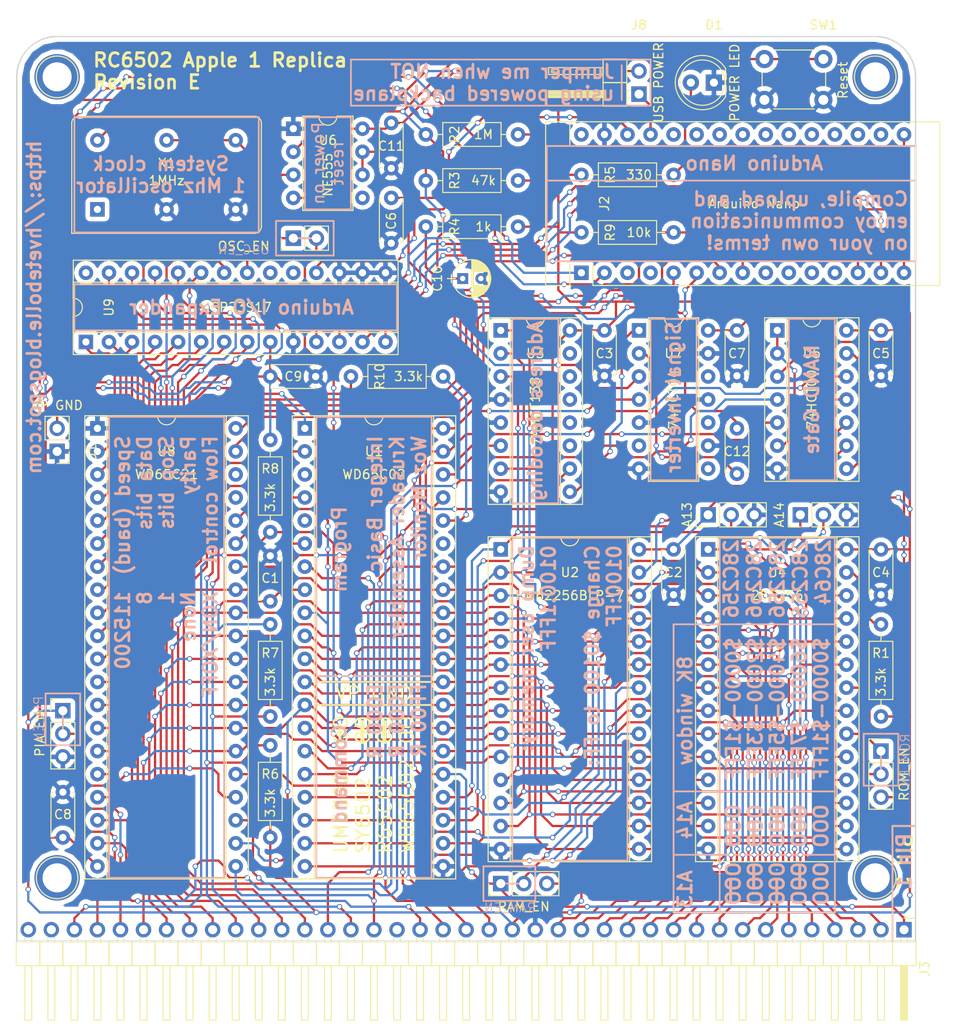
<source format=kicad_pcb>
(kicad_pcb (version 4) (host pcbnew 4.0.7)
  (layers (0 F.Cu signal) (31 B.Cu signal) (34 B.Paste user) (35 F.Paste user) (36 B.SilkS user) (37 F.SilkS user) (38 B.Mask user) (39 F.Mask user) (44 Edge.Cuts user))
  (net 0 "")
  (net 1 GND)
  (net 2 OUT_DA)
  (net 3 VCC)
  (net 4 "Net-(D1-Pad2)")
  (net 5 "Net-(J1-Pad2)")
  (net 6 TX)
  (net 7 RX)
  (net 8 KBD_READY)
  (net 9 KBD_STROBE)
  (net 10 OUT_RDA)
  (net 11 P_RESET)
  (net 12 "Net-(J2-Pad13)")
  (net 13 "Net-(J2-Pad14)")
  (net 14 "Net-(J2-Pad15)")
  (net 15 "Net-(J2-Pad16)")
  (net 16 A15)
  (net 17 A14)
  (net 18 A13)
  (net 19 A12)
  (net 20 A11)
  (net 21 A10)
  (net 22 A9)
  (net 23 A8)
  (net 24 A7)
  (net 25 A6)
  (net 26 A5)
  (net 27 A4)
  (net 28 A3)
  (net 29 A2)
  (net 30 A1)
  (net 31 A0)
  (net 32 PHI2)
  (net 33 RESET)
  (net 34 CLOCK)
  (net 35 IRQ)
  (net 36 RW)
  (net 37 RDY)
  (net 38 SYNC)
  (net 39 D0)
  (net 40 D1)
  (net 41 D2)
  (net 42 D3)
  (net 43 D4)
  (net 44 D5)
  (net 45 D6)
  (net 46 D7)
  (net 47 NMI)
  (net 48 A13_W)
  (net 49 A14_W)
  (net 50 "Net-(R1-Pad1)")
  (net 51 CS_PIA)
  (net 52 CS_ROM)
  (net 53 "Net-(U5-Pad1)")
  (net 54 KBD_D0)
  (net 55 KBD_D1)
  (net 56 KBD_D2)
  (net 57 KBD_D3)
  (net 58 KBD_D4)
  (net 59 KBD_D5)
  (net 60 KBD_D6)
  (net 61 KBD_D7)
  (net 62 OUT_D0)
  (net 63 OUT_D1)
  (net 64 OUT_D2)
  (net 65 OUT_D3)
  (net 66 OUT_D4)
  (net 67 OUT_D5)
  (net 68 OUT_D6)
  (net 69 "Net-(U2-Pad27)")
  (net 70 "Net-(U3-Pad9)")
  (net 71 "Net-(U3-Pad7)")
  (net 72 "Net-(U5-Pad13)")
  (net 73 "Net-(U6-Pad3)")
  (net 74 "Net-(U7-Pad1)")
  (net 75 "Net-(C6-Pad1)")
  (net 76 "Net-(C10-Pad1)")
  (net 77 "Net-(C12-Pad2)")
  (net 78 "Net-(J2-Pad27)")
  (net 79 "Net-(R10-Pad1)")
  (net 80 "Net-(J9-Pad2)")
  (net 81 "Net-(J10-Pad2)")
  (net 82 "Net-(J11-Pad2)")
  (net 83 "Net-(JP1-Pad1)")
  (module Housings_DIP:DIP-40_W15.24mm_Socket (layer F.Cu) (at 147.955 82.55)
    (fp_text reference U1 (at 7.62 2.54) (layer F.SilkS))
    (fp_text value WD65C02 (at 7.62 5.08 180) (layer F.SilkS))
    (pad 1 thru_hole rect (at 0 0) (size 1.6 1.6) (drill 0.8) (layers *.Cu *.Mask) (net 5 "Net-(J1-Pad2)"))
    (pad 21 thru_hole oval (at 15.24 48.26) (size 1.6 1.6) (drill 0.8) (layers *.Cu *.Mask) (net 1 GND))
    (pad 2 thru_hole oval (at 0 2.54) (size 1.6 1.6) (drill 0.8) (layers *.Cu *.Mask) (net 37 RDY))
    (pad 22 thru_hole oval (at 15.24 45.72) (size 1.6 1.6) (drill 0.8) (layers *.Cu *.Mask) (net 19 A12))
    (pad 3 thru_hole oval (at 0 5.08) (size 1.6 1.6) (drill 0.8) (layers *.Cu *.Mask))
    (pad 23 thru_hole oval (at 15.24 43.18) (size 1.6 1.6) (drill 0.8) (layers *.Cu *.Mask) (net 18 A13))
    (pad 4 thru_hole oval (at 0 7.62) (size 1.6 1.6) (drill 0.8) (layers *.Cu *.Mask) (net 35 IRQ))
    (pad 24 thru_hole oval (at 15.24 40.64) (size 1.6 1.6) (drill 0.8) (layers *.Cu *.Mask) (net 17 A14))
    (pad 5 thru_hole oval (at 0 10.16) (size 1.6 1.6) (drill 0.8) (layers *.Cu *.Mask))
    (pad 25 thru_hole oval (at 15.24 38.1) (size 1.6 1.6) (drill 0.8) (layers *.Cu *.Mask) (net 16 A15))
    (pad 6 thru_hole oval (at 0 12.7) (size 1.6 1.6) (drill 0.8) (layers *.Cu *.Mask) (net 47 NMI))
    (pad 26 thru_hole oval (at 15.24 35.56) (size 1.6 1.6) (drill 0.8) (layers *.Cu *.Mask) (net 46 D7))
    (pad 7 thru_hole oval (at 0 15.24) (size 1.6 1.6) (drill 0.8) (layers *.Cu *.Mask) (net 38 SYNC))
    (pad 27 thru_hole oval (at 15.24 33.02) (size 1.6 1.6) (drill 0.8) (layers *.Cu *.Mask) (net 45 D6))
    (pad 8 thru_hole oval (at 0 17.78) (size 1.6 1.6) (drill 0.8) (layers *.Cu *.Mask) (net 3 VCC))
    (pad 28 thru_hole oval (at 15.24 30.48) (size 1.6 1.6) (drill 0.8) (layers *.Cu *.Mask) (net 44 D5))
    (pad 9 thru_hole oval (at 0 20.32) (size 1.6 1.6) (drill 0.8) (layers *.Cu *.Mask) (net 31 A0))
    (pad 29 thru_hole oval (at 15.24 27.94) (size 1.6 1.6) (drill 0.8) (layers *.Cu *.Mask) (net 43 D4))
    (pad 10 thru_hole oval (at 0 22.86) (size 1.6 1.6) (drill 0.8) (layers *.Cu *.Mask) (net 30 A1))
    (pad 30 thru_hole oval (at 15.24 25.4) (size 1.6 1.6) (drill 0.8) (layers *.Cu *.Mask) (net 42 D3))
    (pad 11 thru_hole oval (at 0 25.4) (size 1.6 1.6) (drill 0.8) (layers *.Cu *.Mask) (net 29 A2))
    (pad 31 thru_hole oval (at 15.24 22.86) (size 1.6 1.6) (drill 0.8) (layers *.Cu *.Mask) (net 41 D2))
    (pad 12 thru_hole oval (at 0 27.94) (size 1.6 1.6) (drill 0.8) (layers *.Cu *.Mask) (net 28 A3))
    (pad 32 thru_hole oval (at 15.24 20.32) (size 1.6 1.6) (drill 0.8) (layers *.Cu *.Mask) (net 40 D1))
    (pad 13 thru_hole oval (at 0 30.48) (size 1.6 1.6) (drill 0.8) (layers *.Cu *.Mask) (net 27 A4))
    (pad 33 thru_hole oval (at 15.24 17.78) (size 1.6 1.6) (drill 0.8) (layers *.Cu *.Mask) (net 39 D0))
    (pad 14 thru_hole oval (at 0 33.02) (size 1.6 1.6) (drill 0.8) (layers *.Cu *.Mask) (net 26 A5))
    (pad 34 thru_hole oval (at 15.24 15.24) (size 1.6 1.6) (drill 0.8) (layers *.Cu *.Mask) (net 36 RW))
    (pad 15 thru_hole oval (at 0 35.56) (size 1.6 1.6) (drill 0.8) (layers *.Cu *.Mask) (net 25 A6))
    (pad 35 thru_hole oval (at 15.24 12.7) (size 1.6 1.6) (drill 0.8) (layers *.Cu *.Mask))
    (pad 16 thru_hole oval (at 0 38.1) (size 1.6 1.6) (drill 0.8) (layers *.Cu *.Mask) (net 24 A7))
    (pad 36 thru_hole oval (at 15.24 10.16) (size 1.6 1.6) (drill 0.8) (layers *.Cu *.Mask) (net 79 "Net-(R10-Pad1)"))
    (pad 17 thru_hole oval (at 0 40.64) (size 1.6 1.6) (drill 0.8) (layers *.Cu *.Mask) (net 23 A8))
    (pad 37 thru_hole oval (at 15.24 7.62) (size 1.6 1.6) (drill 0.8) (layers *.Cu *.Mask) (net 34 CLOCK))
    (pad 18 thru_hole oval (at 0 43.18) (size 1.6 1.6) (drill 0.8) (layers *.Cu *.Mask) (net 22 A9))
    (pad 38 thru_hole oval (at 15.24 5.08) (size 1.6 1.6) (drill 0.8) (layers *.Cu *.Mask) (net 3 VCC))
    (pad 19 thru_hole oval (at 0 45.72) (size 1.6 1.6) (drill 0.8) (layers *.Cu *.Mask) (net 21 A10))
    (pad 39 thru_hole oval (at 15.24 2.54) (size 1.6 1.6) (drill 0.8) (layers *.Cu *.Mask) (net 32 PHI2))
    (pad 20 thru_hole oval (at 0 48.26) (size 1.6 1.6) (drill 0.8) (layers *.Cu *.Mask) (net 20 A11))
    (pad 40 thru_hole oval (at 15.24 0) (size 1.6 1.6) (drill 0.8) (layers *.Cu *.Mask) (net 33 RESET))
  )
  (module Capacitors_THT:C_Disc_D4.7mm_W2.5mm_P5.00mm (layer F.Cu) (at 144.145 101.6 90)
    (fp_text reference C1 (at 2.54 0 180) (layer F.SilkS))
    (fp_text value 100nF)
    (pad 1 thru_hole circle (at 0 0 90) (size 1.6 1.6) (drill 0.8) (layers *.Cu *.Mask) (net 3 VCC))
    (pad 2 thru_hole circle (at 5 0 90) (size 1.6 1.6) (drill 0.8) (layers *.Cu *.Mask) (net 1 GND))
  )
  (module Capacitors_THT:C_Disc_D4.7mm_W2.5mm_P5.00mm (layer F.Cu) (at 188.595 95.885 270)
    (fp_text reference C2 (at 2.54 0 360) (layer F.SilkS))
    (fp_text value 100nF)
    (pad 1 thru_hole circle (at 0 0 270) (size 1.6 1.6) (drill 0.8) (layers *.Cu *.Mask) (net 3 VCC))
    (pad 2 thru_hole circle (at 5 0 270) (size 1.6 1.6) (drill 0.8) (layers *.Cu *.Mask) (net 1 GND))
  )
  (module Capacitors_THT:C_Disc_D4.7mm_W2.5mm_P5.00mm (layer F.Cu) (at 211.455 95.885 270)
    (fp_text reference C4 (at 2.54 0 360) (layer F.SilkS))
    (fp_text value 100nF)
    (pad 1 thru_hole circle (at 0 0 270) (size 1.6 1.6) (drill 0.8) (layers *.Cu *.Mask) (net 3 VCC))
    (pad 2 thru_hole circle (at 5 0 270) (size 1.6 1.6) (drill 0.8) (layers *.Cu *.Mask) (net 1 GND))
  )
  (module Capacitors_THT:C_Disc_D4.7mm_W2.5mm_P5.00mm (layer F.Cu) (at 211.455 71.755 270)
    (fp_text reference C5 (at 2.54 0 360) (layer F.SilkS))
    (fp_text value 100nF)
    (pad 1 thru_hole circle (at 0 0 270) (size 1.6 1.6) (drill 0.8) (layers *.Cu *.Mask) (net 3 VCC))
    (pad 2 thru_hole circle (at 5 0 270) (size 1.6 1.6) (drill 0.8) (layers *.Cu *.Mask) (net 1 GND))
  )
  (module Capacitors_THT:C_Disc_D4.7mm_W2.5mm_P5.00mm (layer F.Cu) (at 157.48 57.15 270)
    (fp_text reference C6 (at 2.54 0 270) (layer F.SilkS))
    (fp_text value 100nF)
    (pad 1 thru_hole circle (at 0 0 270) (size 1.6 1.6) (drill 0.8) (layers *.Cu *.Mask) (net 75 "Net-(C6-Pad1)"))
    (pad 2 thru_hole circle (at 5 0 270) (size 1.6 1.6) (drill 0.8) (layers *.Cu *.Mask) (net 1 GND))
  )
  (module Capacitors_THT:C_Disc_D4.7mm_W2.5mm_P5.00mm (layer F.Cu) (at 195.58 71.755 270)
    (fp_text reference C7 (at 2.54 0 360) (layer F.SilkS))
    (fp_text value 100nF)
    (pad 1 thru_hole circle (at 0 0 270) (size 1.6 1.6) (drill 0.8) (layers *.Cu *.Mask) (net 3 VCC))
    (pad 2 thru_hole circle (at 5 0 270) (size 1.6 1.6) (drill 0.8) (layers *.Cu *.Mask) (net 1 GND))
  )
  (module Capacitors_THT:C_Disc_D4.7mm_W2.5mm_P5.00mm (layer F.Cu) (at 121.285 127.635 90)
    (fp_text reference C8 (at 2.54 0 180) (layer F.SilkS))
    (fp_text value 100nF)
    (pad 1 thru_hole circle (at 0 0 90) (size 1.6 1.6) (drill 0.8) (layers *.Cu *.Mask) (net 3 VCC))
    (pad 2 thru_hole circle (at 5 0 90) (size 1.6 1.6) (drill 0.8) (layers *.Cu *.Mask) (net 1 GND))
  )
  (module Capacitors_THT:C_Disc_D4.7mm_W2.5mm_P5.00mm (layer F.Cu) (at 144.145 76.835)
    (fp_text reference C9 (at 2.54 0) (layer F.SilkS))
    (fp_text value 100nF)
    (pad 1 thru_hole circle (at 0 0) (size 1.6 1.6) (drill 0.8) (layers *.Cu *.Mask) (net 3 VCC))
    (pad 2 thru_hole circle (at 5 0) (size 1.6 1.6) (drill 0.8) (layers *.Cu *.Mask) (net 1 GND))
  )
  (module Capacitors_THT:C_Disc_D4.7mm_W2.5mm_P5.00mm (layer F.Cu) (at 157.48 48.895 270)
    (fp_text reference C11 (at 2.54 0 360) (layer F.SilkS))
    (fp_text value 100nF)
    (pad 1 thru_hole circle (at 0 0 270) (size 1.6 1.6) (drill 0.8) (layers *.Cu *.Mask) (net 3 VCC))
    (pad 2 thru_hole circle (at 5 0 270) (size 1.6 1.6) (drill 0.8) (layers *.Cu *.Mask) (net 1 GND))
  )
  (module Modules:Arduino_Nano (layer F.Cu) (at 178.435 65.405 90)
    (fp_text reference J2 (at 7.62 2.54 90) (layer F.SilkS))
    (fp_text value "Arduino Nano" (at 7.62 19.05 180) (layer F.SilkS))
    (pad 1 thru_hole rect (at 0 0 90) (size 1.6 1.6) (drill 0.8) (layers *.Cu *.Mask) (net 6 TX))
    (pad 17 thru_hole oval (at 15.24 33.02 90) (size 1.6 1.6) (drill 0.8) (layers *.Cu *.Mask))
    (pad 2 thru_hole oval (at 0 2.54 90) (size 1.6 1.6) (drill 0.8) (layers *.Cu *.Mask) (net 7 RX))
    (pad 18 thru_hole oval (at 15.24 30.48 90) (size 1.6 1.6) (drill 0.8) (layers *.Cu *.Mask))
    (pad 3 thru_hole oval (at 0 5.08 90) (size 1.6 1.6) (drill 0.8) (layers *.Cu *.Mask))
    (pad 19 thru_hole oval (at 15.24 27.94 90) (size 1.6 1.6) (drill 0.8) (layers *.Cu *.Mask))
    (pad 4 thru_hole oval (at 0 7.62 90) (size 1.6 1.6) (drill 0.8) (layers *.Cu *.Mask))
    (pad 20 thru_hole oval (at 15.24 25.4 90) (size 1.6 1.6) (drill 0.8) (layers *.Cu *.Mask))
    (pad 5 thru_hole oval (at 0 10.16 90) (size 1.6 1.6) (drill 0.8) (layers *.Cu *.Mask) (net 8 KBD_READY))
    (pad 21 thru_hole oval (at 15.24 22.86 90) (size 1.6 1.6) (drill 0.8) (layers *.Cu *.Mask))
    (pad 6 thru_hole oval (at 0 12.7 90) (size 1.6 1.6) (drill 0.8) (layers *.Cu *.Mask) (net 2 OUT_DA))
    (pad 22 thru_hole oval (at 15.24 20.32 90) (size 1.6 1.6) (drill 0.8) (layers *.Cu *.Mask))
    (pad 7 thru_hole oval (at 0 15.24 90) (size 1.6 1.6) (drill 0.8) (layers *.Cu *.Mask) (net 9 KBD_STROBE))
    (pad 23 thru_hole oval (at 15.24 17.78 90) (size 1.6 1.6) (drill 0.8) (layers *.Cu *.Mask))
    (pad 8 thru_hole oval (at 0 17.78 90) (size 1.6 1.6) (drill 0.8) (layers *.Cu *.Mask) (net 10 OUT_RDA))
    (pad 24 thru_hole oval (at 15.24 15.24 90) (size 1.6 1.6) (drill 0.8) (layers *.Cu *.Mask))
    (pad 9 thru_hole oval (at 0 20.32 90) (size 1.6 1.6) (drill 0.8) (layers *.Cu *.Mask))
    (pad 25 thru_hole oval (at 15.24 12.7 90) (size 1.6 1.6) (drill 0.8) (layers *.Cu *.Mask))
    (pad 10 thru_hole oval (at 0 22.86 90) (size 1.6 1.6) (drill 0.8) (layers *.Cu *.Mask))
    (pad 26 thru_hole oval (at 15.24 10.16 90) (size 1.6 1.6) (drill 0.8) (layers *.Cu *.Mask))
    (pad 11 thru_hole oval (at 0 25.4 90) (size 1.6 1.6) (drill 0.8) (layers *.Cu *.Mask))
    (pad 27 thru_hole oval (at 15.24 7.62 90) (size 1.6 1.6) (drill 0.8) (layers *.Cu *.Mask) (net 78 "Net-(J2-Pad27)"))
    (pad 12 thru_hole oval (at 0 27.94 90) (size 1.6 1.6) (drill 0.8) (layers *.Cu *.Mask))
    (pad 28 thru_hole oval (at 15.24 5.08 90) (size 1.6 1.6) (drill 0.8) (layers *.Cu *.Mask) (net 11 P_RESET))
    (pad 13 thru_hole oval (at 0 30.48 90) (size 1.6 1.6) (drill 0.8) (layers *.Cu *.Mask) (net 12 "Net-(J2-Pad13)"))
    (pad 29 thru_hole oval (at 15.24 2.54 90) (size 1.6 1.6) (drill 0.8) (layers *.Cu *.Mask) (net 1 GND))
    (pad 14 thru_hole oval (at 0 33.02 90) (size 1.6 1.6) (drill 0.8) (layers *.Cu *.Mask) (net 13 "Net-(J2-Pad14)"))
    (pad 30 thru_hole oval (at 15.24 0 90) (size 1.6 1.6) (drill 0.8) (layers *.Cu *.Mask))
    (pad 15 thru_hole oval (at 0 35.56 90) (size 1.6 1.6) (drill 0.8) (layers *.Cu *.Mask) (net 14 "Net-(J2-Pad15)"))
    (pad 16 thru_hole oval (at 15.24 35.56 90) (size 1.6 1.6) (drill 0.8) (layers *.Cu *.Mask) (net 15 "Net-(J2-Pad16)"))
  )
  (module Pin_Headers:Pin_Header_Angled_1x39_Pitch2.54mm (layer F.Cu) (at 213.995 137.795 270)
    (fp_text reference J3 (at 4.315 -2.27 270) (layer F.SilkS))
    (fp_text value Backplane)
    (pad 1 thru_hole rect (at 0 0 270) (size 1.7 1.7) (drill 1) (layers *.Cu *.Mask) (net 16 A15))
    (pad 2 thru_hole oval (at 0 2.54 270) (size 1.7 1.7) (drill 1) (layers *.Cu *.Mask) (net 17 A14))
    (pad 3 thru_hole oval (at 0 5.08 270) (size 1.7 1.7) (drill 1) (layers *.Cu *.Mask) (net 18 A13))
    (pad 4 thru_hole oval (at 0 7.62 270) (size 1.7 1.7) (drill 1) (layers *.Cu *.Mask) (net 19 A12))
    (pad 5 thru_hole oval (at 0 10.16 270) (size 1.7 1.7) (drill 1) (layers *.Cu *.Mask) (net 20 A11))
    (pad 6 thru_hole oval (at 0 12.7 270) (size 1.7 1.7) (drill 1) (layers *.Cu *.Mask) (net 21 A10))
    (pad 7 thru_hole oval (at 0 15.24 270) (size 1.7 1.7) (drill 1) (layers *.Cu *.Mask) (net 22 A9))
    (pad 8 thru_hole oval (at 0 17.78 270) (size 1.7 1.7) (drill 1) (layers *.Cu *.Mask) (net 23 A8))
    (pad 9 thru_hole oval (at 0 20.32 270) (size 1.7 1.7) (drill 1) (layers *.Cu *.Mask) (net 24 A7))
    (pad 10 thru_hole oval (at 0 22.86 270) (size 1.7 1.7) (drill 1) (layers *.Cu *.Mask) (net 25 A6))
    (pad 11 thru_hole oval (at 0 25.4 270) (size 1.7 1.7) (drill 1) (layers *.Cu *.Mask) (net 26 A5))
    (pad 12 thru_hole oval (at 0 27.94 270) (size 1.7 1.7) (drill 1) (layers *.Cu *.Mask) (net 27 A4))
    (pad 13 thru_hole oval (at 0 30.48 270) (size 1.7 1.7) (drill 1) (layers *.Cu *.Mask) (net 28 A3))
    (pad 14 thru_hole oval (at 0 33.02 270) (size 1.7 1.7) (drill 1) (layers *.Cu *.Mask) (net 29 A2))
    (pad 15 thru_hole oval (at 0 35.56 270) (size 1.7 1.7) (drill 1) (layers *.Cu *.Mask) (net 30 A1))
    (pad 16 thru_hole oval (at 0 38.1 270) (size 1.7 1.7) (drill 1) (layers *.Cu *.Mask) (net 31 A0))
    (pad 17 thru_hole oval (at 0 40.64 270) (size 1.7 1.7) (drill 1) (layers *.Cu *.Mask) (net 1 GND))
    (pad 18 thru_hole oval (at 0 43.18 270) (size 1.7 1.7) (drill 1) (layers *.Cu *.Mask) (net 3 VCC))
    (pad 19 thru_hole oval (at 0 45.72 270) (size 1.7 1.7) (drill 1) (layers *.Cu *.Mask) (net 32 PHI2))
    (pad 20 thru_hole oval (at 0 48.26 270) (size 1.7 1.7) (drill 1) (layers *.Cu *.Mask) (net 33 RESET))
    (pad 21 thru_hole oval (at 0 50.8 270) (size 1.7 1.7) (drill 1) (layers *.Cu *.Mask) (net 34 CLOCK))
    (pad 22 thru_hole oval (at 0 53.34 270) (size 1.7 1.7) (drill 1) (layers *.Cu *.Mask) (net 35 IRQ))
    (pad 23 thru_hole oval (at 0 55.88 270) (size 1.7 1.7) (drill 1) (layers *.Cu *.Mask))
    (pad 24 thru_hole oval (at 0 58.42 270) (size 1.7 1.7) (drill 1) (layers *.Cu *.Mask) (net 36 RW))
    (pad 25 thru_hole oval (at 0 60.96 270) (size 1.7 1.7) (drill 1) (layers *.Cu *.Mask) (net 37 RDY))
    (pad 26 thru_hole oval (at 0 63.5 270) (size 1.7 1.7) (drill 1) (layers *.Cu *.Mask) (net 38 SYNC))
    (pad 27 thru_hole oval (at 0 66.04 270) (size 1.7 1.7) (drill 1) (layers *.Cu *.Mask) (net 39 D0))
    (pad 28 thru_hole oval (at 0 68.58 270) (size 1.7 1.7) (drill 1) (layers *.Cu *.Mask) (net 40 D1))
    (pad 29 thru_hole oval (at 0 71.12 270) (size 1.7 1.7) (drill 1) (layers *.Cu *.Mask) (net 41 D2))
    (pad 30 thru_hole oval (at 0 73.66 270) (size 1.7 1.7) (drill 1) (layers *.Cu *.Mask) (net 42 D3))
    (pad 31 thru_hole oval (at 0 76.2 270) (size 1.7 1.7) (drill 1) (layers *.Cu *.Mask) (net 43 D4))
    (pad 32 thru_hole oval (at 0 78.74 270) (size 1.7 1.7) (drill 1) (layers *.Cu *.Mask) (net 44 D5))
    (pad 33 thru_hole oval (at 0 81.28 270) (size 1.7 1.7) (drill 1) (layers *.Cu *.Mask) (net 45 D6))
    (pad 34 thru_hole oval (at 0 83.82 270) (size 1.7 1.7) (drill 1) (layers *.Cu *.Mask) (net 46 D7))
    (pad 35 thru_hole oval (at 0 86.36 270) (size 1.7 1.7) (drill 1) (layers *.Cu *.Mask) (net 6 TX))
    (pad 36 thru_hole oval (at 0 88.9 270) (size 1.7 1.7) (drill 1) (layers *.Cu *.Mask) (net 7 RX))
    (pad 37 thru_hole oval (at 0 91.44 270) (size 1.7 1.7) (drill 1) (layers *.Cu *.Mask) (net 47 NMI))
    (pad 38 thru_hole oval (at 0 93.98 270) (size 1.7 1.7) (drill 1) (layers *.Cu *.Mask))
    (pad 39 thru_hole oval (at 0 96.52 270) (size 1.7 1.7) (drill 1) (layers *.Cu *.Mask))
  )
  (module Resistors_THT:R_Axial_DIN0207_L6.3mm_D2.5mm_P10.16mm_Horizontal (layer F.Cu) (at 211.455 104.14 270)
    (fp_text reference R1 (at 3.175 0 360) (layer F.SilkS))
    (fp_text value 3.3k (at 6.35 0 270) (layer F.SilkS))
    (pad 1 thru_hole circle (at 0 0 270) (size 1.6 1.6) (drill 0.8) (layers *.Cu *.Mask) (net 50 "Net-(R1-Pad1)"))
    (pad 2 thru_hole oval (at 10.16 0 270) (size 1.6 1.6) (drill 0.8) (layers *.Cu *.Mask) (net 3 VCC))
  )
  (module Resistors_THT:R_Axial_DIN0207_L6.3mm_D2.5mm_P10.16mm_Horizontal (layer F.Cu) (at 171.45 50.165 180)
    (fp_text reference R2 (at 6.985 0 270) (layer F.SilkS))
    (fp_text value 1M (at 3.81 0 180) (layer F.SilkS))
    (pad 1 thru_hole circle (at 0 0 180) (size 1.6 1.6) (drill 0.8) (layers *.Cu *.Mask) (net 3 VCC))
    (pad 2 thru_hole oval (at 10.16 0 180) (size 1.6 1.6) (drill 0.8) (layers *.Cu *.Mask) (net 75 "Net-(C6-Pad1)"))
  )
  (module Resistors_THT:R_Axial_DIN0207_L6.3mm_D2.5mm_P10.16mm_Horizontal (layer F.Cu) (at 171.45 55.245 180)
    (fp_text reference R3 (at 6.985 0 270) (layer F.SilkS))
    (fp_text value 47k (at 3.81 0 180) (layer F.SilkS))
    (pad 1 thru_hole circle (at 0 0 180) (size 1.6 1.6) (drill 0.8) (layers *.Cu *.Mask) (net 3 VCC))
    (pad 2 thru_hole oval (at 10.16 0 180) (size 1.6 1.6) (drill 0.8) (layers *.Cu *.Mask) (net 76 "Net-(C10-Pad1)"))
  )
  (module Resistors_THT:R_Axial_DIN0207_L6.3mm_D2.5mm_P10.16mm_Horizontal (layer F.Cu) (at 161.29 60.325)
    (fp_text reference R4 (at 3.175 0 90) (layer F.SilkS))
    (fp_text value 1k (at 6.35 0) (layer F.SilkS))
    (pad 1 thru_hole circle (at 0 0) (size 1.6 1.6) (drill 0.8) (layers *.Cu *.Mask) (net 33 RESET))
    (pad 2 thru_hole oval (at 10.16 0) (size 1.6 1.6) (drill 0.8) (layers *.Cu *.Mask) (net 3 VCC))
  )
  (module Resistors_THT:R_Axial_DIN0207_L6.3mm_D2.5mm_P10.16mm_Horizontal (layer F.Cu) (at 178.435 54.61)
    (fp_text reference R5 (at 3.175 0 90) (layer F.SilkS))
    (fp_text value 330 (at 6.35 0) (layer F.SilkS))
    (pad 1 thru_hole circle (at 0 0) (size 1.6 1.6) (drill 0.8) (layers *.Cu *.Mask) (net 3 VCC))
    (pad 2 thru_hole oval (at 10.16 0) (size 1.6 1.6) (drill 0.8) (layers *.Cu *.Mask) (net 4 "Net-(D1-Pad2)"))
  )
  (module Resistors_THT:R_Axial_DIN0207_L6.3mm_D2.5mm_P10.16mm_Horizontal (layer F.Cu) (at 144.145 117.475 270)
    (fp_text reference R6 (at 3.175 0 360) (layer F.SilkS))
    (fp_text value 3.3k (at 6.35 0 270) (layer F.SilkS))
    (pad 1 thru_hole circle (at 0 0 270) (size 1.6 1.6) (drill 0.8) (layers *.Cu *.Mask) (net 37 RDY))
    (pad 2 thru_hole oval (at 10.16 0 270) (size 1.6 1.6) (drill 0.8) (layers *.Cu *.Mask) (net 3 VCC))
  )
  (module Resistors_THT:R_Axial_DIN0207_L6.3mm_D2.5mm_P10.16mm_Horizontal (layer F.Cu) (at 144.145 114.3 90)
    (fp_text reference R7 (at 6.985 0 180) (layer F.SilkS))
    (fp_text value 3.3k (at 3.81 0 90) (layer F.SilkS))
    (pad 1 thru_hole circle (at 0 0 90) (size 1.6 1.6) (drill 0.8) (layers *.Cu *.Mask) (net 35 IRQ))
    (pad 2 thru_hole oval (at 10.16 0 90) (size 1.6 1.6) (drill 0.8) (layers *.Cu *.Mask) (net 3 VCC))
  )
  (module Resistors_THT:R_Axial_DIN0207_L6.3mm_D2.5mm_P10.16mm_Horizontal (layer F.Cu) (at 144.145 93.98 90)
    (fp_text reference R8 (at 6.985 0 180) (layer F.SilkS))
    (fp_text value 3.3k (at 3.81 0 90) (layer F.SilkS))
    (pad 1 thru_hole circle (at 0 0 90) (size 1.6 1.6) (drill 0.8) (layers *.Cu *.Mask) (net 47 NMI))
    (pad 2 thru_hole oval (at 10.16 0 90) (size 1.6 1.6) (drill 0.8) (layers *.Cu *.Mask) (net 3 VCC))
  )
  (module Resistors_THT:R_Axial_DIN0207_L6.3mm_D2.5mm_P10.16mm_Horizontal (layer F.Cu) (at 178.435 60.96)
    (fp_text reference R9 (at 3.175 0 90) (layer F.SilkS))
    (fp_text value 10k (at 6.35 0) (layer F.SilkS))
    (pad 1 thru_hole circle (at 0 0) (size 1.6 1.6) (drill 0.8) (layers *.Cu *.Mask) (net 3 VCC))
    (pad 2 thru_hole oval (at 10.16 0) (size 1.6 1.6) (drill 0.8) (layers *.Cu *.Mask) (net 12 "Net-(J2-Pad13)"))
  )
  (module Buttons_Switches_THT:SW_PUSH_6mm (layer F.Cu) (at 205.105 46.355 180)
    (fp_text reference SW1 (at 0 8.255 180) (layer F.SilkS))
    (fp_text value RESET)
    (pad 2 thru_hole circle (at 0 4.5 270) (size 2 2) (drill 1.1) (layers *.Cu *.Mask) (net 75 "Net-(C6-Pad1)"))
    (pad 1 thru_hole circle (at 0 0 270) (size 2 2) (drill 1.1) (layers *.Cu *.Mask) (net 1 GND))
    (pad 2 thru_hole circle (at 6.5 4.5 270) (size 2 2) (drill 1.1) (layers *.Cu *.Mask) (net 75 "Net-(C6-Pad1)"))
    (pad 1 thru_hole circle (at 6.5 0 270) (size 2 2) (drill 1.1) (layers *.Cu *.Mask) (net 1 GND))
  )
  (module Housings_DIP:DIP-28_W15.24mm_Socket (layer F.Cu) (at 169.545 95.885)
    (fp_text reference U2 (at 7.62 2.54) (layer F.SilkS))
    (fp_text value HM62256BLP-7 (at 7.62 5.08) (layer F.SilkS))
    (pad 1 thru_hole rect (at 0 0) (size 1.6 1.6) (drill 0.8) (layers *.Cu *.Mask) (net 17 A14))
    (pad 15 thru_hole oval (at 15.24 33.02) (size 1.6 1.6) (drill 0.8) (layers *.Cu *.Mask) (net 42 D3))
    (pad 2 thru_hole oval (at 0 2.54) (size 1.6 1.6) (drill 0.8) (layers *.Cu *.Mask) (net 19 A12))
    (pad 16 thru_hole oval (at 15.24 30.48) (size 1.6 1.6) (drill 0.8) (layers *.Cu *.Mask) (net 43 D4))
    (pad 3 thru_hole oval (at 0 5.08) (size 1.6 1.6) (drill 0.8) (layers *.Cu *.Mask) (net 24 A7))
    (pad 17 thru_hole oval (at 15.24 27.94) (size 1.6 1.6) (drill 0.8) (layers *.Cu *.Mask) (net 44 D5))
    (pad 4 thru_hole oval (at 0 7.62) (size 1.6 1.6) (drill 0.8) (layers *.Cu *.Mask) (net 25 A6))
    (pad 18 thru_hole oval (at 15.24 25.4) (size 1.6 1.6) (drill 0.8) (layers *.Cu *.Mask) (net 45 D6))
    (pad 5 thru_hole oval (at 0 10.16) (size 1.6 1.6) (drill 0.8) (layers *.Cu *.Mask) (net 26 A5))
    (pad 19 thru_hole oval (at 15.24 22.86) (size 1.6 1.6) (drill 0.8) (layers *.Cu *.Mask) (net 46 D7))
    (pad 6 thru_hole oval (at 0 12.7) (size 1.6 1.6) (drill 0.8) (layers *.Cu *.Mask) (net 27 A4))
    (pad 20 thru_hole oval (at 15.24 20.32) (size 1.6 1.6) (drill 0.8) (layers *.Cu *.Mask) (net 81 "Net-(J10-Pad2)"))
    (pad 7 thru_hole oval (at 0 15.24) (size 1.6 1.6) (drill 0.8) (layers *.Cu *.Mask) (net 28 A3))
    (pad 21 thru_hole oval (at 15.24 17.78) (size 1.6 1.6) (drill 0.8) (layers *.Cu *.Mask) (net 21 A10))
    (pad 8 thru_hole oval (at 0 17.78) (size 1.6 1.6) (drill 0.8) (layers *.Cu *.Mask) (net 29 A2))
    (pad 22 thru_hole oval (at 15.24 15.24) (size 1.6 1.6) (drill 0.8) (layers *.Cu *.Mask) (net 81 "Net-(J10-Pad2)"))
    (pad 9 thru_hole oval (at 0 20.32) (size 1.6 1.6) (drill 0.8) (layers *.Cu *.Mask) (net 30 A1))
    (pad 23 thru_hole oval (at 15.24 12.7) (size 1.6 1.6) (drill 0.8) (layers *.Cu *.Mask) (net 20 A11))
    (pad 10 thru_hole oval (at 0 22.86) (size 1.6 1.6) (drill 0.8) (layers *.Cu *.Mask) (net 31 A0))
    (pad 24 thru_hole oval (at 15.24 10.16) (size 1.6 1.6) (drill 0.8) (layers *.Cu *.Mask) (net 22 A9))
    (pad 11 thru_hole oval (at 0 25.4) (size 1.6 1.6) (drill 0.8) (layers *.Cu *.Mask) (net 39 D0))
    (pad 25 thru_hole oval (at 15.24 7.62) (size 1.6 1.6) (drill 0.8) (layers *.Cu *.Mask) (net 23 A8))
    (pad 12 thru_hole oval (at 0 27.94) (size 1.6 1.6) (drill 0.8) (layers *.Cu *.Mask) (net 40 D1))
    (pad 26 thru_hole oval (at 15.24 5.08) (size 1.6 1.6) (drill 0.8) (layers *.Cu *.Mask) (net 18 A13))
    (pad 13 thru_hole oval (at 0 30.48) (size 1.6 1.6) (drill 0.8) (layers *.Cu *.Mask) (net 41 D2))
    (pad 27 thru_hole oval (at 15.24 2.54) (size 1.6 1.6) (drill 0.8) (layers *.Cu *.Mask) (net 69 "Net-(U2-Pad27)"))
    (pad 14 thru_hole oval (at 0 33.02) (size 1.6 1.6) (drill 0.8) (layers *.Cu *.Mask) (net 1 GND))
    (pad 28 thru_hole oval (at 15.24 0) (size 1.6 1.6) (drill 0.8) (layers *.Cu *.Mask) (net 3 VCC))
  )
  (module Housings_DIP:DIP-14_W7.62mm_Socket (layer F.Cu) (at 200.025 71.755)
    (fp_text reference U5 (at 3.81 2.54) (layer F.SilkS))
    (fp_text value 74HCT00 (at 3.81 7.62 90) (layer F.SilkS))
    (pad 1 thru_hole rect (at 0 0) (size 1.6 1.6) (drill 0.8) (layers *.Cu *.Mask) (net 53 "Net-(U5-Pad1)"))
    (pad 8 thru_hole oval (at 7.62 15.24) (size 1.6 1.6) (drill 0.8) (layers *.Cu *.Mask) (net 72 "Net-(U5-Pad13)"))
    (pad 2 thru_hole oval (at 0 2.54) (size 1.6 1.6) (drill 0.8) (layers *.Cu *.Mask) (net 53 "Net-(U5-Pad1)"))
    (pad 9 thru_hole oval (at 7.62 12.7) (size 1.6 1.6) (drill 0.8) (layers *.Cu *.Mask) (net 36 RW))
    (pad 3 thru_hole oval (at 0 5.08) (size 1.6 1.6) (drill 0.8) (layers *.Cu *.Mask) (net 52 CS_ROM))
    (pad 10 thru_hole oval (at 7.62 10.16) (size 1.6 1.6) (drill 0.8) (layers *.Cu *.Mask) (net 36 RW))
    (pad 4 thru_hole oval (at 0 7.62) (size 1.6 1.6) (drill 0.8) (layers *.Cu *.Mask) (net 70 "Net-(U3-Pad9)"))
    (pad 11 thru_hole oval (at 7.62 7.62) (size 1.6 1.6) (drill 0.8) (layers *.Cu *.Mask) (net 69 "Net-(U2-Pad27)"))
    (pad 5 thru_hole oval (at 0 10.16) (size 1.6 1.6) (drill 0.8) (layers *.Cu *.Mask) (net 71 "Net-(U3-Pad7)"))
    (pad 12 thru_hole oval (at 7.62 5.08) (size 1.6 1.6) (drill 0.8) (layers *.Cu *.Mask) (net 32 PHI2))
    (pad 6 thru_hole oval (at 0 12.7) (size 1.6 1.6) (drill 0.8) (layers *.Cu *.Mask) (net 53 "Net-(U5-Pad1)"))
    (pad 13 thru_hole oval (at 7.62 2.54) (size 1.6 1.6) (drill 0.8) (layers *.Cu *.Mask) (net 72 "Net-(U5-Pad13)"))
    (pad 7 thru_hole oval (at 0 15.24) (size 1.6 1.6) (drill 0.8) (layers *.Cu *.Mask) (net 1 GND))
    (pad 14 thru_hole oval (at 7.62 0) (size 1.6 1.6) (drill 0.8) (layers *.Cu *.Mask) (net 3 VCC))
  )
  (module Housings_DIP:DIP-14_W7.62mm (layer F.Cu) (at 184.785 71.755)
    (fp_text reference U7 (at 3.81 2.54) (layer F.SilkS))
    (fp_text value 74HCT04 (at 3.81 7.62 90) (layer F.SilkS))
    (pad 1 thru_hole rect (at 0 0) (size 1.6 1.6) (drill 0.8) (layers *.Cu *.Mask) (net 74 "Net-(U7-Pad1)"))
    (pad 8 thru_hole oval (at 7.62 15.24) (size 1.6 1.6) (drill 0.8) (layers *.Cu *.Mask))
    (pad 2 thru_hole oval (at 0 2.54) (size 1.6 1.6) (drill 0.8) (layers *.Cu *.Mask) (net 77 "Net-(C12-Pad2)"))
    (pad 9 thru_hole oval (at 7.62 12.7) (size 1.6 1.6) (drill 0.8) (layers *.Cu *.Mask) (net 1 GND))
    (pad 3 thru_hole oval (at 0 5.08) (size 1.6 1.6) (drill 0.8) (layers *.Cu *.Mask) (net 73 "Net-(U6-Pad3)"))
    (pad 10 thru_hole oval (at 7.62 10.16) (size 1.6 1.6) (drill 0.8) (layers *.Cu *.Mask))
    (pad 4 thru_hole oval (at 0 7.62) (size 1.6 1.6) (drill 0.8) (layers *.Cu *.Mask) (net 33 RESET))
    (pad 11 thru_hole oval (at 7.62 7.62) (size 1.6 1.6) (drill 0.8) (layers *.Cu *.Mask) (net 1 GND))
    (pad 5 thru_hole oval (at 0 10.16) (size 1.6 1.6) (drill 0.8) (layers *.Cu *.Mask) (net 1 GND))
    (pad 12 thru_hole oval (at 7.62 5.08) (size 1.6 1.6) (drill 0.8) (layers *.Cu *.Mask))
    (pad 6 thru_hole oval (at 0 12.7) (size 1.6 1.6) (drill 0.8) (layers *.Cu *.Mask))
    (pad 13 thru_hole oval (at 7.62 2.54) (size 1.6 1.6) (drill 0.8) (layers *.Cu *.Mask) (net 1 GND))
    (pad 7 thru_hole oval (at 0 15.24) (size 1.6 1.6) (drill 0.8) (layers *.Cu *.Mask) (net 1 GND))
    (pad 14 thru_hole oval (at 7.62 0) (size 1.6 1.6) (drill 0.8) (layers *.Cu *.Mask) (net 3 VCC))
  )
  (module Housings_DIP:DIP-40_W15.24mm_Socket (layer F.Cu) (at 125.095 82.55)
    (fp_text reference U8 (at 7.62 2.54) (layer F.SilkS))
    (fp_text value WD65C21 (at 7.62 5.08) (layer F.SilkS))
    (pad 1 thru_hole rect (at 0 0) (size 1.6 1.6) (drill 0.8) (layers *.Cu *.Mask) (net 1 GND))
    (pad 21 thru_hole oval (at 15.24 48.26) (size 1.6 1.6) (drill 0.8) (layers *.Cu *.Mask) (net 36 RW))
    (pad 2 thru_hole oval (at 0 2.54) (size 1.6 1.6) (drill 0.8) (layers *.Cu *.Mask) (net 54 KBD_D0))
    (pad 22 thru_hole oval (at 15.24 45.72) (size 1.6 1.6) (drill 0.8) (layers *.Cu *.Mask) (net 27 A4))
    (pad 3 thru_hole oval (at 0 5.08) (size 1.6 1.6) (drill 0.8) (layers *.Cu *.Mask) (net 55 KBD_D1))
    (pad 23 thru_hole oval (at 15.24 43.18) (size 1.6 1.6) (drill 0.8) (layers *.Cu *.Mask) (net 51 CS_PIA))
    (pad 4 thru_hole oval (at 0 7.62) (size 1.6 1.6) (drill 0.8) (layers *.Cu *.Mask) (net 56 KBD_D2))
    (pad 24 thru_hole oval (at 15.24 40.64) (size 1.6 1.6) (drill 0.8) (layers *.Cu *.Mask) (net 82 "Net-(J11-Pad2)"))
    (pad 5 thru_hole oval (at 0 10.16) (size 1.6 1.6) (drill 0.8) (layers *.Cu *.Mask) (net 57 KBD_D3))
    (pad 25 thru_hole oval (at 15.24 38.1) (size 1.6 1.6) (drill 0.8) (layers *.Cu *.Mask) (net 32 PHI2))
    (pad 6 thru_hole oval (at 0 12.7) (size 1.6 1.6) (drill 0.8) (layers *.Cu *.Mask) (net 58 KBD_D4))
    (pad 26 thru_hole oval (at 15.24 35.56) (size 1.6 1.6) (drill 0.8) (layers *.Cu *.Mask) (net 46 D7))
    (pad 7 thru_hole oval (at 0 15.24) (size 1.6 1.6) (drill 0.8) (layers *.Cu *.Mask) (net 59 KBD_D5))
    (pad 27 thru_hole oval (at 15.24 33.02) (size 1.6 1.6) (drill 0.8) (layers *.Cu *.Mask) (net 45 D6))
    (pad 8 thru_hole oval (at 0 17.78) (size 1.6 1.6) (drill 0.8) (layers *.Cu *.Mask) (net 60 KBD_D6))
    (pad 28 thru_hole oval (at 15.24 30.48) (size 1.6 1.6) (drill 0.8) (layers *.Cu *.Mask) (net 44 D5))
    (pad 9 thru_hole oval (at 0 20.32) (size 1.6 1.6) (drill 0.8) (layers *.Cu *.Mask) (net 61 KBD_D7))
    (pad 29 thru_hole oval (at 15.24 27.94) (size 1.6 1.6) (drill 0.8) (layers *.Cu *.Mask) (net 43 D4))
    (pad 10 thru_hole oval (at 0 22.86) (size 1.6 1.6) (drill 0.8) (layers *.Cu *.Mask) (net 62 OUT_D0))
    (pad 30 thru_hole oval (at 15.24 25.4) (size 1.6 1.6) (drill 0.8) (layers *.Cu *.Mask) (net 42 D3))
    (pad 11 thru_hole oval (at 0 25.4) (size 1.6 1.6) (drill 0.8) (layers *.Cu *.Mask) (net 63 OUT_D1))
    (pad 31 thru_hole oval (at 15.24 22.86) (size 1.6 1.6) (drill 0.8) (layers *.Cu *.Mask) (net 41 D2))
    (pad 12 thru_hole oval (at 0 27.94) (size 1.6 1.6) (drill 0.8) (layers *.Cu *.Mask) (net 64 OUT_D2))
    (pad 32 thru_hole oval (at 15.24 20.32) (size 1.6 1.6) (drill 0.8) (layers *.Cu *.Mask) (net 40 D1))
    (pad 13 thru_hole oval (at 0 30.48) (size 1.6 1.6) (drill 0.8) (layers *.Cu *.Mask) (net 65 OUT_D3))
    (pad 33 thru_hole oval (at 15.24 17.78) (size 1.6 1.6) (drill 0.8) (layers *.Cu *.Mask) (net 39 D0))
    (pad 14 thru_hole oval (at 0 33.02) (size 1.6 1.6) (drill 0.8) (layers *.Cu *.Mask) (net 66 OUT_D4))
    (pad 34 thru_hole oval (at 15.24 15.24) (size 1.6 1.6) (drill 0.8) (layers *.Cu *.Mask) (net 33 RESET))
    (pad 15 thru_hole oval (at 0 35.56) (size 1.6 1.6) (drill 0.8) (layers *.Cu *.Mask) (net 67 OUT_D5))
    (pad 35 thru_hole oval (at 15.24 12.7) (size 1.6 1.6) (drill 0.8) (layers *.Cu *.Mask) (net 30 A1))
    (pad 16 thru_hole oval (at 0 38.1) (size 1.6 1.6) (drill 0.8) (layers *.Cu *.Mask) (net 68 OUT_D6))
    (pad 36 thru_hole oval (at 15.24 10.16) (size 1.6 1.6) (drill 0.8) (layers *.Cu *.Mask) (net 31 A0))
    (pad 17 thru_hole oval (at 0 40.64) (size 1.6 1.6) (drill 0.8) (layers *.Cu *.Mask) (net 2 OUT_DA))
    (pad 37 thru_hole oval (at 15.24 7.62) (size 1.6 1.6) (drill 0.8) (layers *.Cu *.Mask))
    (pad 18 thru_hole oval (at 0 43.18) (size 1.6 1.6) (drill 0.8) (layers *.Cu *.Mask) (net 10 OUT_RDA))
    (pad 38 thru_hole oval (at 15.24 5.08) (size 1.6 1.6) (drill 0.8) (layers *.Cu *.Mask))
    (pad 19 thru_hole oval (at 0 45.72) (size 1.6 1.6) (drill 0.8) (layers *.Cu *.Mask) (net 74 "Net-(U7-Pad1)"))
    (pad 39 thru_hole oval (at 15.24 2.54) (size 1.6 1.6) (drill 0.8) (layers *.Cu *.Mask) (net 8 KBD_READY))
    (pad 20 thru_hole oval (at 0 48.26) (size 1.6 1.6) (drill 0.8) (layers *.Cu *.Mask) (net 3 VCC))
    (pad 40 thru_hole oval (at 15.24 0) (size 1.6 1.6) (drill 0.8) (layers *.Cu *.Mask) (net 9 KBD_STROBE))
  )
  (module Housings_DIP:DIP-28_W7.62mm_Socket (layer F.Cu) (at 123.825 73.025 90)
    (fp_text reference U9 (at 3.81 2.54 270) (layer F.SilkS))
    (fp_text value MCP23S17 (at 3.81 16.51 180) (layer F.SilkS))
    (pad 1 thru_hole rect (at 0 0 90) (size 1.6 1.6) (drill 0.8) (layers *.Cu *.Mask) (net 54 KBD_D0))
    (pad 15 thru_hole oval (at 7.62 33.02 90) (size 1.6 1.6) (drill 0.8) (layers *.Cu *.Mask) (net 1 GND))
    (pad 2 thru_hole oval (at 0 2.54 90) (size 1.6 1.6) (drill 0.8) (layers *.Cu *.Mask) (net 55 KBD_D1))
    (pad 16 thru_hole oval (at 7.62 30.48 90) (size 1.6 1.6) (drill 0.8) (layers *.Cu *.Mask) (net 1 GND))
    (pad 3 thru_hole oval (at 0 5.08 90) (size 1.6 1.6) (drill 0.8) (layers *.Cu *.Mask) (net 56 KBD_D2))
    (pad 17 thru_hole oval (at 7.62 27.94 90) (size 1.6 1.6) (drill 0.8) (layers *.Cu *.Mask) (net 1 GND))
    (pad 4 thru_hole oval (at 0 7.62 90) (size 1.6 1.6) (drill 0.8) (layers *.Cu *.Mask) (net 57 KBD_D3))
    (pad 18 thru_hole oval (at 7.62 25.4 90) (size 1.6 1.6) (drill 0.8) (layers *.Cu *.Mask) (net 11 P_RESET))
    (pad 5 thru_hole oval (at 0 10.16 90) (size 1.6 1.6) (drill 0.8) (layers *.Cu *.Mask) (net 58 KBD_D4))
    (pad 19 thru_hole oval (at 7.62 22.86 90) (size 1.6 1.6) (drill 0.8) (layers *.Cu *.Mask))
    (pad 6 thru_hole oval (at 0 12.7 90) (size 1.6 1.6) (drill 0.8) (layers *.Cu *.Mask) (net 59 KBD_D5))
    (pad 20 thru_hole oval (at 7.62 20.32 90) (size 1.6 1.6) (drill 0.8) (layers *.Cu *.Mask))
    (pad 7 thru_hole oval (at 0 15.24 90) (size 1.6 1.6) (drill 0.8) (layers *.Cu *.Mask) (net 60 KBD_D6))
    (pad 21 thru_hole oval (at 7.62 17.78 90) (size 1.6 1.6) (drill 0.8) (layers *.Cu *.Mask) (net 62 OUT_D0))
    (pad 8 thru_hole oval (at 0 17.78 90) (size 1.6 1.6) (drill 0.8) (layers *.Cu *.Mask) (net 61 KBD_D7))
    (pad 22 thru_hole oval (at 7.62 15.24 90) (size 1.6 1.6) (drill 0.8) (layers *.Cu *.Mask) (net 63 OUT_D1))
    (pad 9 thru_hole oval (at 0 20.32 90) (size 1.6 1.6) (drill 0.8) (layers *.Cu *.Mask) (net 3 VCC))
    (pad 23 thru_hole oval (at 7.62 12.7 90) (size 1.6 1.6) (drill 0.8) (layers *.Cu *.Mask) (net 64 OUT_D2))
    (pad 10 thru_hole oval (at 0 22.86 90) (size 1.6 1.6) (drill 0.8) (layers *.Cu *.Mask) (net 1 GND))
    (pad 24 thru_hole oval (at 7.62 10.16 90) (size 1.6 1.6) (drill 0.8) (layers *.Cu *.Mask) (net 65 OUT_D3))
    (pad 11 thru_hole oval (at 0 25.4 90) (size 1.6 1.6) (drill 0.8) (layers *.Cu *.Mask) (net 12 "Net-(J2-Pad13)"))
    (pad 25 thru_hole oval (at 7.62 7.62 90) (size 1.6 1.6) (drill 0.8) (layers *.Cu *.Mask) (net 66 OUT_D4))
    (pad 12 thru_hole oval (at 0 27.94 90) (size 1.6 1.6) (drill 0.8) (layers *.Cu *.Mask) (net 15 "Net-(J2-Pad16)"))
    (pad 26 thru_hole oval (at 7.62 5.08 90) (size 1.6 1.6) (drill 0.8) (layers *.Cu *.Mask) (net 67 OUT_D5))
    (pad 13 thru_hole oval (at 0 30.48 90) (size 1.6 1.6) (drill 0.8) (layers *.Cu *.Mask) (net 13 "Net-(J2-Pad14)"))
    (pad 27 thru_hole oval (at 7.62 2.54 90) (size 1.6 1.6) (drill 0.8) (layers *.Cu *.Mask) (net 68 OUT_D6))
    (pad 14 thru_hole oval (at 0 33.02 90) (size 1.6 1.6) (drill 0.8) (layers *.Cu *.Mask) (net 14 "Net-(J2-Pad15)"))
    (pad 28 thru_hole oval (at 7.62 0 90) (size 1.6 1.6) (drill 0.8) (layers *.Cu *.Mask))
  )
  (module Housings_DIP:DIP-16_W7.62mm_Socket (layer F.Cu) (at 169.545 71.755)
    (fp_text reference U3 (at 3.81 2.54) (layer F.SilkS))
    (fp_text value 74HCT138 (at 3.81 8.89 90) (layer F.SilkS))
    (pad 1 thru_hole rect (at 0 0) (size 1.6 1.6) (drill 0.8) (layers *.Cu *.Mask) (net 19 A12))
    (pad 9 thru_hole oval (at 7.62 17.78) (size 1.6 1.6) (drill 0.8) (layers *.Cu *.Mask) (net 70 "Net-(U3-Pad9)"))
    (pad 2 thru_hole oval (at 0 2.54) (size 1.6 1.6) (drill 0.8) (layers *.Cu *.Mask) (net 18 A13))
    (pad 10 thru_hole oval (at 7.62 15.24) (size 1.6 1.6) (drill 0.8) (layers *.Cu *.Mask) (net 51 CS_PIA))
    (pad 3 thru_hole oval (at 0 5.08) (size 1.6 1.6) (drill 0.8) (layers *.Cu *.Mask) (net 17 A14))
    (pad 11 thru_hole oval (at 7.62 12.7) (size 1.6 1.6) (drill 0.8) (layers *.Cu *.Mask))
    (pad 4 thru_hole oval (at 0 7.62) (size 1.6 1.6) (drill 0.8) (layers *.Cu *.Mask) (net 1 GND))
    (pad 12 thru_hole oval (at 7.62 10.16) (size 1.6 1.6) (drill 0.8) (layers *.Cu *.Mask))
    (pad 5 thru_hole oval (at 0 10.16) (size 1.6 1.6) (drill 0.8) (layers *.Cu *.Mask) (net 1 GND))
    (pad 13 thru_hole oval (at 7.62 7.62) (size 1.6 1.6) (drill 0.8) (layers *.Cu *.Mask))
    (pad 6 thru_hole oval (at 0 12.7) (size 1.6 1.6) (drill 0.8) (layers *.Cu *.Mask) (net 16 A15))
    (pad 14 thru_hole oval (at 7.62 5.08) (size 1.6 1.6) (drill 0.8) (layers *.Cu *.Mask))
    (pad 7 thru_hole oval (at 0 15.24) (size 1.6 1.6) (drill 0.8) (layers *.Cu *.Mask) (net 71 "Net-(U3-Pad7)"))
    (pad 15 thru_hole oval (at 7.62 2.54) (size 1.6 1.6) (drill 0.8) (layers *.Cu *.Mask))
    (pad 8 thru_hole oval (at 0 17.78) (size 1.6 1.6) (drill 0.8) (layers *.Cu *.Mask) (net 1 GND))
    (pad 16 thru_hole oval (at 7.62 0) (size 1.6 1.6) (drill 0.8) (layers *.Cu *.Mask) (net 3 VCC))
  )
  (module Housings_DIP:DIP-28_W15.24mm_Socket (layer F.Cu) (at 192.405 95.885)
    (fp_text reference U4 (at 7.62 2.54) (layer F.SilkS))
    (fp_text value 28C256 (at 7.62 5.08) (layer F.SilkS))
    (pad 1 thru_hole rect (at 0 0) (size 1.6 1.6) (drill 0.8) (layers *.Cu *.Mask) (net 49 A14_W))
    (pad 15 thru_hole oval (at 15.24 33.02) (size 1.6 1.6) (drill 0.8) (layers *.Cu *.Mask) (net 42 D3))
    (pad 2 thru_hole oval (at 0 2.54) (size 1.6 1.6) (drill 0.8) (layers *.Cu *.Mask) (net 19 A12))
    (pad 16 thru_hole oval (at 15.24 30.48) (size 1.6 1.6) (drill 0.8) (layers *.Cu *.Mask) (net 43 D4))
    (pad 3 thru_hole oval (at 0 5.08) (size 1.6 1.6) (drill 0.8) (layers *.Cu *.Mask) (net 24 A7))
    (pad 17 thru_hole oval (at 15.24 27.94) (size 1.6 1.6) (drill 0.8) (layers *.Cu *.Mask) (net 44 D5))
    (pad 4 thru_hole oval (at 0 7.62) (size 1.6 1.6) (drill 0.8) (layers *.Cu *.Mask) (net 25 A6))
    (pad 18 thru_hole oval (at 15.24 25.4) (size 1.6 1.6) (drill 0.8) (layers *.Cu *.Mask) (net 45 D6))
    (pad 5 thru_hole oval (at 0 10.16) (size 1.6 1.6) (drill 0.8) (layers *.Cu *.Mask) (net 26 A5))
    (pad 19 thru_hole oval (at 15.24 22.86) (size 1.6 1.6) (drill 0.8) (layers *.Cu *.Mask) (net 46 D7))
    (pad 6 thru_hole oval (at 0 12.7) (size 1.6 1.6) (drill 0.8) (layers *.Cu *.Mask) (net 27 A4))
    (pad 20 thru_hole oval (at 15.24 20.32) (size 1.6 1.6) (drill 0.8) (layers *.Cu *.Mask) (net 80 "Net-(J9-Pad2)"))
    (pad 7 thru_hole oval (at 0 15.24) (size 1.6 1.6) (drill 0.8) (layers *.Cu *.Mask) (net 28 A3))
    (pad 21 thru_hole oval (at 15.24 17.78) (size 1.6 1.6) (drill 0.8) (layers *.Cu *.Mask) (net 21 A10))
    (pad 8 thru_hole oval (at 0 17.78) (size 1.6 1.6) (drill 0.8) (layers *.Cu *.Mask) (net 29 A2))
    (pad 22 thru_hole oval (at 15.24 15.24) (size 1.6 1.6) (drill 0.8) (layers *.Cu *.Mask) (net 80 "Net-(J9-Pad2)"))
    (pad 9 thru_hole oval (at 0 20.32) (size 1.6 1.6) (drill 0.8) (layers *.Cu *.Mask) (net 30 A1))
    (pad 23 thru_hole oval (at 15.24 12.7) (size 1.6 1.6) (drill 0.8) (layers *.Cu *.Mask) (net 20 A11))
    (pad 10 thru_hole oval (at 0 22.86) (size 1.6 1.6) (drill 0.8) (layers *.Cu *.Mask) (net 31 A0))
    (pad 24 thru_hole oval (at 15.24 10.16) (size 1.6 1.6) (drill 0.8) (layers *.Cu *.Mask) (net 22 A9))
    (pad 11 thru_hole oval (at 0 25.4) (size 1.6 1.6) (drill 0.8) (layers *.Cu *.Mask) (net 39 D0))
    (pad 25 thru_hole oval (at 15.24 7.62) (size 1.6 1.6) (drill 0.8) (layers *.Cu *.Mask) (net 23 A8))
    (pad 12 thru_hole oval (at 0 27.94) (size 1.6 1.6) (drill 0.8) (layers *.Cu *.Mask) (net 40 D1))
    (pad 26 thru_hole oval (at 15.24 5.08) (size 1.6 1.6) (drill 0.8) (layers *.Cu *.Mask) (net 48 A13_W))
    (pad 13 thru_hole oval (at 0 30.48) (size 1.6 1.6) (drill 0.8) (layers *.Cu *.Mask) (net 41 D2))
    (pad 27 thru_hole oval (at 15.24 2.54) (size 1.6 1.6) (drill 0.8) (layers *.Cu *.Mask) (net 50 "Net-(R1-Pad1)"))
    (pad 14 thru_hole oval (at 0 33.02) (size 1.6 1.6) (drill 0.8) (layers *.Cu *.Mask) (net 1 GND))
    (pad 28 thru_hole oval (at 15.24 0) (size 1.6 1.6) (drill 0.8) (layers *.Cu *.Mask) (net 3 VCC))
  )
  (module Housings_DIP:DIP-8_W7.62mm (layer F.Cu) (at 146.685 49.53)
    (fp_text reference U6 (at 3.81 1.27) (layer F.SilkS))
    (fp_text value NE555 (at 3.81 5.08 270) (layer F.SilkS))
    (pad 1 thru_hole rect (at 0 0) (size 1.6 1.6) (drill 0.8) (layers *.Cu *.Mask) (net 1 GND))
    (pad 5 thru_hole oval (at 7.62 7.62) (size 1.6 1.6) (drill 0.8) (layers *.Cu *.Mask))
    (pad 2 thru_hole oval (at 0 2.54) (size 1.6 1.6) (drill 0.8) (layers *.Cu *.Mask) (net 75 "Net-(C6-Pad1)"))
    (pad 6 thru_hole oval (at 7.62 5.08) (size 1.6 1.6) (drill 0.8) (layers *.Cu *.Mask) (net 76 "Net-(C10-Pad1)"))
    (pad 3 thru_hole oval (at 0 5.08) (size 1.6 1.6) (drill 0.8) (layers *.Cu *.Mask) (net 73 "Net-(U6-Pad3)"))
    (pad 7 thru_hole oval (at 7.62 2.54) (size 1.6 1.6) (drill 0.8) (layers *.Cu *.Mask) (net 76 "Net-(C10-Pad1)"))
    (pad 4 thru_hole oval (at 0 7.62) (size 1.6 1.6) (drill 0.8) (layers *.Cu *.Mask) (net 3 VCC))
    (pad 8 thru_hole oval (at 7.62 0) (size 1.6 1.6) (drill 0.8) (layers *.Cu *.Mask) (net 3 VCC))
  )
  (module Capacitors_THT:C_Disc_D4.7mm_W2.5mm_P5.00mm (layer F.Cu) (at 180.975 71.755 270)
    (fp_text reference C3 (at 2.54 0 360) (layer F.SilkS))
    (fp_text value 100nF)
    (pad 1 thru_hole circle (at 0 0 270) (size 1.6 1.6) (drill 0.8) (layers *.Cu *.Mask) (net 3 VCC))
    (pad 2 thru_hole circle (at 5 0 270) (size 1.6 1.6) (drill 0.8) (layers *.Cu *.Mask) (net 1 GND))
  )
  (module Capacitors_THT:CP_Radial_D4.0mm_P2.00mm (layer F.Cu) (at 165.354 66.04)
    (fp_text reference C10 (at -2.794 0 90) (layer F.SilkS))
    (fp_text value 10uF)
    (pad 1 thru_hole rect (at 0 0) (size 1.2 1.2) (drill 0.6) (layers *.Cu *.Mask) (net 76 "Net-(C10-Pad1)"))
    (pad 2 thru_hole circle (at 2 0) (size 1.2 1.2) (drill 0.6) (layers *.Cu *.Mask) (net 1 GND))
  )
  (module Capacitors_THT:C_Disc_D4.7mm_W2.5mm_P5.00mm (layer F.Cu) (at 195.58 82.55 270)
    (fp_text reference C12 (at 2.54 0 360) (layer F.SilkS))
    (fp_text value 10nF)
    (pad 1 thru_hole circle (at 0 0 270) (size 1.6 1.6) (drill 0.8) (layers *.Cu *.Mask) (net 2 OUT_DA))
    (pad 2 thru_hole circle (at 5 0 270) (size 1.6 1.6) (drill 0.8) (layers *.Cu *.Mask) (net 77 "Net-(C12-Pad2)"))
  )
  (module rc6502:Mounting (layer F.Cu) (at 210.82 132.08)
    (fp_text reference J4 hide)
    (fp_text value Hole hide)
    (pad 1 thru_hole circle (at 0 0) (size 5 5) (drill 3.2) (layers *.Cu *.Mask))
  )
  (module rc6502:Mounting (layer F.Cu) (at 120.65 132.08)
    (fp_text reference J5 hide)
    (fp_text value Hole hide)
    (pad 1 thru_hole circle (at 0 0) (size 5 5) (drill 3.2) (layers *.Cu *.Mask))
  )
  (module rc6502:Mounting (layer F.Cu) (at 210.82 43.815)
    (fp_text reference J6 hide)
    (fp_text value Hole hide)
    (pad 1 thru_hole circle (at 0 0) (size 5 5) (drill 3.2) (layers *.Cu *.Mask))
  )
  (module rc6502:Mounting (layer F.Cu) (at 120.65 43.815)
    (fp_text reference J7 hide)
    (fp_text value Hole hide)
    (pad 1 thru_hole circle (at 0 0) (size 5 5) (drill 3.2) (layers *.Cu *.Mask))
  )
  (module Pin_Headers:Pin_Header_Straight_1x02_Pitch2.54mm (layer F.Cu) (at 120.65 85.09 180)
    (fp_text reference J1 (at -3.81 0 270) (layer F.SilkS))
    (fp_text value "VP GND" (at 0 5.08 180) (layer F.SilkS))
    (pad 1 thru_hole rect (at 0 0 180) (size 1.7 1.7) (drill 1) (layers *.Cu *.Mask) (net 1 GND))
    (pad 2 thru_hole oval (at 0 2.54 180) (size 1.7 1.7) (drill 1) (layers *.Cu *.Mask) (net 5 "Net-(J1-Pad2)"))
  )
  (module LEDs:LED_D5.0mm (layer F.Cu) (at 193.04 44.45 180)
    (fp_text reference D1 (at 0 6.35 180) (layer F.SilkS))
    (fp_text value Power)
    (pad 1 thru_hole rect (at 0 0 180) (size 1.8 1.8) (drill 0.9) (layers *.Cu *.Mask) (net 1 GND))
    (pad 2 thru_hole circle (at 2.54 0 180) (size 1.8 1.8) (drill 0.9) (layers *.Cu *.Mask) (net 4 "Net-(D1-Pad2)"))
  )
  (module Pin_Headers:Pin_Header_Angled_1x02_Pitch2.54mm (layer F.Cu) (at 184.785 45.72 180)
    (fp_text reference J8 (at 0 7.62 180) (layer F.SilkS))
    (fp_text value Power)
    (pad 1 thru_hole rect (at 0 0 180) (size 1.7 1.7) (drill 1) (layers *.Cu *.Mask) (net 78 "Net-(J2-Pad27)"))
    (pad 2 thru_hole oval (at 0 2.54 180) (size 1.7 1.7) (drill 1) (layers *.Cu *.Mask) (net 3 VCC))
  )
  (module Pin_Headers:Pin_Header_Straight_1x03_Pitch2.54mm (layer F.Cu) (at 192.405 92.075 90)
    (fp_text reference A13 (at 0 -2.33 90) (layer F.SilkS))
    (fp_text value "A13 Select")
    (pad 1 thru_hole rect (at 0 0 90) (size 1.7 1.7) (drill 1) (layers *.Cu *.Mask) (net 3 VCC))
    (pad 2 thru_hole oval (at 0 2.54 90) (size 1.7 1.7) (drill 1) (layers *.Cu *.Mask) (net 48 A13_W))
    (pad 3 thru_hole oval (at 0 5.08 90) (size 1.7 1.7) (drill 1) (layers *.Cu *.Mask) (net 1 GND))
  )
  (module Pin_Headers:Pin_Header_Straight_1x03_Pitch2.54mm (layer F.Cu) (at 202.565 92.075 90)
    (fp_text reference A14 (at 0 -2.33 90) (layer F.SilkS))
    (fp_text value "A14 Select")
    (pad 1 thru_hole rect (at 0 0 90) (size 1.7 1.7) (drill 1) (layers *.Cu *.Mask) (net 3 VCC))
    (pad 2 thru_hole oval (at 0 2.54 90) (size 1.7 1.7) (drill 1) (layers *.Cu *.Mask) (net 49 A14_W))
    (pad 3 thru_hole oval (at 0 5.08 90) (size 1.7 1.7) (drill 1) (layers *.Cu *.Mask) (net 1 GND))
  )
  (module Resistors_THT:R_Axial_DIN0207_L6.3mm_D2.5mm_P10.16mm_Horizontal (layer F.Cu) (at 163.195 76.835 180)
    (fp_text reference R10 (at 6.985 0 270) (layer F.SilkS))
    (fp_text value 3.3k (at 3.81 0 180) (layer F.SilkS))
    (pad 1 thru_hole circle (at 0 0 180) (size 1.6 1.6) (drill 0.8) (layers *.Cu *.Mask) (net 79 "Net-(R10-Pad1)"))
    (pad 2 thru_hole oval (at 10.16 0 180) (size 1.6 1.6) (drill 0.8) (layers *.Cu *.Mask) (net 3 VCC))
  )
  (module Oscillator:Oscillator_DIP-14 (layer F.Cu) (at 125.095 58.42)
    (fp_text reference X1 (at 7.62 -5.08) (layer F.SilkS))
    (fp_text value 1MHz (at 7.62 -3.175) (layer F.SilkS))
    (pad 7 thru_hole circle (at 7.62 0) (size 1.6 1.6) (drill 0.8) (layers *.Cu *.Mask) (net 1 GND))
    (pad 8 thru_hole circle (at 7.62 -7.62) (size 1.6 1.6) (drill 0.8) (layers *.Cu *.Mask) (net 83 "Net-(JP1-Pad1)"))
    (pad 1 thru_hole rect (at 0 0) (size 1.6 1.6) (drill 0.8) (layers *.Cu *.Mask))
    (pad 14 thru_hole circle (at 0 -7.62) (size 1.6 1.6) (drill 0.8) (layers *.Cu *.Mask) (net 3 VCC))
    (pad 8 thru_hole circle (at 15.24 -7.62) (size 1.6 1.6) (drill 0.8) (layers *.Cu *.Mask) (net 83 "Net-(JP1-Pad1)"))
    (pad 7 thru_hole circle (at 15.24 0) (size 1.6 1.6) (drill 0.8) (layers *.Cu *.Mask) (net 1 GND))
  )
  (module Pin_Headers:Pin_Header_Straight_1x03_Pitch2.54mm (layer F.Cu) (at 211.455 118.11)
    (fp_text reference J9)
    (fp_text value ROM_EN (at 2.54 2.54 90) (layer F.SilkS))
    (pad 1 thru_hole rect (at 0 0) (size 1.7 1.7) (drill 1) (layers *.Cu *.Mask) (net 52 CS_ROM))
    (pad 2 thru_hole oval (at 0 2.54) (size 1.7 1.7) (drill 1) (layers *.Cu *.Mask) (net 80 "Net-(J9-Pad2)"))
    (pad 3 thru_hole oval (at 0 5.08) (size 1.7 1.7) (drill 1) (layers *.Cu *.Mask) (net 3 VCC))
  )
  (module Pin_Headers:Pin_Header_Straight_1x03_Pitch2.54mm (layer F.Cu) (at 169.545 132.715 90)
    (fp_text reference J10)
    (fp_text value RAM_EN (at -2.54 2.54 180) (layer F.SilkS))
    (pad 1 thru_hole rect (at 0 0 90) (size 1.7 1.7) (drill 1) (layers *.Cu *.Mask) (net 16 A15))
    (pad 2 thru_hole oval (at 0 2.54 90) (size 1.7 1.7) (drill 1) (layers *.Cu *.Mask) (net 81 "Net-(J10-Pad2)"))
    (pad 3 thru_hole oval (at 0 5.08 90) (size 1.7 1.7) (drill 1) (layers *.Cu *.Mask) (net 3 VCC))
  )
  (module Pin_Headers:Pin_Header_Straight_1x03_Pitch2.54mm (layer F.Cu) (at 121.285 113.665)
    (fp_text reference J11)
    (fp_text value PIA_EN (at -2.54 2.54 90) (layer F.SilkS))
    (pad 1 thru_hole rect (at 0 0) (size 1.7 1.7) (drill 1) (layers *.Cu *.Mask) (net 3 VCC))
    (pad 2 thru_hole oval (at 0 2.54) (size 1.7 1.7) (drill 1) (layers *.Cu *.Mask) (net 82 "Net-(J11-Pad2)"))
    (pad 3 thru_hole oval (at 0 5.08) (size 1.7 1.7) (drill 1) (layers *.Cu *.Mask) (net 1 GND))
  )
  (module Pin_Headers:Pin_Header_Straight_1x02_Pitch2.54mm (layer F.Cu) (at 146.685 61.595 90)
    (fp_text reference JP1)
    (fp_text value OSC_EN (at -0.889 -5.461 180) (layer F.SilkS))
    (pad 1 thru_hole rect (at 0 0 90) (size 1.7 1.7) (drill 1) (layers *.Cu *.Mask) (net 83 "Net-(JP1-Pad1)"))
    (pad 2 thru_hole oval (at 0 2.54 90) (size 1.7 1.7) (drill 1) (layers *.Cu *.Mask) (net 34 CLOCK))
  )
  (gr_text OSC_EN (at 144.145 62.865) (layer B.SilkS) (effects (font (size 1 1) (thickness 0.1)) (justify left mirror)))
  (gr_line (start 146.685 61.595) (end 149.225 61.595) (angle 90) (layer B.SilkS) (width 0.2))
  (gr_line (start 144.78 63.5) (end 144.78 59.69) (angle 90) (layer B.SilkS) (width 0.2))
  (gr_line (start 151.13 63.5) (end 144.78 63.5) (angle 90) (layer B.SilkS) (width 0.2))
  (gr_line (start 151.13 59.69) (end 151.13 63.5) (angle 90) (layer B.SilkS) (width 0.2))
  (gr_line (start 144.78 59.69) (end 151.13 59.69) (angle 90) (layer B.SilkS) (width 0.2))
  (gr_text PIA_EN (at 118.618 114.554 90) (layer B.SilkS) (effects (font (size 1 1) (thickness 0.1)) (justify mirror)))
  (gr_line (start 121.285 113.665) (end 121.285 116.205) (angle 90) (layer B.SilkS) (width 0.2))
  (gr_line (start 123.19 111.76) (end 123.19 117.475) (angle 90) (layer B.SilkS) (width 0.2))
  (gr_line (start 119.38 111.76) (end 123.19 111.76) (angle 90) (layer B.SilkS) (width 0.2))
  (gr_line (start 119.38 117.475) (end 119.38 111.76) (angle 90) (layer B.SilkS) (width 0.2))
  (gr_line (start 123.19 117.475) (end 119.38 117.475) (angle 90) (layer B.SilkS) (width 0.2))
  (gr_text https://hvetebolle.blogspot.com (at 118.11 69.215 90) (layer B.SilkS) (effects (font (size 1.5 1.5) (thickness 0.3)) (justify mirror)))
  (gr_line (start 169.545 132.715) (end 172.085 132.715) (angle 90) (layer B.SilkS) (width 0.2))
  (gr_text RAM_EN (at 170.561 135.382) (layer B.SilkS) (effects (font (size 1 1) (thickness 0.1)) (justify mirror)))
  (gr_line (start 167.64 134.62) (end 167.64 130.81) (angle 90) (layer B.SilkS) (width 0.2))
  (gr_line (start 173.355 134.62) (end 167.64 134.62) (angle 90) (layer B.SilkS) (width 0.2))
  (gr_line (start 173.355 130.81) (end 173.355 134.62) (angle 90) (layer B.SilkS) (width 0.2))
  (gr_line (start 167.64 130.81) (end 173.355 130.81) (angle 90) (layer B.SilkS) (width 0.2))
  (gr_line (start 212.725 133.985) (end 212.725 139.065) (angle 90) (layer B.SilkS) (width 0.2))
  (gr_text ROM_EN (at 214.122 119.126 90) (layer B.SilkS) (effects (font (size 1 1) (thickness 0.1)) (justify mirror)))
  (gr_line (start 211.455 118.11) (end 211.455 120.65) (angle 90) (layer B.SilkS) (width 0.2))
  (gr_line (start 209.55 116.205) (end 209.55 121.92) (angle 90) (layer B.SilkS) (width 0.2))
  (gr_line (start 213.36 116.205) (end 209.55 116.205) (angle 90) (layer B.SilkS) (width 0.2))
  (gr_line (start 213.36 121.92) (end 213.36 116.205) (angle 90) (layer B.SilkS) (width 0.2))
  (gr_line (start 209.55 121.92) (end 213.36 121.92) (angle 90) (layer B.SilkS) (width 0.2))
  (gr_line (start 153.035 46.99) (end 157.48 46.99) (angle 90) (layer B.SilkS) (width 0.2))
  (gr_line (start 153.035 41.91) (end 153.035 46.99) (angle 90) (layer B.SilkS) (width 0.2))
  (gr_line (start 157.48 41.91) (end 153.035 41.91) (angle 90) (layer B.SilkS) (width 0.2))
  (gr_line (start 149.225 110.49) (end 161.925 110.49) (angle 90) (layer F.SilkS) (width 0.2))
  (gr_line (start 149.225 113.03) (end 161.925 113.03) (angle 90) (layer F.SilkS) (width 0.2))
  (gr_line (start 157.48 41.91) (end 158.75 41.91) (angle 90) (layer B.SilkS) (width 0.2))
  (gr_line (start 158.75 46.99) (end 157.48 46.99) (angle 90) (layer B.SilkS) (width 0.2))
  (gr_text "Jumper me when NOT\nusing powered backplane" (at 182.245 44.45) (layer B.SilkS) (effects (font (size 1.5 1.5) (thickness 0.3)) (justify left mirror)))
  (gr_line (start 154.432 117.221) (end 154.432 114.808) (angle 90) (layer F.SilkS) (width 0.2))
  (gr_line (start 156.845 117.221) (end 156.845 114.808) (angle 90) (layer F.SilkS) (width 0.2))
  (gr_line (start 156.591 115.316) (end 156.718 115.316) (angle 90) (layer F.SilkS) (width 0.2))
  (gr_line (start 156.591 117.221) (end 156.591 114.808) (angle 90) (layer F.SilkS) (width 0.2))
  (gr_line (start 156.718 117.221) (end 156.718 114.808) (angle 90) (layer F.SilkS) (width 0.2))
  (gr_line (start 154.178 114.808) (end 154.178 117.221) (angle 90) (layer F.SilkS) (width 0.2))
  (gr_line (start 154.305 117.221) (end 154.305 114.808) (angle 90) (layer F.SilkS) (width 0.2))
  (gr_line (start 151.765 114.808) (end 151.765 117.221) (angle 90) (layer F.SilkS) (width 0.2))
  (gr_line (start 151.892 114.808) (end 151.892 117.221) (angle 90) (layer F.SilkS) (width 0.2))
  (gr_text "VP GND" (at 155.575 111.76) (layer F.SilkS) (effects (font (size 1.5 1.5) (thickness 0.2))))
  (gr_text "OO\nOO\nOO\nOO" (at 155.575 117.475 90) (layer F.SilkS) (effects (font (size 1.5 1.5) (thickness 0.2)) (justify left)))
  (gr_text "UM6502\nSY6502\nR65C02\nWD65C02" (at 155.575 129.54 90) (layer F.SilkS) (effects (font (size 1.5 1.5) (thickness 0.2)) (justify left)))
  (gr_text "Pin 1" (at 213.995 127 90) (layer B.SilkS) (effects (font (size 1.5 1.5) (thickness 0.3)) (justify left mirror)))
  (gr_line (start 212.725 126.365) (end 212.725 133.985) (angle 90) (layer B.SilkS) (width 0.2))
  (gr_line (start 215.265 126.365) (end 212.725 126.365) (angle 90) (layer B.SilkS) (width 0.2))
  (gr_line (start 182.88 42.545) (end 182.88 46.355) (angle 90) (layer B.SilkS) (width 0.2))
  (gr_line (start 158.75 46.99) (end 186.055 46.99) (angle 90) (layer B.SilkS) (width 0.2))
  (gr_line (start 186.055 41.91) (end 158.75 41.91) (angle 90) (layer B.SilkS) (width 0.2))
  (gr_line (start 186.055 46.99) (end 186.055 41.91) (angle 90) (layer B.SilkS) (width 0.2))
  (gr_line (start 215.265 55.245) (end 174.625 55.245) (angle 90) (layer B.SilkS) (width 0.2))
  (gr_text "Arduino Nano" (at 197.485 53.34) (layer B.SilkS) (effects (font (size 1.5 1.5) (thickness 0.3)) (justify mirror)))
  (gr_text "Compile, upload and\nenjoy communication\non your own terms!" (at 214.63 59.69) (layer B.SilkS) (effects (font (size 1.5 1.5) (thickness 0.3)) (justify left mirror)))
  (gr_line (start 174.625 64.135) (end 174.625 51.435) (angle 90) (layer B.SilkS) (width 0.2))
  (gr_line (start 215.265 64.135) (end 174.625 64.135) (angle 90) (layer B.SilkS) (width 0.2))
  (gr_line (start 215.265 51.435) (end 215.265 64.135) (angle 90) (layer B.SilkS) (width 0.2))
  (gr_line (start 174.625 51.435) (end 215.265 51.435) (angle 90) (layer B.SilkS) (width 0.2))
  (gr_text "Power on\nreset" (at 150.495 53.34 90) (layer B.SilkS) (effects (font (size 1.3 1.3) (thickness 0.2)) (justify mirror)))
  (gr_line (start 153.035 48.26) (end 147.955 48.26) (angle 90) (layer B.SilkS) (width 0.2))
  (gr_line (start 153.035 58.42) (end 153.035 48.26) (angle 90) (layer B.SilkS) (width 0.2))
  (gr_line (start 147.955 58.42) (end 153.035 58.42) (angle 90) (layer B.SilkS) (width 0.2))
  (gr_line (start 147.955 48.26) (end 147.955 58.42) (angle 90) (layer B.SilkS) (width 0.2))
  (gr_text "System clock\n1 Mhz oscillator" (at 132.08 54.61) (layer B.SilkS) (effects (font (size 1.5 1.5) (thickness 0.3)) (justify mirror)))
  (gr_line (start 142.875 60.96) (end 122.555 60.96) (angle 90) (layer B.SilkS) (width 0.2))
  (gr_line (start 142.875 48.26) (end 142.875 60.96) (angle 90) (layer B.SilkS) (width 0.2))
  (gr_line (start 122.555 48.26) (end 142.875 48.26) (angle 90) (layer B.SilkS) (width 0.2))
  (gr_line (start 122.555 60.96) (end 122.555 48.26) (angle 90) (layer B.SilkS) (width 0.2))
  (gr_text "Arduino I/O Expander" (at 140.97 69.215) (layer B.SilkS) (effects (font (size 1.5 1.5) (thickness 0.3)) (justify mirror)))
  (gr_line (start 122.555 71.755) (end 122.555 66.675) (angle 90) (layer B.SilkS) (width 0.2))
  (gr_line (start 158.115 71.755) (end 122.555 71.755) (angle 90) (layer B.SilkS) (width 0.2))
  (gr_line (start 158.115 66.675) (end 158.115 71.755) (angle 90) (layer B.SilkS) (width 0.2))
  (gr_line (start 122.555 66.675) (end 158.115 66.675) (angle 90) (layer B.SilkS) (width 0.2))
  (gr_text "NAND Gate" (at 203.835 79.375 90) (layer B.SilkS) (effects (font (size 1.5 1.5) (thickness 0.3)) (justify mirror)))
  (gr_line (start 201.295 88.265) (end 206.375 88.265) (angle 90) (layer B.SilkS) (width 0.2))
  (gr_line (start 201.295 70.485) (end 201.295 88.265) (angle 90) (layer B.SilkS) (width 0.2))
  (gr_line (start 206.375 70.485) (end 201.295 70.485) (angle 90) (layer B.SilkS) (width 0.2))
  (gr_line (start 206.375 88.265) (end 206.375 70.485) (angle 90) (layer B.SilkS) (width 0.2))
  (gr_text "Signal inverter" (at 188.595 79.121 90) (layer B.SilkS) (effects (font (size 1.5 1.5) (thickness 0.3)) (justify mirror)))
  (gr_line (start 186.055 88.265) (end 186.055 70.485) (angle 90) (layer B.SilkS) (width 0.2))
  (gr_line (start 191.135 88.265) (end 186.055 88.265) (angle 90) (layer B.SilkS) (width 0.2))
  (gr_line (start 191.135 70.485) (end 191.135 88.265) (angle 90) (layer B.SilkS) (width 0.2))
  (gr_line (start 186.055 70.485) (end 191.135 70.485) (angle 90) (layer B.SilkS) (width 0.2))
  (gr_text "Address decoding" (at 173.355 80.645 90) (layer B.SilkS) (effects (font (size 1.5 1.5) (thickness 0.3)) (justify mirror)))
  (gr_line (start 175.895 70.485) (end 170.815 70.485) (angle 90) (layer B.SilkS) (width 0.2))
  (gr_line (start 175.895 90.805) (end 175.895 70.485) (angle 90) (layer B.SilkS) (width 0.2))
  (gr_line (start 170.815 90.805) (end 175.895 90.805) (angle 90) (layer B.SilkS) (width 0.2))
  (gr_line (start 170.815 70.485) (end 170.815 90.805) (angle 90) (layer B.SilkS) (width 0.2))
  (gr_text "Pin 1" (at 213.995 127 270) (layer F.SilkS) (effects (font (size 1.5 1.5) (thickness 0.3)) (justify left)))
  (gr_line (start 212.725 126.365) (end 215.265 126.365) (angle 90) (layer F.SilkS) (width 0.2))
  (gr_line (start 212.725 139.065) (end 212.725 126.365) (angle 90) (layer F.SilkS) (width 0.2))
  (gr_line (start 126.365 132.08) (end 126.365 81.28) (angle 90) (layer B.SilkS) (width 0.2))
  (gr_line (start 139.065 132.08) (end 126.365 132.08) (angle 90) (layer B.SilkS) (width 0.2))
  (gr_line (start 139.065 81.28) (end 139.065 132.08) (angle 90) (layer B.SilkS) (width 0.2))
  (gr_line (start 126.365 81.28) (end 139.065 81.28) (angle 90) (layer B.SilkS) (width 0.2))
  (gr_text "115200\n8\n1\nNone\nXON/XOFF" (at 132.715 100.33 90) (layer B.SilkS) (effects (font (size 1.5 1.5) (thickness 0.3)) (justify left mirror)))
  (gr_text "Speed (baud)\nData bits\nStop bits\nParity\nFlow control" (at 132.715 83.185 90) (layer B.SilkS) (effects (font (size 1.5 1.5) (thickness 0.3)) (justify left mirror)))
  (gr_line (start 149.225 109.855) (end 161.925 109.855) (angle 90) (layer B.SilkS) (width 0.2))
  (gr_text Command (at 151.765 120.65 90) (layer B.SilkS) (effects (font (size 1.5 1.5) (thickness 0.3)) (justify mirror)))
  (gr_text Program (at 151.765 95.885 90) (layer B.SilkS) (effects (font (size 1.5 1.5) (thickness 0.3)) (justify mirror)))
  (gr_text "E000 R\nF000 R\nFF00 R" (at 158.115 110.49 90) (layer B.SilkS) (effects (font (size 1.5 1.5) (thickness 0.3)) (justify left mirror)))
  (gr_text "Integer Basic\nKrusader Assembler\nWoz Monitor" (at 158.115 83.185 90) (layer B.SilkS) (effects (font (size 1.5 1.5) (thickness 0.3)) (justify left mirror)))
  (gr_line (start 161.925 132.08) (end 149.225 132.08) (angle 90) (layer B.SilkS) (width 0.2))
  (gr_line (start 161.925 81.28) (end 161.925 132.08) (angle 90) (layer B.SilkS) (width 0.2))
  (gr_line (start 149.225 81.28) (end 161.925 81.28) (angle 90) (layer B.SilkS) (width 0.2))
  (gr_line (start 149.225 132.08) (end 149.225 81.28) (angle 90) (layer B.SilkS) (width 0.2))
  (gr_line (start 193.675 94.615) (end 193.675 135.89) (angle 90) (layer B.SilkS) (width 0.2))
  (gr_line (start 206.375 94.615) (end 193.675 94.615) (angle 90) (layer B.SilkS) (width 0.2))
  (gr_line (start 170.815 130.175) (end 170.815 94.615) (angle 90) (layer B.SilkS) (width 0.2))
  (gr_line (start 183.515 130.175) (end 170.815 130.175) (angle 90) (layer B.SilkS) (width 0.2))
  (gr_line (start 183.515 94.615) (end 183.515 130.175) (angle 90) (layer B.SilkS) (width 0.2))
  (gr_line (start 170.815 94.615) (end 183.515 94.615) (angle 90) (layer B.SilkS) (width 0.2))
  (gr_text "Dump user memory:\n0100.1FFF\n\nChange $0100 to FF:\n0100:FF\n\n" (at 178.435 95.25 90) (layer B.SilkS) (effects (font (size 1.5 1.5) (thickness 0.3)) (justify left mirror)))
  (gr_line (start 202.438 130.81) (end 202.438 133.096) (angle 90) (layer B.SilkS) (width 0.2))
  (gr_line (start 202.565 133.096) (end 202.565 130.81) (angle 90) (layer B.SilkS) (width 0.2))
  (gr_line (start 200.025 134.747) (end 200.025 132.207) (angle 90) (layer B.SilkS) (width 0.2))
  (gr_line (start 199.898 132.334) (end 199.898 134.747) (angle 90) (layer B.SilkS) (width 0.2))
  (gr_line (start 202.565 124.333) (end 202.565 126.746) (angle 90) (layer B.SilkS) (width 0.2))
  (gr_line (start 202.438 126.746) (end 202.438 124.333) (angle 90) (layer B.SilkS) (width 0.2))
  (gr_line (start 200.025 124.333) (end 200.025 126.746) (angle 90) (layer B.SilkS) (width 0.2))
  (gr_line (start 199.898 126.873) (end 199.898 124.333) (angle 90) (layer B.SilkS) (width 0.2))
  (gr_line (start 197.358 125.857) (end 197.358 128.397) (angle 90) (layer B.SilkS) (width 0.2))
  (gr_line (start 197.485 128.397) (end 197.485 125.857) (angle 90) (layer B.SilkS) (width 0.2))
  (gr_line (start 197.485 130.81) (end 197.485 133.096) (angle 90) (layer B.SilkS) (width 0.2))
  (gr_line (start 197.358 133.223) (end 197.358 130.81) (angle 90) (layer B.SilkS) (width 0.2))
  (gr_line (start 194.945 134.747) (end 194.945 132.334) (angle 90) (layer B.SilkS) (width 0.2))
  (gr_line (start 194.818 128.397) (end 194.818 125.984) (angle 90) (layer B.SilkS) (width 0.2))
  (gr_line (start 194.945 125.984) (end 194.945 128.27) (angle 90) (layer B.SilkS) (width 0.2))
  (gr_line (start 194.818 134.747) (end 194.818 132.207) (angle 90) (layer B.SilkS) (width 0.2))
  (gr_line (start 199.9996 131.191) (end 199.9742 131.191) (angle 90) (layer B.SilkS) (width 0.2))
  (gr_line (start 202.5142 124.714) (end 202.5396 124.714) (angle 90) (layer B.SilkS) (width 0.2))
  (gr_text "8K window" (at 189.865 113.665 90) (layer B.SilkS) (effects (font (size 1.5 1.5) (thickness 0.3)) (justify mirror)))
  (gr_line (start 188.595 104.14) (end 206.375 104.14) (angle 90) (layer B.SilkS) (width 0.2))
  (gr_line (start 188.595 122.555) (end 188.595 104.14) (angle 90) (layer B.SilkS) (width 0.2))
  (gr_text "OOO\nOOO\nOOO\nOOO\nOOO" (at 200.025 132.715 90) (layer B.SilkS) (effects (font (size 1.5 1.5) (thickness 0.3)) (justify mirror)))
  (gr_text "OOO\nOOO\nOOO\nOOO\nOOO" (at 200.025 126.365 90) (layer B.SilkS) (effects (font (size 1.5 1.5) (thickness 0.3)) (justify mirror)))
  (gr_line (start 206.375 122.555) (end 206.375 94.615) (angle 90) (layer B.SilkS) (width 0.2))
  (gr_line (start 206.375 129.54) (end 188.595 129.54) (angle 90) (layer B.SilkS) (width 0.2))
  (gr_line (start 188.595 135.89) (end 188.595 122.555) (angle 90) (layer B.SilkS) (width 0.2))
  (gr_line (start 206.375 135.89) (end 188.595 135.89) (angle 90) (layer B.SilkS) (width 0.2))
  (gr_line (start 206.375 122.555) (end 206.375 135.89) (angle 90) (layer B.SilkS) (width 0.2))
  (gr_line (start 188.595 122.555) (end 206.375 122.555) (angle 90) (layer B.SilkS) (width 0.2))
  (gr_text 28C256 (at 194.945 94.615 90) (layer B.SilkS) (effects (font (size 1.5 1.5) (thickness 0.3)) (justify left mirror)))
  (gr_text 28C256 (at 202.565 94.615 90) (layer B.SilkS) (effects (font (size 1.5 1.5) (thickness 0.3)) (justify left mirror)))
  (gr_text 28C256 (at 200.025 94.615 90) (layer B.SilkS) (effects (font (size 1.5 1.5) (thickness 0.3)) (justify left mirror)))
  (gr_text 28C256 (at 197.485 94.615 90) (layer B.SilkS) (effects (font (size 1.5 1.5) (thickness 0.3)) (justify left mirror)))
  (gr_text 28C64 (at 205.105 94.615 90) (layer B.SilkS) (effects (font (size 1.5 1.5) (thickness 0.3)) (justify left mirror)))
  (gr_text A14 (at 189.865 125.73 90) (layer B.SilkS) (effects (font (size 1.5 1.5) (thickness 0.3)) (justify mirror)))
  (gr_text A13 (at 189.865 133.35 90) (layer B.SilkS) (effects (font (size 1.5 1.5) (thickness 0.3)) (justify mirror)))
  (gr_text "$0000-$1FFF\n$2000-$3FFF\n$4000-$5FFF\n$6000-$7FFF\n$0000-$1FFF" (at 200.025 105.41 90) (layer B.SilkS) (effects (font (size 1.5 1.5) (thickness 0.3)) (justify left mirror)))
  (gr_line (start 116.205 43.815) (end 116.205 139.065) (angle 90) (layer Edge.Cuts) (width 0.15))
  (gr_line (start 210.82 39.37) (end 120.65 39.37) (angle 90) (layer Edge.Cuts) (width 0.15))
  (gr_line (start 215.265 139.065) (end 215.265 43.815) (angle 90) (layer Edge.Cuts) (width 0.15))
  (gr_arc (start 210.82 43.815) (end 210.82 39.37) (angle 90) (layer Edge.Cuts) (width 0.15))
  (gr_arc (start 120.65 43.815) (end 116.205 43.815) (angle 90) (layer Edge.Cuts) (width 0.15))
  (gr_text "USB POWER" (at 186.944 44.45 90) (layer F.SilkS) (effects (font (size 1 1))))
  (gr_text "POWER LED" (at 195.326 44.45 90) (layer F.SilkS) (effects (font (size 1 1))))
  (gr_text Reset (at 207.264 44.196 90) (layer F.SilkS) (effects (font (size 1 1))))
  (gr_text "RC6502 Apple 1 Replica\nRevision E" (at 124.46 43.18) (layer F.SilkS) (effects (font (size 1.5 1.5) (thickness 0.3)) (justify left)))
  (gr_line (start 116.205 139.065) (end 215.265 139.065) (angle 90) (layer Edge.Cuts) (width 0.15))
  (segment (start 189.865 69.85) (end 189.23 69.85) (width 0.25) (layer F.Cu) (net 2))
  (segment (start 165.1 76.835) (end 165.1 68.58) (width 0.25) (layer F.Cu) (net 2))
  (segment (start 165.1 68.58) (end 165.735 67.945) (width 0.25) (layer F.Cu) (net 2))
  (segment (start 165.735 67.945) (end 173.99 67.945) (width 0.25) (layer F.Cu) (net 2))
  (segment (start 149.86 79.375) (end 162.56 79.375) (width 0.25) (layer F.Cu) (net 2))
  (segment (start 140.335 79.375) (end 149.86 79.375) (width 0.25) (layer F.Cu) (net 2))
  (segment (start 136.525 83.185) (end 139.065 80.645) (width 0.25) (layer F.Cu) (net 2))
  (segment (start 136.525 97.155) (end 136.525 83.185) (width 0.25) (layer F.Cu) (net 2))
  (segment (start 133.35 102.235) (end 133.35 100.33) (width 0.25) (layer F.Cu) (net 2))
  (segment (start 127.635 123.19) (end 128.905 121.92) (width 0.25) (layer F.Cu) (net 2))
  (segment (start 128.905 121.92) (end 128.905 117.475) (width 0.25) (layer F.Cu) (net 2))
  (segment (start 127.635 123.19) (end 125.095 123.19) (width 0.25) (layer F.Cu) (net 2))
  (segment (start 132.08 107.315) (end 132.08 105.41) (width 0.25) (layer F.Cu) (net 2))
  (segment (start 131.445 107.95) (end 132.08 107.315) (width 0.25) (layer F.Cu) (net 2))
  (segment (start 129.54 116.84) (end 129.54 115.57) (width 0.25) (layer F.Cu) (net 2))
  (segment (start 129.54 115.57) (end 130.175 114.935) (width 0.25) (layer F.Cu) (net 2))
  (segment (start 130.175 114.935) (end 130.175 113.03) (width 0.25) (layer F.Cu) (net 2))
  (segment (start 130.175 113.03) (end 130.81 112.395) (width 0.25) (layer F.Cu) (net 2))
  (segment (start 130.81 112.395) (end 130.81 111.125) (width 0.25) (layer F.Cu) (net 2))
  (segment (start 130.81 111.125) (end 130.81 110.49) (width 0.25) (layer F.Cu) (net 2))
  (segment (start 130.81 110.49) (end 131.445 109.855) (width 0.25) (layer F.Cu) (net 2))
  (segment (start 131.445 109.855) (end 131.445 107.95) (width 0.25) (layer F.Cu) (net 2))
  (segment (start 128.905 117.475) (end 129.54 116.84) (width 0.25) (layer F.Cu) (net 2))
  (segment (start 132.715 104.775) (end 132.715 102.87) (width 0.25) (layer F.Cu) (net 2))
  (segment (start 132.715 102.87) (end 133.35 102.235) (width 0.25) (layer F.Cu) (net 2))
  (segment (start 132.08 105.41) (end 132.715 104.775) (width 0.25) (layer F.Cu) (net 2))
  (segment (start 133.35 100.33) (end 135.255 98.425) (width 0.25) (layer F.Cu) (net 2))
  (segment (start 135.255 98.425) (end 136.525 97.155) (width 0.25) (layer F.Cu) (net 2))
  (segment (start 139.065 80.645) (end 139.7 80.01) (width 0.25) (layer F.Cu) (net 2))
  (segment (start 139.7 80.01) (end 140.335 79.375) (width 0.25) (layer F.Cu) (net 2))
  (segment (start 162.56 79.375) (end 165.1 76.835) (width 0.25) (layer F.Cu) (net 2))
  (via (at 173.99 67.945) (size 0.6) (drill 0.4) (layers F.Cu B.Cu) (net 2))
  (segment (start 175.26 69.215) (end 173.99 67.945) (width 0.25) (layer B.Cu) (net 2))
  (segment (start 177.8 69.215) (end 175.26 69.215) (width 0.25) (layer B.Cu) (net 2))
  (segment (start 179.07 70.485) (end 177.8 69.215) (width 0.25) (layer B.Cu) (net 2))
  (segment (start 182.245 70.485) (end 179.07 70.485) (width 0.25) (layer B.Cu) (net 2))
  (segment (start 183.515 69.215) (end 182.245 70.485) (width 0.25) (layer B.Cu) (net 2))
  (via (at 183.515 69.215) (size 0.6) (drill 0.4) (layers F.Cu B.Cu) (net 2))
  (segment (start 188.595 69.215) (end 183.515 69.215) (width 0.25) (layer F.Cu) (net 2))
  (segment (start 189.23 69.85) (end 188.595 69.215) (width 0.25) (layer F.Cu) (net 2))
  (segment (start 195.58 82.55) (end 195.58 81.915) (width 0.25) (layer F.Cu) (net 2))
  (segment (start 195.58 81.915) (end 194.31 80.645) (width 0.25) (layer F.Cu) (net 2))
  (segment (start 194.31 80.645) (end 191.135 80.645) (width 0.25) (layer F.Cu) (net 2))
  (segment (start 191.135 80.645) (end 189.865 79.375) (width 0.25) (layer F.Cu) (net 2))
  (segment (start 189.865 79.375) (end 189.865 69.85) (width 0.25) (layer F.Cu) (net 2))
  (via (at 189.865 69.85) (size 0.6) (drill 0.4) (layers F.Cu B.Cu) (net 2))
  (segment (start 189.865 69.85) (end 189.865 67.31) (width 0.25) (layer B.Cu) (net 2))
  (via (at 189.865 67.31) (size 0.6) (drill 0.4) (layers F.Cu B.Cu) (net 2))
  (segment (start 189.865 67.31) (end 191.135 66.04) (width 0.25) (layer F.Cu) (net 2))
  (segment (start 191.135 66.04) (end 191.135 65.405) (width 0.25) (layer F.Cu) (net 2))
  (segment (start 157.48 48.895) (end 158.75 48.895) (width 0.25) (layer F.Cu) (net 3))
  (segment (start 158.75 48.895) (end 164.465 43.18) (width 0.25) (layer F.Cu) (net 3))
  (segment (start 154.305 49.53) (end 156.845 49.53) (width 0.25) (layer F.Cu) (net 3))
  (segment (start 156.845 49.53) (end 157.48 48.895) (width 0.25) (layer F.Cu) (net 3))
  (segment (start 146.05 43.815) (end 144.78 45.085) (width 0.25) (layer F.Cu) (net 3))
  (segment (start 146.05 43.815) (end 152.4 43.815) (width 0.25) (layer F.Cu) (net 3))
  (segment (start 152.4 43.815) (end 153.67 45.085) (width 0.25) (layer F.Cu) (net 3))
  (segment (start 153.67 45.085) (end 153.67 45.72) (width 0.25) (layer F.Cu) (net 3))
  (segment (start 153.67 45.72) (end 154.305 46.355) (width 0.25) (layer F.Cu) (net 3))
  (segment (start 154.305 46.355) (end 154.94 46.355) (width 0.25) (layer F.Cu) (net 3))
  (segment (start 161.29 43.18) (end 158.115 46.355) (width 0.25) (layer F.Cu) (net 3))
  (segment (start 154.94 46.355) (end 158.115 46.355) (width 0.25) (layer F.Cu) (net 3))
  (segment (start 164.465 43.18) (end 161.29 43.18) (width 0.25) (layer B.Cu) (net 3))
  (via (at 161.29 43.18) (size 0.6) (drill 0.4) (layers F.Cu B.Cu) (net 3))
  (via (at 164.465 43.18) (size 0.6) (drill 0.4) (layers F.Cu B.Cu) (net 3))
  (segment (start 139.7 46.355) (end 142.24 46.355) (width 0.25) (layer F.Cu) (net 3))
  (segment (start 139.7 46.355) (end 127 46.355) (width 0.25) (layer F.Cu) (net 3))
  (segment (start 142.875 46.355) (end 142.24 46.355) (width 0.25) (layer F.Cu) (net 3))
  (segment (start 144.78 45.085) (end 144.78 45.72) (width 0.25) (layer F.Cu) (net 3))
  (segment (start 144.78 45.72) (end 144.145 46.355) (width 0.25) (layer F.Cu) (net 3))
  (segment (start 144.145 46.355) (end 142.875 46.355) (width 0.25) (layer F.Cu) (net 3))
  (segment (start 121.285 113.665) (end 118.745 113.665) (width 0.25) (layer B.Cu) (net 3))
  (via (at 117.475 114.935) (size 0.6) (drill 0.4) (layers F.Cu B.Cu) (net 3))
  (segment (start 118.745 113.665) (end 117.475 114.935) (width 0.25) (layer B.Cu) (net 3))
  (segment (start 133.985 78.74) (end 131.445 78.74) (width 0.25) (layer B.Cu) (net 3))
  (segment (start 144.145 76.835) (end 140.97 76.835) (width 0.25) (layer F.Cu) (net 3))
  (via (at 139.065 77.47) (size 0.6) (drill 0.4) (layers F.Cu B.Cu) (net 3))
  (segment (start 139.065 77.47) (end 135.89 77.47) (width 0.25) (layer B.Cu) (net 3))
  (segment (start 135.89 77.47) (end 135.255 78.105) (width 0.25) (layer B.Cu) (net 3))
  (segment (start 135.255 78.105) (end 134.62 78.105) (width 0.25) (layer B.Cu) (net 3))
  (segment (start 134.62 78.105) (end 133.985 78.74) (width 0.25) (layer B.Cu) (net 3))
  (segment (start 139.7 76.835) (end 139.065 77.47) (width 0.25) (layer F.Cu) (net 3))
  (segment (start 140.97 76.835) (end 139.7 76.835) (width 0.25) (layer F.Cu) (net 3))
  (segment (start 120.015 78.105) (end 119.38 78.74) (width 0.25) (layer F.Cu) (net 3))
  (segment (start 120.65 77.47) (end 120.015 78.105) (width 0.25) (layer F.Cu) (net 3))
  (segment (start 121.285 77.47) (end 120.65 77.47) (width 0.25) (layer F.Cu) (net 3))
  (segment (start 126.365 77.47) (end 121.285 77.47) (width 0.25) (layer F.Cu) (net 3))
  (via (at 126.365 77.47) (size 0.6) (drill 0.4) (layers F.Cu B.Cu) (net 3))
  (segment (start 129.54 77.47) (end 126.365 77.47) (width 0.25) (layer B.Cu) (net 3))
  (segment (start 130.175 78.105) (end 129.54 77.47) (width 0.25) (layer B.Cu) (net 3))
  (segment (start 130.81 78.105) (end 130.175 78.105) (width 0.25) (layer B.Cu) (net 3))
  (segment (start 131.445 78.74) (end 130.81 78.105) (width 0.25) (layer B.Cu) (net 3))
  (segment (start 117.475 80.01) (end 118.745 78.74) (width 0.25) (layer F.Cu) (net 3))
  (segment (start 119.38 78.74) (end 118.745 78.74) (width 0.25) (layer F.Cu) (net 3))
  (segment (start 144.145 127.635) (end 144.145 131.445) (width 0.25) (layer F.Cu) (net 3))
  (segment (start 145.415 132.08) (end 149.225 135.89) (width 0.25) (layer F.Cu) (net 3))
  (via (at 149.225 135.89) (size 0.6) (drill 0.4) (layers F.Cu B.Cu) (net 3))
  (segment (start 144.145 131.445) (end 144.78 132.08) (width 0.25) (layer F.Cu) (net 3))
  (segment (start 144.78 132.08) (end 145.415 132.08) (width 0.25) (layer F.Cu) (net 3))
  (segment (start 174.625 132.715) (end 177.8 132.715) (width 0.25) (layer F.Cu) (net 3))
  (via (at 178.435 134.62) (size 0.6) (drill 0.4) (layers F.Cu B.Cu) (net 3))
  (segment (start 178.435 134.62) (end 177.165 135.89) (width 0.25) (layer B.Cu) (net 3))
  (segment (start 178.435 133.35) (end 178.435 134.62) (width 0.25) (layer F.Cu) (net 3))
  (segment (start 177.8 132.715) (end 178.435 133.35) (width 0.25) (layer F.Cu) (net 3))
  (segment (start 212.725 135.89) (end 213.995 135.89) (width 0.25) (layer B.Cu) (net 3))
  (segment (start 214.63 135.255) (end 214.63 133.985) (width 0.25) (layer B.Cu) (net 3))
  (segment (start 213.995 135.89) (end 214.63 135.255) (width 0.25) (layer B.Cu) (net 3))
  (segment (start 211.455 123.19) (end 214.63 123.19) (width 0.25) (layer F.Cu) (net 3))
  (segment (start 127 46.355) (end 127 48.895) (width 0.25) (layer F.Cu) (net 3))
  (segment (start 127 48.895) (end 125.095 50.8) (width 0.25) (layer F.Cu) (net 3))
  (segment (start 117.475 82.55) (end 117.475 80.01) (width 0.25) (layer F.Cu) (net 3))
  (segment (start 117.475 80.01) (end 117.475 52.07) (width 0.25) (layer F.Cu) (net 3))
  (segment (start 117.475 52.07) (end 123.19 46.355) (width 0.25) (layer F.Cu) (net 3))
  (segment (start 123.19 46.355) (end 125.095 46.355) (width 0.25) (layer F.Cu) (net 3))
  (segment (start 125.095 46.355) (end 127 46.355) (width 0.25) (layer F.Cu) (net 3))
  (segment (start 117.475 83.82) (end 117.475 82.55) (width 0.25) (layer F.Cu) (net 3))
  (segment (start 164.465 43.18) (end 173.99 43.18) (width 0.25) (layer F.Cu) (net 3))
  (segment (start 175.26 44.45) (end 173.99 43.18) (width 0.25) (layer F.Cu) (net 3))
  (segment (start 175.895 44.45) (end 175.26 44.45) (width 0.25) (layer F.Cu) (net 3))
  (segment (start 144.145 76.835) (end 144.78 76.835) (width 0.25) (layer F.Cu) (net 3))
  (segment (start 144.78 76.835) (end 146.685 78.74) (width 0.25) (layer F.Cu) (net 3))
  (segment (start 153.035 78.105) (end 153.035 76.835) (width 0.25) (layer F.Cu) (net 3))
  (segment (start 152.4 78.74) (end 153.035 78.105) (width 0.25) (layer F.Cu) (net 3))
  (segment (start 146.685 78.74) (end 152.4 78.74) (width 0.25) (layer F.Cu) (net 3))
  (segment (start 202.565 92.075) (end 202.565 94.615) (width 0.25) (layer F.Cu) (net 3))
  (segment (start 202.565 94.615) (end 203.835 95.885) (width 0.25) (layer F.Cu) (net 3))
  (segment (start 203.835 95.885) (end 207.645 95.885) (width 0.25) (layer F.Cu) (net 3))
  (segment (start 144.145 76.835) (end 144.145 80.645) (width 0.25) (layer B.Cu) (net 3))
  (segment (start 144.145 81.28) (end 144.145 80.645) (width 0.25) (layer B.Cu) (net 3))
  (segment (start 144.145 81.28) (end 144.145 83.82) (width 0.25) (layer B.Cu) (net 3))
  (segment (start 192.405 92.075) (end 188.595 95.885) (width 0.25) (layer B.Cu) (net 3))
  (segment (start 201.295 90.17) (end 213.36 90.17) (width 0.25) (layer F.Cu) (net 3))
  (via (at 214.63 91.44) (size 0.6) (drill 0.4) (layers F.Cu B.Cu) (net 3))
  (segment (start 213.36 90.17) (end 214.63 91.44) (width 0.25) (layer B.Cu) (net 3))
  (via (at 213.36 90.17) (size 0.6) (drill 0.4) (layers F.Cu B.Cu) (net 3))
  (segment (start 163.195 87.63) (end 164.465 87.63) (width 0.25) (layer F.Cu) (net 3))
  (segment (start 175.26 73.66) (end 177.165 71.755) (width 0.25) (layer F.Cu) (net 3))
  (segment (start 175.26 85.09) (end 175.26 73.66) (width 0.25) (layer F.Cu) (net 3))
  (segment (start 174.625 85.725) (end 175.26 85.09) (width 0.25) (layer F.Cu) (net 3))
  (segment (start 166.37 85.725) (end 174.625 85.725) (width 0.25) (layer F.Cu) (net 3))
  (segment (start 164.465 87.63) (end 166.37 85.725) (width 0.25) (layer F.Cu) (net 3))
  (segment (start 192.405 92.075) (end 192.405 91.44) (width 0.25) (layer F.Cu) (net 3))
  (segment (start 192.405 91.44) (end 193.675 90.17) (width 0.25) (layer F.Cu) (net 3))
  (segment (start 193.675 90.17) (end 201.295 90.17) (width 0.25) (layer F.Cu) (net 3))
  (segment (start 144.145 104.14) (end 139.065 104.14) (width 0.25) (layer B.Cu) (net 3))
  (segment (start 139.065 104.14) (end 138.43 104.775) (width 0.25) (layer B.Cu) (net 3))
  (segment (start 139.065 101.6) (end 144.145 101.6) (width 0.25) (layer F.Cu) (net 3))
  (segment (start 138.43 104.775) (end 138.43 102.235) (width 0.25) (layer B.Cu) (net 3))
  (via (at 138.43 102.235) (size 0.6) (drill 0.4) (layers F.Cu B.Cu) (net 3))
  (segment (start 138.43 102.235) (end 139.065 101.6) (width 0.25) (layer F.Cu) (net 3))
  (segment (start 144.145 127.635) (end 144.145 124.46) (width 0.25) (layer F.Cu) (net 3))
  (segment (start 144.145 101.6) (end 145.415 100.33) (width 0.25) (layer F.Cu) (net 3))
  (segment (start 145.415 100.33) (end 147.955 100.33) (width 0.25) (layer F.Cu) (net 3))
  (segment (start 121.285 127.635) (end 121.92 127.635) (width 0.25) (layer F.Cu) (net 3))
  (segment (start 121.92 127.635) (end 125.095 130.81) (width 0.25) (layer F.Cu) (net 3))
  (segment (start 121.285 127.635) (end 118.745 127.635) (width 0.25) (layer F.Cu) (net 3))
  (segment (start 118.745 127.635) (end 117.475 128.905) (width 0.25) (layer F.Cu) (net 3))
  (segment (start 170.815 137.795) (end 170.815 137.16) (width 0.25) (layer F.Cu) (net 3))
  (segment (start 170.815 137.16) (end 172.085 135.89) (width 0.25) (layer F.Cu) (net 3))
  (segment (start 214.63 118.745) (end 214.63 114.3) (width 0.25) (layer F.Cu) (net 3))
  (segment (start 214.63 133.985) (end 214.63 123.19) (width 0.25) (layer F.Cu) (net 3))
  (via (at 214.63 133.985) (size 0.6) (drill 0.4) (layers F.Cu B.Cu) (net 3))
  (segment (start 214.63 123.19) (end 214.63 118.745) (width 0.25) (layer F.Cu) (net 3))
  (segment (start 189.23 135.89) (end 212.725 135.89) (width 0.25) (layer B.Cu) (net 3))
  (segment (start 177.165 135.89) (end 189.23 135.89) (width 0.25) (layer B.Cu) (net 3))
  (via (at 177.165 135.89) (size 0.6) (drill 0.4) (layers F.Cu B.Cu) (net 3))
  (segment (start 172.085 135.89) (end 177.165 135.89) (width 0.25) (layer F.Cu) (net 3))
  (segment (start 117.475 106.045) (end 117.475 105.41) (width 0.25) (layer F.Cu) (net 3))
  (segment (start 117.475 127.635) (end 117.475 114.935) (width 0.25) (layer F.Cu) (net 3))
  (segment (start 117.475 114.935) (end 117.475 106.045) (width 0.25) (layer F.Cu) (net 3))
  (segment (start 117.475 128.905) (end 117.475 127.635) (width 0.25) (layer F.Cu) (net 3))
  (segment (start 117.475 105.41) (end 117.475 104.14) (width 0.25) (layer F.Cu) (net 3))
  (segment (start 117.475 95.885) (end 117.475 83.82) (width 0.25) (layer F.Cu) (net 3))
  (segment (start 117.475 104.14) (end 117.475 97.155) (width 0.25) (layer F.Cu) (net 3))
  (segment (start 117.475 97.155) (end 117.475 95.885) (width 0.25) (layer F.Cu) (net 3))
  (segment (start 171.45 60.325) (end 175.895 60.325) (width 0.25) (layer F.Cu) (net 3))
  (segment (start 175.895 60.325) (end 175.895 59.69) (width 0.25) (layer F.Cu) (net 3))
  (segment (start 171.45 55.245) (end 175.895 55.245) (width 0.25) (layer F.Cu) (net 3))
  (segment (start 171.45 50.165) (end 175.895 50.165) (width 0.25) (layer F.Cu) (net 3))
  (segment (start 146.685 57.15) (end 148.59 57.15) (width 0.25) (layer F.Cu) (net 3))
  (segment (start 151.13 49.53) (end 154.305 49.53) (width 0.25) (layer F.Cu) (net 3))
  (segment (start 149.86 50.8) (end 151.13 49.53) (width 0.25) (layer F.Cu) (net 3))
  (segment (start 149.86 55.88) (end 149.86 50.8) (width 0.25) (layer F.Cu) (net 3))
  (segment (start 148.59 57.15) (end 149.86 55.88) (width 0.25) (layer F.Cu) (net 3))
  (segment (start 175.895 44.45) (end 176.53 44.45) (width 0.25) (layer F.Cu) (net 3))
  (segment (start 176.53 44.45) (end 177.8 43.18) (width 0.25) (layer F.Cu) (net 3))
  (segment (start 170.815 137.16) (end 169.545 135.89) (width 0.25) (layer B.Cu) (net 3))
  (segment (start 169.545 135.89) (end 149.225 135.89) (width 0.25) (layer B.Cu) (net 3))
  (segment (start 149.225 135.89) (end 118.745 135.89) (width 0.25) (layer B.Cu) (net 3))
  (segment (start 117.475 133.35) (end 117.475 128.905) (width 0.25) (layer F.Cu) (net 3))
  (via (at 117.475 133.35) (size 0.6) (drill 0.4) (layers F.Cu B.Cu) (net 3))
  (segment (start 117.475 134.62) (end 117.475 133.35) (width 0.25) (layer B.Cu) (net 3))
  (segment (start 118.745 135.89) (end 117.475 134.62) (width 0.25) (layer B.Cu) (net 3))
  (segment (start 211.455 114.3) (end 214.63 114.3) (width 0.25) (layer F.Cu) (net 3))
  (segment (start 144.145 76.835) (end 144.145 73.025) (width 0.25) (layer F.Cu) (net 3))
  (segment (start 178.435 60.96) (end 175.895 60.96) (width 0.25) (layer F.Cu) (net 3))
  (segment (start 178.435 54.61) (end 175.895 54.61) (width 0.25) (layer F.Cu) (net 3))
  (segment (start 211.455 95.885) (end 214.63 95.885) (width 0.25) (layer F.Cu) (net 3))
  (segment (start 214.63 114.3) (end 214.63 95.885) (width 0.25) (layer F.Cu) (net 3))
  (segment (start 214.63 95.885) (end 214.63 91.44) (width 0.25) (layer F.Cu) (net 3))
  (segment (start 214.63 91.44) (end 214.63 82.55) (width 0.25) (layer F.Cu) (net 3))
  (segment (start 214.63 82.55) (end 214.63 71.755) (width 0.25) (layer F.Cu) (net 3))
  (segment (start 211.455 71.755) (end 214.63 71.755) (width 0.25) (layer F.Cu) (net 3))
  (segment (start 196.85 68.58) (end 196.85 69.215) (width 0.25) (layer F.Cu) (net 3))
  (segment (start 196.85 69.215) (end 196.85 70.485) (width 0.25) (layer F.Cu) (net 3))
  (segment (start 196.85 70.485) (end 195.58 71.755) (width 0.25) (layer F.Cu) (net 3))
  (segment (start 207.645 71.755) (end 211.455 71.755) (width 0.25) (layer F.Cu) (net 3))
  (segment (start 197.485 68.58) (end 213.36 68.58) (width 0.25) (layer F.Cu) (net 3))
  (segment (start 196.85 68.58) (end 197.485 68.58) (width 0.25) (layer F.Cu) (net 3))
  (segment (start 213.36 68.58) (end 214.63 69.85) (width 0.25) (layer F.Cu) (net 3))
  (segment (start 214.63 69.85) (end 214.63 71.755) (width 0.25) (layer F.Cu) (net 3))
  (segment (start 195.58 71.755) (end 192.405 71.755) (width 0.25) (layer F.Cu) (net 3))
  (segment (start 182.245 68.58) (end 195.58 68.58) (width 0.25) (layer F.Cu) (net 3))
  (segment (start 195.58 68.58) (end 196.85 68.58) (width 0.25) (layer F.Cu) (net 3))
  (segment (start 180.975 71.755) (end 182.245 70.485) (width 0.25) (layer F.Cu) (net 3))
  (segment (start 175.895 44.45) (end 175.895 50.165) (width 0.25) (layer F.Cu) (net 3))
  (segment (start 175.895 50.165) (end 175.895 54.61) (width 0.25) (layer F.Cu) (net 3))
  (segment (start 175.895 54.61) (end 175.895 55.245) (width 0.25) (layer F.Cu) (net 3))
  (segment (start 175.895 55.245) (end 175.895 59.69) (width 0.25) (layer F.Cu) (net 3))
  (segment (start 175.895 59.69) (end 175.895 60.96) (width 0.25) (layer F.Cu) (net 3))
  (segment (start 175.895 60.96) (end 175.895 67.31) (width 0.25) (layer F.Cu) (net 3))
  (segment (start 175.895 67.31) (end 177.165 68.58) (width 0.25) (layer F.Cu) (net 3))
  (segment (start 177.165 68.58) (end 179.705 68.58) (width 0.25) (layer F.Cu) (net 3))
  (segment (start 177.8 43.18) (end 184.785 43.18) (width 0.25) (layer F.Cu) (net 3))
  (segment (start 182.245 68.58) (end 179.705 68.58) (width 0.25) (layer F.Cu) (net 3))
  (segment (start 182.245 70.485) (end 182.245 68.58) (width 0.25) (layer F.Cu) (net 3))
  (segment (start 177.165 71.755) (end 180.975 71.755) (width 0.25) (layer F.Cu) (net 3))
  (segment (start 207.645 95.885) (end 211.455 95.885) (width 0.25) (layer F.Cu) (net 3))
  (segment (start 184.785 95.885) (end 188.595 95.885) (width 0.25) (layer F.Cu) (net 3))
  (segment (start 190.5 44.45) (end 190.5 48.26) (width 0.25) (layer F.Cu) (net 4))
  (segment (start 189.865 53.34) (end 188.595 54.61) (width 0.25) (layer F.Cu) (net 4))
  (segment (start 189.865 48.895) (end 189.865 53.34) (width 0.25) (layer F.Cu) (net 4))
  (segment (start 190.5 48.26) (end 189.865 48.895) (width 0.25) (layer F.Cu) (net 4))
  (segment (start 135.89 78.74) (end 136.525 78.105) (width 0.25) (layer B.Cu) (net 5))
  (segment (start 142.875 78.105) (end 143.51 78.74) (width 0.25) (layer F.Cu) (net 5))
  (segment (start 138.43 78.105) (end 142.875 78.105) (width 0.25) (layer F.Cu) (net 5))
  (via (at 138.43 78.105) (size 0.6) (drill 0.4) (layers F.Cu B.Cu) (net 5))
  (segment (start 136.525 78.105) (end 138.43 78.105) (width 0.25) (layer B.Cu) (net 5))
  (segment (start 134.62 79.375) (end 130.81 79.375) (width 0.25) (layer B.Cu) (net 5))
  (via (at 145.415 78.74) (size 0.6) (drill 0.4) (layers F.Cu B.Cu) (net 5))
  (segment (start 147.955 81.28) (end 145.415 78.74) (width 0.25) (layer B.Cu) (net 5))
  (segment (start 145.415 78.74) (end 144.145 78.74) (width 0.25) (layer F.Cu) (net 5))
  (segment (start 143.51 78.74) (end 144.145 78.74) (width 0.25) (layer F.Cu) (net 5))
  (segment (start 147.955 82.55) (end 147.955 81.28) (width 0.25) (layer B.Cu) (net 5))
  (segment (start 135.89 78.74) (end 135.255 78.74) (width 0.25) (layer B.Cu) (net 5))
  (segment (start 135.255 78.74) (end 134.62 79.375) (width 0.25) (layer B.Cu) (net 5))
  (segment (start 120.65 78.74) (end 120.65 80.01) (width 0.25) (layer F.Cu) (net 5))
  (segment (start 121.285 78.105) (end 120.65 78.74) (width 0.25) (layer F.Cu) (net 5))
  (segment (start 125.73 78.105) (end 121.285 78.105) (width 0.25) (layer F.Cu) (net 5))
  (via (at 125.73 78.105) (size 0.6) (drill 0.4) (layers F.Cu B.Cu) (net 5))
  (segment (start 128.905 78.105) (end 125.73 78.105) (width 0.25) (layer B.Cu) (net 5))
  (segment (start 129.54 78.74) (end 128.905 78.105) (width 0.25) (layer B.Cu) (net 5))
  (segment (start 130.175 78.74) (end 129.54 78.74) (width 0.25) (layer B.Cu) (net 5))
  (segment (start 130.81 79.375) (end 130.175 78.74) (width 0.25) (layer B.Cu) (net 5))
  (segment (start 120.65 80.01) (end 120.65 80.645) (width 0.25) (layer F.Cu) (net 5))
  (segment (start 120.65 82.55) (end 120.65 80.645) (width 0.25) (layer F.Cu) (net 5))
  (segment (start 167.64 51.435) (end 169.545 53.34) (width 0.25) (layer F.Cu) (net 6))
  (segment (start 142.24 43.815) (end 142.875 43.18) (width 0.25) (layer F.Cu) (net 6))
  (segment (start 142.875 43.18) (end 142.875 42.545) (width 0.25) (layer F.Cu) (net 6))
  (segment (start 142.875 42.545) (end 144.145 41.275) (width 0.25) (layer F.Cu) (net 6))
  (segment (start 144.145 41.275) (end 154.305 41.275) (width 0.25) (layer F.Cu) (net 6))
  (segment (start 154.305 41.275) (end 155.575 42.545) (width 0.25) (layer F.Cu) (net 6))
  (segment (start 155.575 42.545) (end 155.575 43.18) (width 0.25) (layer F.Cu) (net 6))
  (segment (start 155.575 43.18) (end 156.21 43.815) (width 0.25) (layer F.Cu) (net 6))
  (segment (start 156.21 43.815) (end 159.385 43.815) (width 0.25) (layer F.Cu) (net 6))
  (segment (start 128.27 43.815) (end 139.7 43.815) (width 0.25) (layer F.Cu) (net 6))
  (segment (start 119.38 63.5) (end 119.38 52.705) (width 0.25) (layer F.Cu) (net 6))
  (via (at 119.38 79.375) (size 0.6) (drill 0.4) (layers F.Cu B.Cu) (net 6))
  (segment (start 119.38 79.375) (end 119.38 77.47) (width 0.25) (layer B.Cu) (net 6))
  (via (at 119.38 77.47) (size 0.6) (drill 0.4) (layers F.Cu B.Cu) (net 6))
  (segment (start 119.38 77.47) (end 119.38 63.5) (width 0.25) (layer F.Cu) (net 6))
  (segment (start 119.38 88.265) (end 119.38 123.19) (width 0.25) (layer F.Cu) (net 6))
  (via (at 127.635 129.54) (size 0.6) (drill 0.4) (layers F.Cu B.Cu) (net 6))
  (segment (start 127.635 129.54) (end 127.635 125.095) (width 0.25) (layer B.Cu) (net 6))
  (via (at 127.635 125.095) (size 0.6) (drill 0.4) (layers F.Cu B.Cu) (net 6))
  (segment (start 127.635 125.095) (end 127 124.46) (width 0.25) (layer F.Cu) (net 6))
  (segment (start 127 124.46) (end 120.65 124.46) (width 0.25) (layer F.Cu) (net 6))
  (segment (start 120.65 124.46) (end 119.38 123.19) (width 0.25) (layer F.Cu) (net 6))
  (segment (start 127.635 137.795) (end 127.635 133.985) (width 0.25) (layer F.Cu) (net 6))
  (segment (start 127.635 133.985) (end 127.635 129.54) (width 0.25) (layer F.Cu) (net 6))
  (segment (start 119.38 88.265) (end 119.38 79.375) (width 0.25) (layer F.Cu) (net 6))
  (segment (start 167.64 51.435) (end 162.56 46.355) (width 0.25) (layer F.Cu) (net 6))
  (via (at 162.56 46.355) (size 0.6) (drill 0.4) (layers F.Cu B.Cu) (net 6))
  (segment (start 162.56 46.355) (end 160.02 43.815) (width 0.25) (layer B.Cu) (net 6))
  (segment (start 160.02 43.815) (end 159.385 43.815) (width 0.25) (layer B.Cu) (net 6))
  (via (at 159.385 43.815) (size 0.6) (drill 0.4) (layers F.Cu B.Cu) (net 6))
  (segment (start 172.085 65.405) (end 178.435 65.405) (width 0.25) (layer B.Cu) (net 6))
  (via (at 128.27 43.815) (size 0.6) (drill 0.4) (layers F.Cu B.Cu) (net 6))
  (segment (start 125.095 46.99) (end 128.27 43.815) (width 0.25) (layer B.Cu) (net 6))
  (via (at 125.095 46.99) (size 0.6) (drill 0.4) (layers F.Cu B.Cu) (net 6))
  (segment (start 119.38 52.705) (end 125.095 46.99) (width 0.25) (layer F.Cu) (net 6))
  (segment (start 139.7 43.815) (end 142.24 43.815) (width 0.25) (layer F.Cu) (net 6))
  (segment (start 170.815 64.135) (end 172.085 65.405) (width 0.25) (layer B.Cu) (net 6))
  (segment (start 170.815 62.23) (end 170.815 64.135) (width 0.25) (layer B.Cu) (net 6))
  (segment (start 170.18 61.595) (end 170.815 62.23) (width 0.25) (layer B.Cu) (net 6))
  (via (at 170.18 61.595) (size 0.6) (drill 0.4) (layers F.Cu B.Cu) (net 6))
  (segment (start 169.545 60.96) (end 170.18 61.595) (width 0.25) (layer F.Cu) (net 6))
  (segment (start 169.545 53.34) (end 169.545 60.96) (width 0.25) (layer F.Cu) (net 6))
  (segment (start 165.735 52.07) (end 168.91 55.245) (width 0.25) (layer F.Cu) (net 7))
  (segment (start 154.305 44.45) (end 154.305 43.815) (width 0.25) (layer F.Cu) (net 7))
  (segment (start 154.305 43.815) (end 153.035 42.545) (width 0.25) (layer F.Cu) (net 7))
  (segment (start 153.035 42.545) (end 145.415 42.545) (width 0.25) (layer F.Cu) (net 7))
  (segment (start 145.415 42.545) (end 144.145 43.815) (width 0.25) (layer F.Cu) (net 7))
  (segment (start 144.145 43.815) (end 144.145 44.45) (width 0.25) (layer F.Cu) (net 7))
  (segment (start 144.145 44.45) (end 143.51 45.085) (width 0.25) (layer F.Cu) (net 7))
  (segment (start 143.51 45.085) (end 139.7 45.085) (width 0.25) (layer F.Cu) (net 7))
  (segment (start 118.745 63.5) (end 118.745 52.07) (width 0.25) (layer F.Cu) (net 7))
  (via (at 118.745 80.01) (size 0.6) (drill 0.4) (layers F.Cu B.Cu) (net 7))
  (segment (start 118.745 80.01) (end 118.745 78.105) (width 0.25) (layer B.Cu) (net 7))
  (via (at 118.745 78.105) (size 0.6) (drill 0.4) (layers F.Cu B.Cu) (net 7))
  (segment (start 118.745 78.105) (end 118.745 63.5) (width 0.25) (layer F.Cu) (net 7))
  (segment (start 118.745 94.615) (end 118.745 123.825) (width 0.25) (layer F.Cu) (net 7))
  (segment (start 127 132.715) (end 127 129.54) (width 0.25) (layer F.Cu) (net 7))
  (segment (start 127 129.54) (end 127 128.905) (width 0.25) (layer F.Cu) (net 7))
  (via (at 127 128.905) (size 0.6) (drill 0.4) (layers F.Cu B.Cu) (net 7))
  (segment (start 127 128.905) (end 127 127.635) (width 0.25) (layer B.Cu) (net 7))
  (via (at 127 127.635) (size 0.6) (drill 0.4) (layers F.Cu B.Cu) (net 7))
  (segment (start 127 127.635) (end 126.365 127) (width 0.25) (layer F.Cu) (net 7))
  (segment (start 126.365 127) (end 123.825 127) (width 0.25) (layer F.Cu) (net 7))
  (segment (start 123.825 127) (end 121.92 125.095) (width 0.25) (layer F.Cu) (net 7))
  (segment (start 121.92 125.095) (end 120.015 125.095) (width 0.25) (layer F.Cu) (net 7))
  (segment (start 120.015 125.095) (end 118.745 123.825) (width 0.25) (layer F.Cu) (net 7))
  (segment (start 125.095 137.795) (end 125.095 134.62) (width 0.25) (layer F.Cu) (net 7))
  (segment (start 125.095 134.62) (end 125.73 133.985) (width 0.25) (layer F.Cu) (net 7))
  (segment (start 125.73 133.985) (end 127 132.715) (width 0.25) (layer F.Cu) (net 7))
  (segment (start 118.745 94.615) (end 118.745 80.01) (width 0.25) (layer F.Cu) (net 7))
  (segment (start 165.735 52.07) (end 161.29 47.625) (width 0.25) (layer F.Cu) (net 7))
  (via (at 161.29 47.625) (size 0.6) (drill 0.4) (layers F.Cu B.Cu) (net 7))
  (segment (start 161.29 47.625) (end 158.75 45.085) (width 0.25) (layer B.Cu) (net 7))
  (segment (start 158.75 45.085) (end 158.115 45.085) (width 0.25) (layer B.Cu) (net 7))
  (via (at 158.115 45.085) (size 0.6) (drill 0.4) (layers F.Cu B.Cu) (net 7))
  (segment (start 154.94 45.085) (end 158.115 45.085) (width 0.25) (layer F.Cu) (net 7))
  (segment (start 125.73 45.085) (end 139.7 45.085) (width 0.25) (layer F.Cu) (net 7))
  (via (at 125.73 45.085) (size 0.6) (drill 0.4) (layers F.Cu B.Cu) (net 7))
  (segment (start 123.19 47.625) (end 125.73 45.085) (width 0.25) (layer B.Cu) (net 7))
  (via (at 123.19 47.625) (size 0.6) (drill 0.4) (layers F.Cu B.Cu) (net 7))
  (segment (start 118.745 52.07) (end 123.19 47.625) (width 0.25) (layer F.Cu) (net 7))
  (segment (start 154.94 45.085) (end 154.305 44.45) (width 0.25) (layer F.Cu) (net 7))
  (segment (start 169.545 64.135) (end 172.085 66.675) (width 0.25) (layer B.Cu) (net 7))
  (segment (start 169.545 62.23) (end 169.545 64.135) (width 0.25) (layer B.Cu) (net 7))
  (segment (start 168.91 61.595) (end 169.545 62.23) (width 0.25) (layer B.Cu) (net 7))
  (via (at 168.91 61.595) (size 0.6) (drill 0.4) (layers F.Cu B.Cu) (net 7))
  (segment (start 168.91 55.245) (end 168.91 61.595) (width 0.25) (layer F.Cu) (net 7))
  (segment (start 179.705 66.675) (end 176.53 66.675) (width 0.25) (layer F.Cu) (net 7))
  (via (at 176.53 66.675) (size 0.6) (drill 0.4) (layers F.Cu B.Cu) (net 7))
  (segment (start 176.53 66.675) (end 172.72 66.675) (width 0.25) (layer B.Cu) (net 7))
  (segment (start 172.72 66.675) (end 172.085 66.675) (width 0.25) (layer B.Cu) (net 7))
  (segment (start 180.975 65.405) (end 179.705 66.675) (width 0.25) (layer F.Cu) (net 7))
  (segment (start 170.815 69.85) (end 180.34 69.85) (width 0.25) (layer F.Cu) (net 8))
  (segment (start 167.64 69.85) (end 167.005 70.485) (width 0.25) (layer F.Cu) (net 8))
  (segment (start 164.465 81.28) (end 167.005 78.74) (width 0.25) (layer F.Cu) (net 8))
  (segment (start 167.005 78.74) (end 167.005 70.485) (width 0.25) (layer F.Cu) (net 8))
  (segment (start 142.875 81.915) (end 143.51 81.28) (width 0.25) (layer F.Cu) (net 8))
  (segment (start 140.335 84.455) (end 141.605 83.185) (width 0.25) (layer F.Cu) (net 8))
  (segment (start 141.605 83.185) (end 142.875 81.915) (width 0.25) (layer F.Cu) (net 8))
  (segment (start 143.51 81.28) (end 149.86 81.28) (width 0.25) (layer F.Cu) (net 8))
  (segment (start 149.86 81.28) (end 164.465 81.28) (width 0.25) (layer F.Cu) (net 8))
  (segment (start 170.815 69.85) (end 167.64 69.85) (width 0.25) (layer F.Cu) (net 8))
  (segment (start 188.595 66.675) (end 188.595 65.405) (width 0.25) (layer F.Cu) (net 8))
  (segment (start 187.325 67.945) (end 188.595 66.675) (width 0.25) (layer F.Cu) (net 8))
  (segment (start 182.245 67.945) (end 187.325 67.945) (width 0.25) (layer F.Cu) (net 8))
  (via (at 182.245 67.945) (size 0.6) (drill 0.4) (layers F.Cu B.Cu) (net 8))
  (segment (start 180.975 69.215) (end 182.245 67.945) (width 0.25) (layer B.Cu) (net 8))
  (via (at 180.975 69.215) (size 0.6) (drill 0.4) (layers F.Cu B.Cu) (net 8))
  (segment (start 180.34 69.85) (end 180.975 69.215) (width 0.25) (layer F.Cu) (net 8))
  (segment (start 140.335 85.09) (end 140.335 84.455) (width 0.25) (layer F.Cu) (net 8))
  (segment (start 170.815 69.215) (end 179.705 69.215) (width 0.25) (layer F.Cu) (net 9))
  (segment (start 166.37 71.755) (end 166.37 69.85) (width 0.25) (layer F.Cu) (net 9))
  (segment (start 166.37 69.85) (end 167.005 69.215) (width 0.25) (layer F.Cu) (net 9))
  (segment (start 167.005 69.215) (end 170.815 69.215) (width 0.25) (layer F.Cu) (net 9))
  (segment (start 163.83 80.645) (end 166.37 78.105) (width 0.25) (layer F.Cu) (net 9))
  (segment (start 140.97 82.55) (end 142.875 80.645) (width 0.25) (layer F.Cu) (net 9))
  (segment (start 142.875 80.645) (end 149.86 80.645) (width 0.25) (layer F.Cu) (net 9))
  (segment (start 149.86 80.645) (end 163.83 80.645) (width 0.25) (layer F.Cu) (net 9))
  (segment (start 166.37 78.105) (end 166.37 71.755) (width 0.25) (layer F.Cu) (net 9))
  (segment (start 192.405 63.5) (end 193.675 64.77) (width 0.25) (layer F.Cu) (net 9))
  (segment (start 188.595 63.5) (end 192.405 63.5) (width 0.25) (layer F.Cu) (net 9))
  (segment (start 187.325 64.77) (end 188.595 63.5) (width 0.25) (layer F.Cu) (net 9))
  (segment (start 187.325 66.675) (end 187.325 64.77) (width 0.25) (layer F.Cu) (net 9))
  (segment (start 186.69 67.31) (end 187.325 66.675) (width 0.25) (layer F.Cu) (net 9))
  (segment (start 181.61 67.31) (end 186.69 67.31) (width 0.25) (layer F.Cu) (net 9))
  (segment (start 180.975 67.945) (end 181.61 67.31) (width 0.25) (layer F.Cu) (net 9))
  (via (at 180.975 67.945) (size 0.6) (drill 0.4) (layers F.Cu B.Cu) (net 9))
  (segment (start 179.705 69.215) (end 180.975 67.945) (width 0.25) (layer B.Cu) (net 9))
  (via (at 179.705 69.215) (size 0.6) (drill 0.4) (layers F.Cu B.Cu) (net 9))
  (segment (start 193.675 64.77) (end 193.675 65.405) (width 0.25) (layer F.Cu) (net 9))
  (segment (start 140.335 82.55) (end 140.97 82.55) (width 0.25) (layer F.Cu) (net 9))
  (segment (start 170.815 68.58) (end 175.895 68.58) (width 0.25) (layer F.Cu) (net 10))
  (segment (start 165.735 69.85) (end 165.735 69.215) (width 0.25) (layer F.Cu) (net 10))
  (segment (start 165.735 69.215) (end 166.37 68.58) (width 0.25) (layer F.Cu) (net 10))
  (segment (start 166.37 68.58) (end 170.815 68.58) (width 0.25) (layer F.Cu) (net 10))
  (segment (start 165.735 71.755) (end 165.735 77.47) (width 0.25) (layer F.Cu) (net 10))
  (segment (start 163.195 80.01) (end 165.735 77.47) (width 0.25) (layer F.Cu) (net 10))
  (segment (start 140.335 80.645) (end 140.97 80.01) (width 0.25) (layer F.Cu) (net 10))
  (segment (start 137.16 97.79) (end 137.16 83.82) (width 0.25) (layer F.Cu) (net 10))
  (segment (start 133.985 102.87) (end 133.985 100.965) (width 0.25) (layer F.Cu) (net 10))
  (segment (start 128.27 125.73) (end 129.54 124.46) (width 0.25) (layer F.Cu) (net 10))
  (segment (start 129.54 124.46) (end 129.54 118.745) (width 0.25) (layer F.Cu) (net 10))
  (segment (start 125.095 125.73) (end 128.27 125.73) (width 0.25) (layer F.Cu) (net 10))
  (segment (start 132.715 107.95) (end 132.715 106.045) (width 0.25) (layer F.Cu) (net 10))
  (segment (start 132.08 108.585) (end 132.715 107.95) (width 0.25) (layer F.Cu) (net 10))
  (segment (start 129.54 118.11) (end 130.175 117.475) (width 0.25) (layer F.Cu) (net 10))
  (segment (start 130.175 117.475) (end 130.175 116.205) (width 0.25) (layer F.Cu) (net 10))
  (segment (start 130.175 116.205) (end 130.81 115.57) (width 0.25) (layer F.Cu) (net 10))
  (segment (start 130.81 115.57) (end 130.81 113.665) (width 0.25) (layer F.Cu) (net 10))
  (segment (start 130.81 113.665) (end 131.445 113.03) (width 0.25) (layer F.Cu) (net 10))
  (segment (start 131.445 113.03) (end 131.445 111.125) (width 0.25) (layer F.Cu) (net 10))
  (segment (start 131.445 111.125) (end 132.08 110.49) (width 0.25) (layer F.Cu) (net 10))
  (segment (start 132.08 110.49) (end 132.08 108.585) (width 0.25) (layer F.Cu) (net 10))
  (segment (start 129.54 118.745) (end 129.54 118.11) (width 0.25) (layer F.Cu) (net 10))
  (segment (start 133.35 105.41) (end 133.35 103.505) (width 0.25) (layer F.Cu) (net 10))
  (segment (start 133.35 103.505) (end 133.985 102.87) (width 0.25) (layer F.Cu) (net 10))
  (segment (start 132.715 106.045) (end 133.35 105.41) (width 0.25) (layer F.Cu) (net 10))
  (segment (start 133.985 100.965) (end 135.89 99.06) (width 0.25) (layer F.Cu) (net 10))
  (segment (start 135.89 99.06) (end 137.16 97.79) (width 0.25) (layer F.Cu) (net 10))
  (segment (start 137.16 83.82) (end 140.335 80.645) (width 0.25) (layer F.Cu) (net 10))
  (segment (start 140.97 80.01) (end 149.86 80.01) (width 0.25) (layer F.Cu) (net 10))
  (segment (start 149.86 80.01) (end 163.195 80.01) (width 0.25) (layer F.Cu) (net 10))
  (segment (start 165.735 71.755) (end 165.735 69.85) (width 0.25) (layer F.Cu) (net 10))
  (segment (start 196.215 64.135) (end 196.215 65.405) (width 0.25) (layer F.Cu) (net 10))
  (segment (start 194.945 62.865) (end 196.215 64.135) (width 0.25) (layer F.Cu) (net 10))
  (segment (start 186.055 62.865) (end 194.945 62.865) (width 0.25) (layer F.Cu) (net 10))
  (segment (start 184.785 64.135) (end 186.055 62.865) (width 0.25) (layer F.Cu) (net 10))
  (segment (start 184.785 66.04) (end 184.785 64.135) (width 0.25) (layer F.Cu) (net 10))
  (segment (start 184.15 66.675) (end 184.785 66.04) (width 0.25) (layer F.Cu) (net 10))
  (segment (start 181.61 66.675) (end 184.15 66.675) (width 0.25) (layer F.Cu) (net 10))
  (segment (start 180.975 66.675) (end 181.61 66.675) (width 0.25) (layer F.Cu) (net 10))
  (segment (start 179.705 67.945) (end 180.975 66.675) (width 0.25) (layer F.Cu) (net 10))
  (segment (start 177.8 67.945) (end 179.705 67.945) (width 0.25) (layer F.Cu) (net 10))
  (via (at 177.8 67.945) (size 0.6) (drill 0.4) (layers F.Cu B.Cu) (net 10))
  (segment (start 176.53 67.945) (end 177.8 67.945) (width 0.25) (layer B.Cu) (net 10))
  (segment (start 175.895 68.58) (end 176.53 67.945) (width 0.25) (layer B.Cu) (net 10))
  (via (at 175.895 68.58) (size 0.6) (drill 0.4) (layers F.Cu B.Cu) (net 10))
  (segment (start 163.83 52.07) (end 163.83 57.785) (width 0.25) (layer F.Cu) (net 11))
  (segment (start 158.115 64.135) (end 149.86 64.135) (width 0.25) (layer F.Cu) (net 11))
  (segment (start 158.75 63.5) (end 158.75 62.865) (width 0.25) (layer B.Cu) (net 11))
  (via (at 158.75 63.5) (size 0.6) (drill 0.4) (layers F.Cu B.Cu) (net 11))
  (via (at 160.02 61.595) (size 0.6) (drill 0.4) (layers F.Cu B.Cu) (net 11))
  (segment (start 159.385 62.23) (end 160.02 61.595) (width 0.25) (layer B.Cu) (net 11))
  (segment (start 159.385 62.23) (end 158.75 62.865) (width 0.25) (layer B.Cu) (net 11))
  (segment (start 149.225 64.77) (end 149.86 64.135) (width 0.25) (layer F.Cu) (net 11))
  (segment (start 158.75 63.5) (end 158.115 64.135) (width 0.25) (layer F.Cu) (net 11))
  (segment (start 160.02 59.055) (end 160.655 58.42) (width 0.25) (layer F.Cu) (net 11))
  (segment (start 160.02 61.595) (end 160.02 59.055) (width 0.25) (layer F.Cu) (net 11))
  (segment (start 162.56 58.42) (end 160.655 58.42) (width 0.25) (layer F.Cu) (net 11))
  (via (at 163.83 52.07) (size 0.6) (drill 0.4) (layers F.Cu B.Cu) (net 11))
  (segment (start 167.005 48.895) (end 163.83 52.07) (width 0.25) (layer B.Cu) (net 11))
  (via (at 167.005 48.895) (size 0.6) (drill 0.4) (layers F.Cu B.Cu) (net 11))
  (segment (start 167.64 48.26) (end 167.005 48.895) (width 0.25) (layer F.Cu) (net 11))
  (segment (start 168.91 48.26) (end 167.64 48.26) (width 0.25) (layer F.Cu) (net 11))
  (segment (start 170.18 48.26) (end 168.91 48.26) (width 0.25) (layer F.Cu) (net 11))
  (segment (start 174.625 48.26) (end 170.18 48.26) (width 0.25) (layer F.Cu) (net 11))
  (via (at 174.625 48.26) (size 0.6) (drill 0.4) (layers F.Cu B.Cu) (net 11))
  (segment (start 177.165 48.26) (end 174.625 48.26) (width 0.25) (layer B.Cu) (net 11))
  (via (at 177.165 48.26) (size 0.6) (drill 0.4) (layers F.Cu B.Cu) (net 11))
  (segment (start 182.245 48.26) (end 177.165 48.26) (width 0.25) (layer F.Cu) (net 11))
  (segment (start 182.245 48.26) (end 183.515 49.53) (width 0.25) (layer F.Cu) (net 11))
  (segment (start 163.195 58.42) (end 162.56 58.42) (width 0.25) (layer F.Cu) (net 11))
  (segment (start 163.83 57.785) (end 163.195 58.42) (width 0.25) (layer F.Cu) (net 11))
  (segment (start 183.515 50.165) (end 183.515 49.53) (width 0.25) (layer F.Cu) (net 11))
  (segment (start 149.225 64.77) (end 149.225 65.405) (width 0.25) (layer F.Cu) (net 11))
  (segment (start 167.64 64.135) (end 165.1 64.135) (width 0.25) (layer F.Cu) (net 12))
  (segment (start 167.64 64.135) (end 175.26 64.135) (width 0.25) (layer F.Cu) (net 12))
  (via (at 175.26 64.135) (size 0.6) (drill 0.4) (layers F.Cu B.Cu) (net 12))
  (segment (start 175.26 64.135) (end 175.895 63.5) (width 0.25) (layer B.Cu) (net 12))
  (segment (start 175.895 63.5) (end 176.53 63.5) (width 0.25) (layer B.Cu) (net 12))
  (via (at 176.53 63.5) (size 0.6) (drill 0.4) (layers F.Cu B.Cu) (net 12))
  (segment (start 176.53 63.5) (end 183.515 63.5) (width 0.25) (layer F.Cu) (net 12))
  (segment (start 183.515 63.5) (end 186.055 60.96) (width 0.25) (layer F.Cu) (net 12))
  (segment (start 188.595 60.96) (end 186.055 60.96) (width 0.25) (layer F.Cu) (net 12))
  (segment (start 158.75 66.04) (end 159.385 65.405) (width 0.25) (layer F.Cu) (net 12))
  (segment (start 158.115 66.675) (end 154.94 69.85) (width 0.25) (layer F.Cu) (net 12))
  (segment (start 158.115 66.675) (end 158.75 66.04) (width 0.25) (layer F.Cu) (net 12))
  (segment (start 150.495 69.85) (end 149.225 71.12) (width 0.25) (layer F.Cu) (net 12))
  (segment (start 154.94 69.85) (end 150.495 69.85) (width 0.25) (layer F.Cu) (net 12))
  (segment (start 149.225 71.12) (end 149.225 73.025) (width 0.25) (layer F.Cu) (net 12))
  (segment (start 161.29 61.595) (end 162.56 61.595) (width 0.25) (layer B.Cu) (net 12))
  (segment (start 159.385 63.5) (end 161.29 61.595) (width 0.25) (layer B.Cu) (net 12))
  (segment (start 159.385 65.405) (end 159.385 63.5) (width 0.25) (layer B.Cu) (net 12))
  (via (at 159.385 65.405) (size 0.6) (drill 0.4) (layers F.Cu B.Cu) (net 12))
  (segment (start 162.56 61.595) (end 163.83 61.595) (width 0.25) (layer B.Cu) (net 12))
  (segment (start 164.465 62.23) (end 163.83 61.595) (width 0.25) (layer B.Cu) (net 12))
  (segment (start 164.465 63.5) (end 164.465 62.23) (width 0.25) (layer B.Cu) (net 12))
  (segment (start 165.1 64.135) (end 164.465 63.5) (width 0.25) (layer B.Cu) (net 12))
  (via (at 165.1 64.135) (size 0.6) (drill 0.4) (layers F.Cu B.Cu) (net 12))
  (segment (start 188.595 60.96) (end 207.01 60.96) (width 0.25) (layer F.Cu) (net 12))
  (segment (start 208.915 62.23) (end 208.915 65.405) (width 0.25) (layer F.Cu) (net 12))
  (segment (start 207.645 60.96) (end 208.915 62.23) (width 0.25) (layer F.Cu) (net 12))
  (segment (start 207.01 60.96) (end 207.645 60.96) (width 0.25) (layer F.Cu) (net 12))
  (segment (start 180.975 57.15) (end 209.55 57.15) (width 0.25) (layer F.Cu) (net 13))
  (segment (start 177.8 57.15) (end 180.975 57.15) (width 0.25) (layer F.Cu) (net 13))
  (segment (start 163.83 62.865) (end 173.99 62.865) (width 0.25) (layer F.Cu) (net 13))
  (via (at 160.655 66.675) (size 0.6) (drill 0.4) (layers F.Cu B.Cu) (net 13))
  (segment (start 160.655 66.675) (end 160.655 64.77) (width 0.25) (layer B.Cu) (net 13))
  (segment (start 160.655 64.77) (end 162.56 62.865) (width 0.25) (layer B.Cu) (net 13))
  (segment (start 162.56 62.865) (end 163.83 62.865) (width 0.25) (layer B.Cu) (net 13))
  (via (at 163.83 62.865) (size 0.6) (drill 0.4) (layers F.Cu B.Cu) (net 13))
  (segment (start 154.305 73.025) (end 160.02 67.31) (width 0.25) (layer F.Cu) (net 13))
  (segment (start 160.02 67.31) (end 160.655 66.675) (width 0.25) (layer F.Cu) (net 13))
  (via (at 177.165 57.785) (size 0.6) (drill 0.4) (layers F.Cu B.Cu) (net 13))
  (segment (start 176.53 58.42) (end 177.165 57.785) (width 0.25) (layer B.Cu) (net 13))
  (segment (start 176.53 60.325) (end 176.53 58.42) (width 0.25) (layer B.Cu) (net 13))
  (segment (start 174.625 62.23) (end 176.53 60.325) (width 0.25) (layer B.Cu) (net 13))
  (via (at 174.625 62.23) (size 0.6) (drill 0.4) (layers F.Cu B.Cu) (net 13))
  (segment (start 173.99 62.865) (end 174.625 62.23) (width 0.25) (layer F.Cu) (net 13))
  (segment (start 177.165 57.785) (end 177.8 57.15) (width 0.25) (layer F.Cu) (net 13))
  (segment (start 211.455 59.69) (end 211.455 65.405) (width 0.25) (layer F.Cu) (net 13))
  (via (at 211.455 59.69) (size 0.6) (drill 0.4) (layers F.Cu B.Cu) (net 13))
  (segment (start 211.455 59.055) (end 211.455 59.69) (width 0.25) (layer B.Cu) (net 13))
  (segment (start 209.55 57.15) (end 211.455 59.055) (width 0.25) (layer B.Cu) (net 13))
  (via (at 209.55 57.15) (size 0.6) (drill 0.4) (layers F.Cu B.Cu) (net 13))
  (segment (start 180.975 58.42) (end 212.725 58.42) (width 0.25) (layer F.Cu) (net 14))
  (segment (start 174.625 63.5) (end 175.26 62.865) (width 0.25) (layer F.Cu) (net 14))
  (via (at 175.26 62.865) (size 0.6) (drill 0.4) (layers F.Cu B.Cu) (net 14))
  (segment (start 175.26 62.865) (end 177.165 60.96) (width 0.25) (layer B.Cu) (net 14))
  (segment (start 177.165 60.96) (end 177.165 59.055) (width 0.25) (layer B.Cu) (net 14))
  (via (at 177.165 59.055) (size 0.6) (drill 0.4) (layers F.Cu B.Cu) (net 14))
  (segment (start 177.165 59.055) (end 177.8 58.42) (width 0.25) (layer F.Cu) (net 14))
  (segment (start 177.8 58.42) (end 180.975 58.42) (width 0.25) (layer F.Cu) (net 14))
  (segment (start 160.655 67.945) (end 161.29 67.31) (width 0.25) (layer F.Cu) (net 14))
  (segment (start 156.845 71.755) (end 160.655 67.945) (width 0.25) (layer F.Cu) (net 14))
  (segment (start 156.845 73.025) (end 156.845 71.755) (width 0.25) (layer F.Cu) (net 14))
  (via (at 163.195 63.5) (size 0.6) (drill 0.4) (layers F.Cu B.Cu) (net 14))
  (segment (start 163.195 63.5) (end 163.195 63.5) (width 0.25) (layer B.Cu) (net 14))
  (segment (start 161.29 65.405) (end 163.195 63.5) (width 0.25) (layer B.Cu) (net 14))
  (segment (start 161.29 67.31) (end 161.29 65.405) (width 0.25) (layer B.Cu) (net 14))
  (via (at 161.29 67.31) (size 0.6) (drill 0.4) (layers F.Cu B.Cu) (net 14))
  (segment (start 163.195 63.5) (end 174.625 63.5) (width 0.25) (layer F.Cu) (net 14))
  (segment (start 213.995 59.69) (end 213.995 65.405) (width 0.25) (layer F.Cu) (net 14))
  (segment (start 212.725 58.42) (end 213.995 59.69) (width 0.25) (layer F.Cu) (net 14))
  (segment (start 180.975 55.88) (end 212.725 55.88) (width 0.25) (layer F.Cu) (net 15))
  (segment (start 177.8 55.88) (end 180.975 55.88) (width 0.25) (layer F.Cu) (net 15))
  (segment (start 163.195 62.23) (end 173.355 62.23) (width 0.25) (layer F.Cu) (net 15))
  (via (at 160.02 66.04) (size 0.6) (drill 0.4) (layers F.Cu B.Cu) (net 15))
  (segment (start 160.02 66.04) (end 160.02 64.135) (width 0.25) (layer B.Cu) (net 15))
  (segment (start 160.02 64.135) (end 161.925 62.23) (width 0.25) (layer B.Cu) (net 15))
  (segment (start 161.925 62.23) (end 163.195 62.23) (width 0.25) (layer B.Cu) (net 15))
  (via (at 163.195 62.23) (size 0.6) (drill 0.4) (layers F.Cu B.Cu) (net 15))
  (segment (start 151.765 73.025) (end 151.765 71.755) (width 0.25) (layer F.Cu) (net 15))
  (segment (start 153.035 70.485) (end 155.575 70.485) (width 0.25) (layer F.Cu) (net 15))
  (segment (start 151.765 71.755) (end 153.035 70.485) (width 0.25) (layer F.Cu) (net 15))
  (segment (start 155.575 70.485) (end 159.385 66.675) (width 0.25) (layer F.Cu) (net 15))
  (segment (start 159.385 66.675) (end 160.02 66.04) (width 0.25) (layer F.Cu) (net 15))
  (via (at 177.165 56.515) (size 0.6) (drill 0.4) (layers F.Cu B.Cu) (net 15))
  (segment (start 175.895 57.785) (end 177.165 56.515) (width 0.25) (layer B.Cu) (net 15))
  (segment (start 175.895 59.69) (end 175.895 57.785) (width 0.25) (layer B.Cu) (net 15))
  (segment (start 173.99 61.595) (end 175.895 59.69) (width 0.25) (layer B.Cu) (net 15))
  (via (at 173.99 61.595) (size 0.6) (drill 0.4) (layers F.Cu B.Cu) (net 15))
  (segment (start 173.355 62.23) (end 173.99 61.595) (width 0.25) (layer F.Cu) (net 15))
  (segment (start 177.165 56.515) (end 177.8 55.88) (width 0.25) (layer F.Cu) (net 15))
  (segment (start 213.995 54.61) (end 213.995 50.165) (width 0.25) (layer F.Cu) (net 15))
  (segment (start 212.725 55.88) (end 213.995 54.61) (width 0.25) (layer F.Cu) (net 15))
  (segment (start 169.545 132.715) (end 169.545 133.35) (width 0.25) (layer F.Cu) (net 16))
  (segment (start 169.545 133.35) (end 171.45 135.255) (width 0.25) (layer F.Cu) (net 16))
  (segment (start 163.195 120.65) (end 165.1 120.65) (width 0.25) (layer B.Cu) (net 16))
  (segment (start 167.64 132.715) (end 169.545 132.715) (width 0.25) (layer F.Cu) (net 16))
  (segment (start 166.37 131.445) (end 167.64 132.715) (width 0.25) (layer F.Cu) (net 16))
  (via (at 166.37 131.445) (size 0.6) (drill 0.4) (layers F.Cu B.Cu) (net 16))
  (segment (start 165.735 130.81) (end 166.37 131.445) (width 0.25) (layer B.Cu) (net 16))
  (segment (start 165.735 121.285) (end 165.735 130.81) (width 0.25) (layer B.Cu) (net 16))
  (segment (start 165.1 120.65) (end 165.735 121.285) (width 0.25) (layer B.Cu) (net 16))
  (segment (start 210.185 135.255) (end 208.28 135.255) (width 0.25) (layer F.Cu) (net 16))
  (segment (start 213.995 136.525) (end 212.725 135.255) (width 0.25) (layer F.Cu) (net 16))
  (segment (start 212.725 135.255) (end 210.185 135.255) (width 0.25) (layer F.Cu) (net 16))
  (segment (start 213.995 136.525) (end 213.995 137.795) (width 0.25) (layer F.Cu) (net 16))
  (segment (start 171.45 135.255) (end 179.07 135.255) (width 0.25) (layer F.Cu) (net 16))
  (via (at 179.07 135.255) (size 0.6) (drill 0.4) (layers F.Cu B.Cu) (net 16))
  (segment (start 179.07 135.255) (end 208.28 135.255) (width 0.25) (layer B.Cu) (net 16))
  (via (at 208.28 135.255) (size 0.6) (drill 0.4) (layers F.Cu B.Cu) (net 16))
  (segment (start 169.545 84.455) (end 166.37 84.455) (width 0.25) (layer F.Cu) (net 16))
  (segment (start 160.655 120.65) (end 160.02 120.015) (width 0.25) (layer F.Cu) (net 16))
  (via (at 160.02 120.015) (size 0.6) (drill 0.4) (layers F.Cu B.Cu) (net 16))
  (segment (start 160.02 120.015) (end 160.02 92.075) (width 0.25) (layer B.Cu) (net 16))
  (segment (start 160.655 120.65) (end 163.195 120.65) (width 0.25) (layer F.Cu) (net 16))
  (segment (start 160.02 91.44) (end 160.02 92.075) (width 0.25) (layer B.Cu) (net 16))
  (via (at 160.02 91.44) (size 0.6) (drill 0.4) (layers F.Cu B.Cu) (net 16))
  (segment (start 160.02 88.265) (end 160.02 91.44) (width 0.25) (layer F.Cu) (net 16))
  (via (at 160.02 88.265) (size 0.6) (drill 0.4) (layers F.Cu B.Cu) (net 16))
  (segment (start 161.925 86.36) (end 160.02 88.265) (width 0.25) (layer B.Cu) (net 16))
  (via (at 161.925 86.36) (size 0.6) (drill 0.4) (layers F.Cu B.Cu) (net 16))
  (segment (start 164.465 86.36) (end 161.925 86.36) (width 0.25) (layer F.Cu) (net 16))
  (segment (start 166.37 84.455) (end 164.465 86.36) (width 0.25) (layer F.Cu) (net 16))
  (segment (start 203.2 128.905) (end 203.2 131.445) (width 0.25) (layer F.Cu) (net 17))
  (segment (start 195.58 95.25) (end 194.945 95.25) (width 0.25) (layer F.Cu) (net 17))
  (segment (start 203.2 101.6) (end 198.12 96.52) (width 0.25) (layer F.Cu) (net 17))
  (via (at 198.12 96.52) (size 0.6) (drill 0.4) (layers F.Cu B.Cu) (net 17))
  (segment (start 198.12 96.52) (end 196.85 95.25) (width 0.25) (layer B.Cu) (net 17))
  (via (at 196.85 95.25) (size 0.6) (drill 0.4) (layers F.Cu B.Cu) (net 17))
  (segment (start 196.85 95.25) (end 195.58 95.25) (width 0.25) (layer F.Cu) (net 17))
  (via (at 203.2 118.745) (size 0.6) (drill 0.4) (layers F.Cu B.Cu) (net 17))
  (via (at 203.2 114.935) (size 0.6) (drill 0.4) (layers F.Cu B.Cu) (net 17))
  (segment (start 206.375 134.62) (end 207.645 135.89) (width 0.25) (layer F.Cu) (net 17))
  (via (at 203.2 128.905) (size 0.6) (drill 0.4) (layers F.Cu B.Cu) (net 17))
  (segment (start 211.455 137.16) (end 210.185 135.89) (width 0.25) (layer F.Cu) (net 17))
  (segment (start 207.645 135.89) (end 210.185 135.89) (width 0.25) (layer F.Cu) (net 17))
  (segment (start 203.2 102.87) (end 203.2 114.935) (width 0.25) (layer B.Cu) (net 17))
  (segment (start 203.2 118.745) (end 203.2 128.905) (width 0.25) (layer B.Cu) (net 17))
  (via (at 203.2 102.87) (size 0.6) (drill 0.4) (layers F.Cu B.Cu) (net 17))
  (segment (start 203.2 118.745) (end 203.2 114.935) (width 0.25) (layer F.Cu) (net 17))
  (segment (start 203.2 102.87) (end 203.2 101.6) (width 0.25) (layer F.Cu) (net 17))
  (segment (start 193.675 93.98) (end 182.88 93.98) (width 0.25) (layer F.Cu) (net 17))
  (segment (start 194.945 95.25) (end 193.675 93.98) (width 0.25) (layer F.Cu) (net 17))
  (segment (start 182.88 93.98) (end 171.45 93.98) (width 0.25) (layer F.Cu) (net 17))
  (segment (start 203.2 131.445) (end 206.375 134.62) (width 0.25) (layer F.Cu) (net 17))
  (segment (start 165.1 123.19) (end 165.735 123.19) (width 0.25) (layer F.Cu) (net 17))
  (segment (start 166.37 122.555) (end 166.37 121.92) (width 0.25) (layer F.Cu) (net 17))
  (segment (start 165.735 123.19) (end 166.37 122.555) (width 0.25) (layer F.Cu) (net 17))
  (segment (start 169.545 76.835) (end 170.815 76.835) (width 0.25) (layer F.Cu) (net 17))
  (segment (start 170.815 76.835) (end 171.45 77.47) (width 0.25) (layer F.Cu) (net 17))
  (segment (start 171.45 77.47) (end 171.45 82.55) (width 0.25) (layer F.Cu) (net 17))
  (via (at 171.45 82.55) (size 0.6) (drill 0.4) (layers F.Cu B.Cu) (net 17))
  (segment (start 171.45 82.55) (end 171.45 93.98) (width 0.25) (layer B.Cu) (net 17))
  (via (at 171.45 93.98) (size 0.6) (drill 0.4) (layers F.Cu B.Cu) (net 17))
  (segment (start 171.45 93.98) (end 169.545 95.885) (width 0.25) (layer F.Cu) (net 17))
  (segment (start 163.195 123.19) (end 165.1 123.19) (width 0.25) (layer F.Cu) (net 17))
  (via (at 166.37 121.92) (size 0.6) (drill 0.4) (layers F.Cu B.Cu) (net 17))
  (segment (start 166.37 121.92) (end 166.37 97.155) (width 0.25) (layer B.Cu) (net 17))
  (segment (start 166.37 97.155) (end 167.64 95.885) (width 0.25) (layer B.Cu) (net 17))
  (segment (start 167.64 95.885) (end 169.545 95.885) (width 0.25) (layer B.Cu) (net 17))
  (segment (start 211.455 137.16) (end 211.455 137.795) (width 0.25) (layer F.Cu) (net 17))
  (segment (start 202.565 129.54) (end 202.565 132.08) (width 0.25) (layer F.Cu) (net 18))
  (via (at 202.565 119.38) (size 0.6) (drill 0.4) (layers F.Cu B.Cu) (net 18))
  (via (at 202.565 115.57) (size 0.6) (drill 0.4) (layers F.Cu B.Cu) (net 18))
  (segment (start 208.915 137.16) (end 208.28 136.525) (width 0.25) (layer F.Cu) (net 18))
  (segment (start 208.28 136.525) (end 207.01 136.525) (width 0.25) (layer F.Cu) (net 18))
  (segment (start 207.01 136.525) (end 205.74 135.255) (width 0.25) (layer F.Cu) (net 18))
  (via (at 202.565 129.54) (size 0.6) (drill 0.4) (layers F.Cu B.Cu) (net 18))
  (segment (start 202.565 102.235) (end 202.565 115.57) (width 0.25) (layer B.Cu) (net 18))
  (segment (start 202.565 119.38) (end 202.565 129.54) (width 0.25) (layer B.Cu) (net 18))
  (segment (start 202.565 115.57) (end 202.565 119.38) (width 0.25) (layer F.Cu) (net 18))
  (via (at 202.565 102.235) (size 0.6) (drill 0.4) (layers F.Cu B.Cu) (net 18))
  (via (at 187.325 98.425) (size 0.6) (drill 0.4) (layers F.Cu B.Cu) (net 18))
  (segment (start 187.325 98.425) (end 190.5 98.425) (width 0.25) (layer F.Cu) (net 18))
  (segment (start 190.5 98.425) (end 191.77 99.695) (width 0.25) (layer F.Cu) (net 18))
  (segment (start 191.77 99.695) (end 197.485 99.695) (width 0.25) (layer F.Cu) (net 18))
  (segment (start 197.485 99.695) (end 198.755 100.965) (width 0.25) (layer F.Cu) (net 18))
  (via (at 198.755 100.965) (size 0.6) (drill 0.4) (layers F.Cu B.Cu) (net 18))
  (segment (start 198.755 100.965) (end 201.295 100.965) (width 0.25) (layer B.Cu) (net 18))
  (segment (start 201.295 100.965) (end 202.565 102.235) (width 0.25) (layer B.Cu) (net 18))
  (segment (start 187.325 98.425) (end 184.785 100.965) (width 0.25) (layer B.Cu) (net 18))
  (segment (start 202.565 132.08) (end 205.74 135.255) (width 0.25) (layer F.Cu) (net 18))
  (segment (start 165.735 125.73) (end 166.37 125.73) (width 0.25) (layer F.Cu) (net 18))
  (segment (start 167.005 125.095) (end 167.005 124.46) (width 0.25) (layer F.Cu) (net 18))
  (segment (start 166.37 125.73) (end 167.005 125.095) (width 0.25) (layer F.Cu) (net 18))
  (segment (start 173.355 99.695) (end 172.085 99.695) (width 0.25) (layer B.Cu) (net 18))
  (segment (start 183.515 100.965) (end 182.245 102.235) (width 0.25) (layer F.Cu) (net 18))
  (segment (start 182.245 102.235) (end 173.99 102.235) (width 0.25) (layer F.Cu) (net 18))
  (via (at 173.99 102.235) (size 0.6) (drill 0.4) (layers F.Cu B.Cu) (net 18))
  (segment (start 173.99 102.235) (end 173.355 101.6) (width 0.25) (layer B.Cu) (net 18))
  (segment (start 173.355 101.6) (end 173.355 99.695) (width 0.25) (layer B.Cu) (net 18))
  (segment (start 184.785 100.965) (end 183.515 100.965) (width 0.25) (layer F.Cu) (net 18))
  (segment (start 170.815 98.425) (end 170.815 97.155) (width 0.25) (layer B.Cu) (net 18))
  (segment (start 172.085 99.695) (end 170.815 98.425) (width 0.25) (layer B.Cu) (net 18))
  (segment (start 169.545 74.295) (end 170.815 74.295) (width 0.25) (layer F.Cu) (net 18))
  (segment (start 172.085 95.885) (end 170.815 97.155) (width 0.25) (layer B.Cu) (net 18))
  (segment (start 172.085 81.915) (end 172.085 95.885) (width 0.25) (layer B.Cu) (net 18))
  (via (at 172.085 81.915) (size 0.6) (drill 0.4) (layers F.Cu B.Cu) (net 18))
  (segment (start 172.085 75.565) (end 172.085 81.915) (width 0.25) (layer F.Cu) (net 18))
  (segment (start 170.815 74.295) (end 172.085 75.565) (width 0.25) (layer F.Cu) (net 18))
  (via (at 170.815 97.155) (size 0.6) (drill 0.4) (layers F.Cu B.Cu) (net 18))
  (segment (start 170.815 97.155) (end 168.275 97.155) (width 0.25) (layer F.Cu) (net 18))
  (segment (start 167.005 124.46) (end 167.005 122.555) (width 0.25) (layer F.Cu) (net 18))
  (via (at 167.005 122.555) (size 0.6) (drill 0.4) (layers F.Cu B.Cu) (net 18))
  (segment (start 167.005 122.555) (end 167.005 98.425) (width 0.25) (layer B.Cu) (net 18))
  (segment (start 167.005 97.79) (end 167.005 98.425) (width 0.25) (layer B.Cu) (net 18))
  (segment (start 167.64 97.155) (end 167.005 97.79) (width 0.25) (layer B.Cu) (net 18))
  (via (at 167.64 97.155) (size 0.6) (drill 0.4) (layers F.Cu B.Cu) (net 18))
  (segment (start 168.275 97.155) (end 167.64 97.155) (width 0.25) (layer F.Cu) (net 18))
  (segment (start 165.735 125.73) (end 163.195 125.73) (width 0.25) (layer F.Cu) (net 18))
  (segment (start 208.915 137.795) (end 208.915 137.16) (width 0.25) (layer F.Cu) (net 18))
  (segment (start 206.375 137.795) (end 206.375 137.16) (width 0.25) (layer F.Cu) (net 19))
  (segment (start 206.375 137.16) (end 205.74 136.525) (width 0.25) (layer F.Cu) (net 19))
  (segment (start 201.93 128.905) (end 201.93 132.715) (width 0.25) (layer F.Cu) (net 19))
  (via (at 201.93 118.745) (size 0.6) (drill 0.4) (layers F.Cu B.Cu) (net 19))
  (via (at 201.93 114.935) (size 0.6) (drill 0.4) (layers F.Cu B.Cu) (net 19))
  (via (at 201.93 128.905) (size 0.6) (drill 0.4) (layers F.Cu B.Cu) (net 19))
  (segment (start 192.405 98.425) (end 197.485 98.425) (width 0.25) (layer F.Cu) (net 19))
  (segment (start 201.93 118.745) (end 201.93 128.905) (width 0.25) (layer B.Cu) (net 19))
  (segment (start 201.93 110.49) (end 201.93 114.935) (width 0.25) (layer B.Cu) (net 19))
  (segment (start 201.93 102.87) (end 201.93 110.49) (width 0.25) (layer B.Cu) (net 19))
  (via (at 201.93 102.87) (size 0.6) (drill 0.4) (layers F.Cu B.Cu) (net 19))
  (segment (start 197.485 98.425) (end 201.93 102.87) (width 0.25) (layer F.Cu) (net 19))
  (segment (start 201.93 114.935) (end 201.93 118.745) (width 0.25) (layer F.Cu) (net 19))
  (segment (start 201.93 132.715) (end 205.74 136.525) (width 0.25) (layer F.Cu) (net 19))
  (segment (start 166.37 128.27) (end 167.005 128.27) (width 0.25) (layer F.Cu) (net 19))
  (segment (start 167.64 127.635) (end 167.64 127) (width 0.25) (layer F.Cu) (net 19))
  (segment (start 167.005 128.27) (end 167.64 127.635) (width 0.25) (layer F.Cu) (net 19))
  (segment (start 172.72 97.155) (end 172.72 97.79) (width 0.25) (layer B.Cu) (net 19))
  (segment (start 171.45 71.755) (end 172.72 73.025) (width 0.25) (layer F.Cu) (net 19))
  (segment (start 172.72 73.025) (end 172.72 82.55) (width 0.25) (layer F.Cu) (net 19))
  (via (at 172.72 82.55) (size 0.6) (drill 0.4) (layers F.Cu B.Cu) (net 19))
  (segment (start 172.72 82.55) (end 172.72 97.155) (width 0.25) (layer B.Cu) (net 19))
  (segment (start 169.545 71.755) (end 171.45 71.755) (width 0.25) (layer F.Cu) (net 19))
  (via (at 172.085 98.425) (size 0.6) (drill 0.4) (layers F.Cu B.Cu) (net 19))
  (segment (start 172.72 97.79) (end 172.085 98.425) (width 0.25) (layer B.Cu) (net 19))
  (segment (start 192.405 98.425) (end 191.77 98.425) (width 0.25) (layer F.Cu) (net 19))
  (segment (start 191.77 98.425) (end 190.5 97.155) (width 0.25) (layer F.Cu) (net 19))
  (segment (start 182.245 98.425) (end 172.085 98.425) (width 0.25) (layer F.Cu) (net 19))
  (segment (start 172.085 98.425) (end 169.545 98.425) (width 0.25) (layer F.Cu) (net 19))
  (segment (start 183.515 97.155) (end 182.245 98.425) (width 0.25) (layer F.Cu) (net 19))
  (segment (start 190.5 97.155) (end 183.515 97.155) (width 0.25) (layer F.Cu) (net 19))
  (segment (start 163.195 128.27) (end 166.37 128.27) (width 0.25) (layer F.Cu) (net 19))
  (segment (start 167.64 99.695) (end 168.91 98.425) (width 0.25) (layer B.Cu) (net 19))
  (segment (start 167.64 127) (end 167.64 123.19) (width 0.25) (layer F.Cu) (net 19))
  (via (at 167.64 123.19) (size 0.6) (drill 0.4) (layers F.Cu B.Cu) (net 19))
  (segment (start 167.64 123.19) (end 167.64 99.695) (width 0.25) (layer B.Cu) (net 19))
  (segment (start 168.91 98.425) (end 169.545 98.425) (width 0.25) (layer B.Cu) (net 19))
  (segment (start 201.295 129.54) (end 201.295 133.35) (width 0.25) (layer F.Cu) (net 20))
  (segment (start 201.295 109.855) (end 201.295 113.03) (width 0.25) (layer F.Cu) (net 20))
  (via (at 201.295 113.03) (size 0.6) (drill 0.4) (layers F.Cu B.Cu) (net 20))
  (segment (start 201.295 113.03) (end 201.295 115.57) (width 0.25) (layer B.Cu) (net 20))
  (via (at 201.295 115.57) (size 0.6) (drill 0.4) (layers F.Cu B.Cu) (net 20))
  (segment (start 201.295 115.57) (end 201.295 119.38) (width 0.25) (layer F.Cu) (net 20))
  (via (at 201.295 119.38) (size 0.6) (drill 0.4) (layers F.Cu B.Cu) (net 20))
  (segment (start 201.295 119.38) (end 201.295 129.54) (width 0.25) (layer B.Cu) (net 20))
  (segment (start 203.835 136.525) (end 203.835 135.89) (width 0.25) (layer F.Cu) (net 20))
  (via (at 201.295 129.54) (size 0.6) (drill 0.4) (layers F.Cu B.Cu) (net 20))
  (segment (start 203.835 136.525) (end 203.835 137.795) (width 0.25) (layer F.Cu) (net 20))
  (segment (start 201.295 133.35) (end 203.835 135.89) (width 0.25) (layer F.Cu) (net 20))
  (segment (start 167.005 130.81) (end 165.735 130.81) (width 0.25) (layer F.Cu) (net 20))
  (segment (start 165.735 130.81) (end 164.465 132.08) (width 0.25) (layer F.Cu) (net 20))
  (segment (start 174.625 129.54) (end 173.355 130.81) (width 0.25) (layer F.Cu) (net 20))
  (segment (start 147.955 130.81) (end 149.225 130.81) (width 0.25) (layer F.Cu) (net 20))
  (via (at 174.625 129.54) (size 0.6) (drill 0.4) (layers F.Cu B.Cu) (net 20))
  (segment (start 183.515 108.585) (end 184.785 108.585) (width 0.25) (layer F.Cu) (net 20))
  (segment (start 177.8 124.46) (end 177.8 126.365) (width 0.25) (layer B.Cu) (net 20))
  (segment (start 180.975 121.285) (end 177.8 124.46) (width 0.25) (layer B.Cu) (net 20))
  (segment (start 180.975 110.49) (end 180.975 121.285) (width 0.25) (layer B.Cu) (net 20))
  (via (at 180.975 110.49) (size 0.6) (drill 0.4) (layers F.Cu B.Cu) (net 20))
  (segment (start 181.61 109.855) (end 180.975 110.49) (width 0.25) (layer F.Cu) (net 20))
  (segment (start 182.245 109.855) (end 181.61 109.855) (width 0.25) (layer F.Cu) (net 20))
  (segment (start 183.515 108.585) (end 182.245 109.855) (width 0.25) (layer F.Cu) (net 20))
  (segment (start 174.625 129.54) (end 177.8 126.365) (width 0.25) (layer B.Cu) (net 20))
  (segment (start 160.655 130.81) (end 161.925 132.08) (width 0.25) (layer F.Cu) (net 20))
  (segment (start 149.225 130.81) (end 160.655 130.81) (width 0.25) (layer F.Cu) (net 20))
  (segment (start 164.465 132.08) (end 161.925 132.08) (width 0.25) (layer F.Cu) (net 20))
  (segment (start 173.355 130.81) (end 167.005 130.81) (width 0.25) (layer F.Cu) (net 20))
  (segment (start 184.785 108.585) (end 189.865 108.585) (width 0.25) (layer F.Cu) (net 20))
  (via (at 201.295 109.855) (size 0.6) (drill 0.4) (layers F.Cu B.Cu) (net 20))
  (segment (start 195.58 109.855) (end 201.295 109.855) (width 0.25) (layer B.Cu) (net 20))
  (via (at 195.58 109.855) (size 0.6) (drill 0.4) (layers F.Cu B.Cu) (net 20))
  (segment (start 191.135 109.855) (end 195.58 109.855) (width 0.25) (layer F.Cu) (net 20))
  (segment (start 189.865 108.585) (end 191.135 109.855) (width 0.25) (layer F.Cu) (net 20))
  (segment (start 207.645 108.585) (end 202.565 108.585) (width 0.25) (layer F.Cu) (net 20))
  (segment (start 202.565 108.585) (end 201.295 109.855) (width 0.25) (layer F.Cu) (net 20))
  (segment (start 200.66 128.905) (end 200.66 133.985) (width 0.25) (layer F.Cu) (net 21))
  (segment (start 201.295 137.795) (end 201.295 135.89) (width 0.25) (layer F.Cu) (net 21))
  (segment (start 200.66 118.745) (end 200.66 114.935) (width 0.25) (layer F.Cu) (net 21))
  (via (at 200.66 118.745) (size 0.6) (drill 0.4) (layers F.Cu B.Cu) (net 21))
  (segment (start 200.66 118.745) (end 200.66 128.905) (width 0.25) (layer B.Cu) (net 21))
  (via (at 200.66 128.905) (size 0.6) (drill 0.4) (layers F.Cu B.Cu) (net 21))
  (segment (start 201.295 135.89) (end 201.295 134.62) (width 0.25) (layer F.Cu) (net 21))
  (segment (start 200.66 133.985) (end 201.295 134.62) (width 0.25) (layer F.Cu) (net 21))
  (segment (start 147.955 128.905) (end 147.955 128.27) (width 0.25) (layer B.Cu) (net 21))
  (segment (start 147.955 128.27) (end 160.655 128.27) (width 0.25) (layer F.Cu) (net 21))
  (segment (start 172.72 130.175) (end 175.26 130.175) (width 0.25) (layer B.Cu) (net 21))
  (via (at 172.72 130.175) (size 0.6) (drill 0.4) (layers F.Cu B.Cu) (net 21))
  (segment (start 168.275 130.175) (end 172.72 130.175) (width 0.25) (layer F.Cu) (net 21))
  (segment (start 167.64 129.54) (end 168.275 130.175) (width 0.25) (layer F.Cu) (net 21))
  (segment (start 161.925 129.54) (end 167.64 129.54) (width 0.25) (layer F.Cu) (net 21))
  (segment (start 160.655 128.27) (end 161.925 129.54) (width 0.25) (layer F.Cu) (net 21))
  (via (at 175.26 130.175) (size 0.6) (drill 0.4) (layers F.Cu B.Cu) (net 21))
  (segment (start 184.785 113.665) (end 183.515 113.665) (width 0.25) (layer F.Cu) (net 21))
  (segment (start 175.26 130.175) (end 178.435 127) (width 0.25) (layer B.Cu) (net 21))
  (segment (start 183.515 113.665) (end 182.245 114.935) (width 0.25) (layer F.Cu) (net 21))
  (segment (start 182.245 114.935) (end 181.61 115.57) (width 0.25) (layer F.Cu) (net 21))
  (via (at 181.61 115.57) (size 0.6) (drill 0.4) (layers F.Cu B.Cu) (net 21))
  (segment (start 181.61 115.57) (end 181.61 121.92) (width 0.25) (layer B.Cu) (net 21))
  (segment (start 181.61 121.92) (end 178.435 125.095) (width 0.25) (layer B.Cu) (net 21))
  (segment (start 178.435 125.095) (end 178.435 127) (width 0.25) (layer B.Cu) (net 21))
  (via (at 200.66 114.935) (size 0.6) (drill 0.4) (layers F.Cu B.Cu) (net 21))
  (segment (start 184.785 113.665) (end 189.865 113.665) (width 0.25) (layer F.Cu) (net 21))
  (segment (start 191.135 114.935) (end 189.865 113.665) (width 0.25) (layer F.Cu) (net 21))
  (segment (start 194.31 114.935) (end 191.135 114.935) (width 0.25) (layer F.Cu) (net 21))
  (via (at 194.31 114.935) (size 0.6) (drill 0.4) (layers F.Cu B.Cu) (net 21))
  (segment (start 194.31 114.935) (end 200.66 114.935) (width 0.25) (layer B.Cu) (net 21))
  (segment (start 207.645 113.665) (end 201.93 113.665) (width 0.25) (layer F.Cu) (net 21))
  (segment (start 201.93 113.665) (end 200.66 114.935) (width 0.25) (layer F.Cu) (net 21))
  (segment (start 200.025 129.54) (end 200.025 136.525) (width 0.25) (layer F.Cu) (net 22))
  (segment (start 198.755 137.795) (end 200.025 136.525) (width 0.25) (layer F.Cu) (net 22))
  (segment (start 200.025 119.38) (end 200.025 129.54) (width 0.25) (layer B.Cu) (net 22))
  (via (at 200.025 119.38) (size 0.6) (drill 0.4) (layers F.Cu B.Cu) (net 22))
  (segment (start 200.025 119.38) (end 200.025 107.315) (width 0.25) (layer F.Cu) (net 22))
  (via (at 200.025 129.54) (size 0.6) (drill 0.4) (layers F.Cu B.Cu) (net 22))
  (segment (start 167.005 127) (end 167.64 127.635) (width 0.25) (layer B.Cu) (net 22))
  (via (at 175.26 127.635) (size 0.6) (drill 0.4) (layers F.Cu B.Cu) (net 22))
  (segment (start 172.72 127.635) (end 175.26 127.635) (width 0.25) (layer B.Cu) (net 22))
  (segment (start 183.515 106.045) (end 184.785 106.045) (width 0.25) (layer F.Cu) (net 22))
  (segment (start 177.165 123.825) (end 177.165 125.73) (width 0.25) (layer B.Cu) (net 22))
  (segment (start 180.34 120.65) (end 177.165 123.825) (width 0.25) (layer B.Cu) (net 22))
  (segment (start 180.34 107.95) (end 180.34 120.65) (width 0.25) (layer B.Cu) (net 22))
  (via (at 180.34 107.95) (size 0.6) (drill 0.4) (layers F.Cu B.Cu) (net 22))
  (segment (start 180.975 107.315) (end 180.34 107.95) (width 0.25) (layer F.Cu) (net 22))
  (segment (start 182.245 107.315) (end 180.975 107.315) (width 0.25) (layer F.Cu) (net 22))
  (segment (start 183.515 106.045) (end 182.245 107.315) (width 0.25) (layer F.Cu) (net 22))
  (segment (start 177.165 125.73) (end 175.26 127.635) (width 0.25) (layer B.Cu) (net 22))
  (segment (start 167.64 127.635) (end 172.72 127.635) (width 0.25) (layer B.Cu) (net 22))
  (segment (start 160.655 125.73) (end 161.925 127) (width 0.25) (layer F.Cu) (net 22))
  (segment (start 161.925 127) (end 167.005 127) (width 0.25) (layer F.Cu) (net 22))
  (via (at 167.005 127) (size 0.6) (drill 0.4) (layers F.Cu B.Cu) (net 22))
  (segment (start 167.005 127) (end 167.005 127) (width 0.25) (layer B.Cu) (net 22))
  (segment (start 160.655 125.73) (end 147.955 125.73) (width 0.25) (layer F.Cu) (net 22))
  (segment (start 184.785 106.045) (end 189.865 106.045) (width 0.25) (layer F.Cu) (net 22))
  (segment (start 189.865 106.045) (end 191.135 107.315) (width 0.25) (layer F.Cu) (net 22))
  (segment (start 191.135 107.315) (end 196.215 107.315) (width 0.25) (layer F.Cu) (net 22))
  (via (at 196.215 107.315) (size 0.6) (drill 0.4) (layers F.Cu B.Cu) (net 22))
  (segment (start 196.215 107.315) (end 200.025 107.315) (width 0.25) (layer B.Cu) (net 22))
  (via (at 200.025 107.315) (size 0.6) (drill 0.4) (layers F.Cu B.Cu) (net 22))
  (segment (start 207.645 106.045) (end 201.93 106.045) (width 0.25) (layer F.Cu) (net 22))
  (segment (start 201.295 106.045) (end 200.025 107.315) (width 0.25) (layer F.Cu) (net 22))
  (segment (start 201.93 106.045) (end 201.295 106.045) (width 0.25) (layer F.Cu) (net 22))
  (segment (start 199.39 128.905) (end 199.39 135.255) (width 0.25) (layer F.Cu) (net 23))
  (segment (start 198.12 136.525) (end 197.485 136.525) (width 0.25) (layer F.Cu) (net 23))
  (segment (start 199.39 135.255) (end 198.12 136.525) (width 0.25) (layer F.Cu) (net 23))
  (segment (start 196.215 137.795) (end 197.485 136.525) (width 0.25) (layer F.Cu) (net 23))
  (via (at 199.39 118.745) (size 0.6) (drill 0.4) (layers F.Cu B.Cu) (net 23))
  (segment (start 199.39 118.745) (end 199.39 104.775) (width 0.25) (layer F.Cu) (net 23))
  (via (at 199.39 128.905) (size 0.6) (drill 0.4) (layers F.Cu B.Cu) (net 23))
  (segment (start 199.39 128.905) (end 199.39 118.745) (width 0.25) (layer B.Cu) (net 23))
  (segment (start 166.37 124.46) (end 167.005 124.46) (width 0.25) (layer B.Cu) (net 23))
  (via (at 176.53 123.19) (size 0.6) (drill 0.4) (layers F.Cu B.Cu) (net 23))
  (segment (start 175.895 123.825) (end 176.53 123.19) (width 0.25) (layer B.Cu) (net 23))
  (segment (start 172.72 123.825) (end 175.895 123.825) (width 0.25) (layer B.Cu) (net 23))
  (segment (start 171.45 125.095) (end 172.72 123.825) (width 0.25) (layer B.Cu) (net 23))
  (segment (start 183.515 103.505) (end 184.785 103.505) (width 0.25) (layer F.Cu) (net 23))
  (segment (start 179.705 120.015) (end 176.53 123.19) (width 0.25) (layer B.Cu) (net 23))
  (segment (start 179.705 105.41) (end 179.705 120.015) (width 0.25) (layer B.Cu) (net 23))
  (via (at 179.705 105.41) (size 0.6) (drill 0.4) (layers F.Cu B.Cu) (net 23))
  (segment (start 180.34 104.775) (end 179.705 105.41) (width 0.25) (layer F.Cu) (net 23))
  (segment (start 182.245 104.775) (end 180.34 104.775) (width 0.25) (layer F.Cu) (net 23))
  (segment (start 183.515 103.505) (end 182.245 104.775) (width 0.25) (layer F.Cu) (net 23))
  (segment (start 167.64 125.095) (end 171.45 125.095) (width 0.25) (layer B.Cu) (net 23))
  (segment (start 167.005 124.46) (end 167.64 125.095) (width 0.25) (layer B.Cu) (net 23))
  (segment (start 166.37 124.46) (end 166.37 124.46) (width 0.25) (layer B.Cu) (net 23))
  (segment (start 160.655 123.19) (end 161.925 124.46) (width 0.25) (layer F.Cu) (net 23))
  (segment (start 160.655 123.19) (end 147.955 123.19) (width 0.25) (layer F.Cu) (net 23))
  (segment (start 166.37 124.46) (end 161.925 124.46) (width 0.25) (layer F.Cu) (net 23))
  (via (at 166.37 124.46) (size 0.6) (drill 0.4) (layers F.Cu B.Cu) (net 23))
  (segment (start 184.785 103.505) (end 189.865 103.505) (width 0.25) (layer F.Cu) (net 23))
  (segment (start 189.865 103.505) (end 191.135 104.775) (width 0.25) (layer F.Cu) (net 23))
  (segment (start 191.135 104.775) (end 196.85 104.775) (width 0.25) (layer F.Cu) (net 23))
  (via (at 196.85 104.775) (size 0.6) (drill 0.4) (layers F.Cu B.Cu) (net 23))
  (segment (start 196.85 104.775) (end 199.39 104.775) (width 0.25) (layer B.Cu) (net 23))
  (via (at 199.39 104.775) (size 0.6) (drill 0.4) (layers F.Cu B.Cu) (net 23))
  (segment (start 200.66 103.505) (end 199.39 104.775) (width 0.25) (layer F.Cu) (net 23))
  (segment (start 207.645 103.505) (end 200.66 103.505) (width 0.25) (layer F.Cu) (net 23))
  (segment (start 198.755 128.905) (end 198.755 129.54) (width 0.25) (layer B.Cu) (net 24))
  (segment (start 193.675 137.795) (end 193.675 136.525) (width 0.25) (layer F.Cu) (net 24))
  (segment (start 197.485 100.965) (end 192.405 100.965) (width 0.25) (layer F.Cu) (net 24))
  (segment (start 198.755 102.235) (end 197.485 100.965) (width 0.25) (layer F.Cu) (net 24))
  (segment (start 198.755 119.38) (end 198.755 102.235) (width 0.25) (layer F.Cu) (net 24))
  (via (at 198.755 119.38) (size 0.6) (drill 0.4) (layers F.Cu B.Cu) (net 24))
  (segment (start 198.755 128.905) (end 198.755 119.38) (width 0.25) (layer B.Cu) (net 24))
  (segment (start 194.945 135.255) (end 197.485 135.255) (width 0.25) (layer F.Cu) (net 24))
  (segment (start 193.675 136.525) (end 194.945 135.255) (width 0.25) (layer F.Cu) (net 24))
  (segment (start 198.12 135.255) (end 197.485 135.255) (width 0.25) (layer F.Cu) (net 24))
  (segment (start 198.755 134.62) (end 198.12 135.255) (width 0.25) (layer F.Cu) (net 24))
  (segment (start 198.755 129.54) (end 198.755 134.62) (width 0.25) (layer F.Cu) (net 24))
  (via (at 198.755 129.54) (size 0.6) (drill 0.4) (layers F.Cu B.Cu) (net 24))
  (segment (start 192.405 100.965) (end 191.77 100.965) (width 0.25) (layer F.Cu) (net 24))
  (segment (start 191.77 100.965) (end 190.5 99.695) (width 0.25) (layer F.Cu) (net 24))
  (via (at 172.085 100.965) (size 0.6) (drill 0.4) (layers F.Cu B.Cu) (net 24))
  (segment (start 172.085 100.965) (end 180.34 100.965) (width 0.25) (layer F.Cu) (net 24))
  (segment (start 169.545 100.965) (end 172.085 100.965) (width 0.25) (layer B.Cu) (net 24))
  (segment (start 182.245 100.965) (end 180.34 100.965) (width 0.25) (layer F.Cu) (net 24))
  (segment (start 183.515 99.695) (end 182.245 100.965) (width 0.25) (layer F.Cu) (net 24))
  (segment (start 190.5 99.695) (end 183.515 99.695) (width 0.25) (layer F.Cu) (net 24))
  (segment (start 161.925 101.6) (end 155.575 101.6) (width 0.25) (layer F.Cu) (net 24))
  (segment (start 168.275 100.965) (end 167.64 101.6) (width 0.25) (layer F.Cu) (net 24))
  (segment (start 167.64 101.6) (end 161.925 101.6) (width 0.25) (layer F.Cu) (net 24))
  (segment (start 169.545 100.965) (end 168.275 100.965) (width 0.25) (layer F.Cu) (net 24))
  (segment (start 153.67 120.65) (end 147.955 120.65) (width 0.25) (layer F.Cu) (net 24))
  (segment (start 154.305 120.015) (end 153.67 120.65) (width 0.25) (layer F.Cu) (net 24))
  (via (at 154.305 120.015) (size 0.6) (drill 0.4) (layers F.Cu B.Cu) (net 24))
  (segment (start 154.94 119.38) (end 154.305 120.015) (width 0.25) (layer B.Cu) (net 24))
  (segment (start 154.94 118.745) (end 154.94 119.38) (width 0.25) (layer B.Cu) (net 24))
  (segment (start 154.94 102.235) (end 154.94 118.745) (width 0.25) (layer B.Cu) (net 24))
  (via (at 154.94 102.235) (size 0.6) (drill 0.4) (layers F.Cu B.Cu) (net 24))
  (segment (start 155.575 101.6) (end 154.94 102.235) (width 0.25) (layer F.Cu) (net 24))
  (via (at 198.12 128.905) (size 0.6) (drill 0.4) (layers F.Cu B.Cu) (net 25))
  (segment (start 191.135 136.525) (end 191.77 135.89) (width 0.25) (layer F.Cu) (net 25))
  (segment (start 191.77 135.89) (end 193.04 135.89) (width 0.25) (layer F.Cu) (net 25))
  (segment (start 193.04 135.89) (end 194.31 134.62) (width 0.25) (layer F.Cu) (net 25))
  (segment (start 192.405 103.505) (end 196.85 103.505) (width 0.25) (layer F.Cu) (net 25))
  (segment (start 198.12 104.775) (end 196.85 103.505) (width 0.25) (layer F.Cu) (net 25))
  (segment (start 198.12 118.745) (end 198.12 104.775) (width 0.25) (layer F.Cu) (net 25))
  (via (at 198.12 118.745) (size 0.6) (drill 0.4) (layers F.Cu B.Cu) (net 25))
  (segment (start 198.12 128.905) (end 198.12 118.745) (width 0.25) (layer B.Cu) (net 25))
  (segment (start 191.135 136.525) (end 191.135 137.795) (width 0.25) (layer F.Cu) (net 25))
  (segment (start 197.485 134.62) (end 194.31 134.62) (width 0.25) (layer F.Cu) (net 25))
  (segment (start 198.12 133.985) (end 197.485 134.62) (width 0.25) (layer F.Cu) (net 25))
  (segment (start 198.12 128.905) (end 198.12 133.985) (width 0.25) (layer F.Cu) (net 25))
  (segment (start 161.925 104.14) (end 154.94 104.14) (width 0.25) (layer F.Cu) (net 25))
  (segment (start 168.275 103.505) (end 167.64 104.14) (width 0.25) (layer F.Cu) (net 25))
  (segment (start 167.64 104.14) (end 161.925 104.14) (width 0.25) (layer F.Cu) (net 25))
  (segment (start 169.545 103.505) (end 168.275 103.505) (width 0.25) (layer F.Cu) (net 25))
  (segment (start 150.495 120.015) (end 148.59 118.11) (width 0.25) (layer F.Cu) (net 25))
  (segment (start 153.035 120.015) (end 150.495 120.015) (width 0.25) (layer F.Cu) (net 25))
  (via (at 153.035 120.015) (size 0.6) (drill 0.4) (layers F.Cu B.Cu) (net 25))
  (segment (start 154.305 118.745) (end 153.035 120.015) (width 0.25) (layer B.Cu) (net 25))
  (segment (start 154.305 104.775) (end 154.305 118.745) (width 0.25) (layer B.Cu) (net 25))
  (via (at 154.305 104.775) (size 0.6) (drill 0.4) (layers F.Cu B.Cu) (net 25))
  (segment (start 154.94 104.14) (end 154.305 104.775) (width 0.25) (layer F.Cu) (net 25))
  (segment (start 148.59 118.11) (end 147.955 118.11) (width 0.25) (layer F.Cu) (net 25))
  (segment (start 169.545 103.505) (end 172.72 103.505) (width 0.25) (layer B.Cu) (net 25))
  (segment (start 191.135 103.505) (end 192.405 103.505) (width 0.25) (layer F.Cu) (net 25))
  (segment (start 189.865 102.235) (end 191.135 103.505) (width 0.25) (layer F.Cu) (net 25))
  (segment (start 183.515 102.235) (end 189.865 102.235) (width 0.25) (layer F.Cu) (net 25))
  (segment (start 182.245 103.505) (end 183.515 102.235) (width 0.25) (layer F.Cu) (net 25))
  (segment (start 172.72 103.505) (end 182.245 103.505) (width 0.25) (layer F.Cu) (net 25))
  (via (at 172.72 103.505) (size 0.6) (drill 0.4) (layers F.Cu B.Cu) (net 25))
  (segment (start 193.675 133.985) (end 196.85 133.985) (width 0.25) (layer F.Cu) (net 26))
  (segment (start 196.215 106.045) (end 197.485 107.315) (width 0.25) (layer F.Cu) (net 26))
  (segment (start 197.485 107.315) (end 197.485 119.38) (width 0.25) (layer F.Cu) (net 26))
  (via (at 197.485 119.38) (size 0.6) (drill 0.4) (layers F.Cu B.Cu) (net 26))
  (segment (start 197.485 119.38) (end 197.485 128.905) (width 0.25) (layer B.Cu) (net 26))
  (segment (start 192.405 106.045) (end 196.215 106.045) (width 0.25) (layer F.Cu) (net 26))
  (segment (start 189.23 136.525) (end 188.595 137.16) (width 0.25) (layer F.Cu) (net 26))
  (segment (start 193.675 133.985) (end 192.405 135.255) (width 0.25) (layer F.Cu) (net 26))
  (segment (start 191.135 135.255) (end 189.865 136.525) (width 0.25) (layer F.Cu) (net 26))
  (segment (start 192.405 135.255) (end 191.135 135.255) (width 0.25) (layer F.Cu) (net 26))
  (segment (start 189.865 136.525) (end 189.23 136.525) (width 0.25) (layer F.Cu) (net 26))
  (segment (start 197.485 129.54) (end 197.485 128.905) (width 0.25) (layer B.Cu) (net 26))
  (via (at 197.485 129.54) (size 0.6) (drill 0.4) (layers F.Cu B.Cu) (net 26))
  (segment (start 197.485 133.35) (end 197.485 129.54) (width 0.25) (layer F.Cu) (net 26))
  (segment (start 196.85 133.985) (end 197.485 133.35) (width 0.25) (layer F.Cu) (net 26))
  (segment (start 188.595 137.16) (end 188.595 137.795) (width 0.25) (layer F.Cu) (net 26))
  (segment (start 147.955 115.57) (end 148.59 115.57) (width 0.25) (layer F.Cu) (net 26))
  (segment (start 148.59 115.57) (end 150.495 117.475) (width 0.25) (layer F.Cu) (net 26))
  (segment (start 150.495 117.475) (end 151.13 117.475) (width 0.25) (layer F.Cu) (net 26))
  (via (at 151.13 117.475) (size 0.6) (drill 0.4) (layers F.Cu B.Cu) (net 26))
  (segment (start 151.13 117.475) (end 153.67 114.935) (width 0.25) (layer B.Cu) (net 26))
  (segment (start 153.67 114.935) (end 153.67 107.315) (width 0.25) (layer B.Cu) (net 26))
  (via (at 153.67 107.315) (size 0.6) (drill 0.4) (layers F.Cu B.Cu) (net 26))
  (segment (start 153.67 107.315) (end 154.305 106.68) (width 0.25) (layer F.Cu) (net 26))
  (segment (start 154.305 106.68) (end 161.925 106.68) (width 0.25) (layer F.Cu) (net 26))
  (segment (start 169.545 106.045) (end 168.275 106.045) (width 0.25) (layer F.Cu) (net 26))
  (segment (start 167.64 106.68) (end 161.925 106.68) (width 0.25) (layer F.Cu) (net 26))
  (segment (start 168.275 106.045) (end 167.64 106.68) (width 0.25) (layer F.Cu) (net 26))
  (segment (start 169.545 106.045) (end 173.355 106.045) (width 0.25) (layer B.Cu) (net 26))
  (segment (start 191.135 106.045) (end 192.405 106.045) (width 0.25) (layer F.Cu) (net 26))
  (segment (start 189.865 104.775) (end 191.135 106.045) (width 0.25) (layer F.Cu) (net 26))
  (segment (start 183.515 104.775) (end 189.865 104.775) (width 0.25) (layer F.Cu) (net 26))
  (segment (start 182.245 106.045) (end 183.515 104.775) (width 0.25) (layer F.Cu) (net 26))
  (segment (start 173.355 106.045) (end 182.245 106.045) (width 0.25) (layer F.Cu) (net 26))
  (via (at 173.355 106.045) (size 0.6) (drill 0.4) (layers F.Cu B.Cu) (net 26))
  (segment (start 142.24 128.27) (end 142.875 128.905) (width 0.25) (layer B.Cu) (net 27))
  (via (at 146.05 122.555) (size 0.6) (drill 0.4) (layers F.Cu B.Cu) (net 27))
  (segment (start 146.05 122.555) (end 146.05 126.365) (width 0.25) (layer F.Cu) (net 27))
  (segment (start 140.335 128.27) (end 142.24 128.27) (width 0.25) (layer B.Cu) (net 27))
  (segment (start 146.05 129.54) (end 146.05 126.365) (width 0.25) (layer F.Cu) (net 27))
  (segment (start 145.415 130.175) (end 146.05 129.54) (width 0.25) (layer F.Cu) (net 27))
  (segment (start 144.78 130.175) (end 145.415 130.175) (width 0.25) (layer F.Cu) (net 27))
  (via (at 144.78 130.175) (size 0.6) (drill 0.4) (layers F.Cu B.Cu) (net 27))
  (segment (start 146.05 114.935) (end 147.955 113.03) (width 0.25) (layer B.Cu) (net 27))
  (segment (start 146.05 114.935) (end 146.05 121.92) (width 0.25) (layer B.Cu) (net 27))
  (segment (start 146.05 121.92) (end 146.05 122.555) (width 0.25) (layer B.Cu) (net 27))
  (segment (start 143.51 130.175) (end 144.78 130.175) (width 0.25) (layer B.Cu) (net 27))
  (segment (start 142.875 129.54) (end 143.51 130.175) (width 0.25) (layer B.Cu) (net 27))
  (segment (start 142.875 128.905) (end 142.875 129.54) (width 0.25) (layer B.Cu) (net 27))
  (segment (start 193.04 133.35) (end 196.215 133.35) (width 0.25) (layer F.Cu) (net 27))
  (segment (start 195.58 108.585) (end 196.85 109.855) (width 0.25) (layer F.Cu) (net 27))
  (segment (start 196.85 109.855) (end 196.85 118.745) (width 0.25) (layer F.Cu) (net 27))
  (via (at 196.85 118.745) (size 0.6) (drill 0.4) (layers F.Cu B.Cu) (net 27))
  (segment (start 196.85 118.745) (end 196.85 128.905) (width 0.25) (layer B.Cu) (net 27))
  (segment (start 192.405 108.585) (end 195.58 108.585) (width 0.25) (layer F.Cu) (net 27))
  (segment (start 191.77 134.62) (end 193.04 133.35) (width 0.25) (layer F.Cu) (net 27))
  (segment (start 190.5 134.62) (end 191.77 134.62) (width 0.25) (layer F.Cu) (net 27))
  (segment (start 189.23 135.89) (end 190.5 134.62) (width 0.25) (layer F.Cu) (net 27))
  (segment (start 188.595 135.89) (end 189.23 135.89) (width 0.25) (layer F.Cu) (net 27))
  (segment (start 187.96 136.525) (end 188.595 135.89) (width 0.25) (layer F.Cu) (net 27))
  (segment (start 186.69 136.525) (end 187.96 136.525) (width 0.25) (layer F.Cu) (net 27))
  (segment (start 186.69 136.525) (end 186.055 137.16) (width 0.25) (layer F.Cu) (net 27))
  (via (at 196.85 128.905) (size 0.6) (drill 0.4) (layers F.Cu B.Cu) (net 27))
  (segment (start 196.85 132.715) (end 196.85 128.905) (width 0.25) (layer F.Cu) (net 27))
  (segment (start 196.215 133.35) (end 196.85 132.715) (width 0.25) (layer F.Cu) (net 27))
  (segment (start 186.055 137.795) (end 186.055 137.16) (width 0.25) (layer F.Cu) (net 27))
  (segment (start 147.955 113.03) (end 148.59 113.03) (width 0.25) (layer F.Cu) (net 27))
  (segment (start 148.59 113.03) (end 150.495 114.935) (width 0.25) (layer F.Cu) (net 27))
  (segment (start 150.495 114.935) (end 151.765 114.935) (width 0.25) (layer F.Cu) (net 27))
  (via (at 151.765 114.935) (size 0.6) (drill 0.4) (layers F.Cu B.Cu) (net 27))
  (segment (start 151.765 114.935) (end 153.035 113.665) (width 0.25) (layer B.Cu) (net 27))
  (segment (start 153.035 113.665) (end 153.035 109.855) (width 0.25) (layer B.Cu) (net 27))
  (via (at 153.035 109.855) (size 0.6) (drill 0.4) (layers F.Cu B.Cu) (net 27))
  (segment (start 153.035 109.855) (end 153.67 109.22) (width 0.25) (layer F.Cu) (net 27))
  (segment (start 153.67 109.22) (end 161.925 109.22) (width 0.25) (layer F.Cu) (net 27))
  (segment (start 169.545 108.585) (end 168.275 108.585) (width 0.25) (layer F.Cu) (net 27))
  (segment (start 167.64 109.22) (end 161.925 109.22) (width 0.25) (layer F.Cu) (net 27))
  (segment (start 168.275 108.585) (end 167.64 109.22) (width 0.25) (layer F.Cu) (net 27))
  (segment (start 169.545 108.585) (end 173.99 108.585) (width 0.25) (layer B.Cu) (net 27))
  (segment (start 191.135 108.585) (end 192.405 108.585) (width 0.25) (layer F.Cu) (net 27))
  (segment (start 189.865 107.315) (end 191.135 108.585) (width 0.25) (layer F.Cu) (net 27))
  (segment (start 183.515 107.315) (end 189.865 107.315) (width 0.25) (layer F.Cu) (net 27))
  (segment (start 182.245 108.585) (end 183.515 107.315) (width 0.25) (layer F.Cu) (net 27))
  (segment (start 173.99 108.585) (end 182.245 108.585) (width 0.25) (layer F.Cu) (net 27))
  (via (at 173.99 108.585) (size 0.6) (drill 0.4) (layers F.Cu B.Cu) (net 27))
  (segment (start 192.405 132.715) (end 195.58 132.715) (width 0.25) (layer F.Cu) (net 28))
  (segment (start 194.945 111.125) (end 196.215 112.395) (width 0.25) (layer F.Cu) (net 28))
  (segment (start 196.215 112.395) (end 196.215 119.38) (width 0.25) (layer F.Cu) (net 28))
  (via (at 196.215 119.38) (size 0.6) (drill 0.4) (layers F.Cu B.Cu) (net 28))
  (segment (start 196.215 119.38) (end 196.215 128.905) (width 0.25) (layer B.Cu) (net 28))
  (segment (start 192.405 111.125) (end 194.945 111.125) (width 0.25) (layer F.Cu) (net 28))
  (segment (start 184.15 136.525) (end 185.42 136.525) (width 0.25) (layer F.Cu) (net 28))
  (segment (start 185.42 136.525) (end 186.055 135.89) (width 0.25) (layer F.Cu) (net 28))
  (segment (start 186.055 135.89) (end 187.325 135.89) (width 0.25) (layer F.Cu) (net 28))
  (segment (start 187.325 135.89) (end 187.96 135.255) (width 0.25) (layer F.Cu) (net 28))
  (segment (start 187.96 135.255) (end 188.595 135.255) (width 0.25) (layer F.Cu) (net 28))
  (segment (start 188.595 135.255) (end 189.865 133.985) (width 0.25) (layer F.Cu) (net 28))
  (segment (start 189.865 133.985) (end 191.135 133.985) (width 0.25) (layer F.Cu) (net 28))
  (segment (start 191.135 133.985) (end 192.405 132.715) (width 0.25) (layer F.Cu) (net 28))
  (segment (start 184.15 136.525) (end 183.515 137.16) (width 0.25) (layer F.Cu) (net 28))
  (segment (start 196.215 129.54) (end 196.215 128.905) (width 0.25) (layer B.Cu) (net 28))
  (via (at 196.215 129.54) (size 0.6) (drill 0.4) (layers F.Cu B.Cu) (net 28))
  (segment (start 196.215 132.08) (end 196.215 129.54) (width 0.25) (layer F.Cu) (net 28))
  (segment (start 195.58 132.715) (end 196.215 132.08) (width 0.25) (layer F.Cu) (net 28))
  (segment (start 183.515 137.795) (end 183.515 137.16) (width 0.25) (layer F.Cu) (net 28))
  (segment (start 147.955 110.49) (end 148.59 110.49) (width 0.25) (layer F.Cu) (net 28))
  (segment (start 148.59 110.49) (end 149.86 111.76) (width 0.25) (layer F.Cu) (net 28))
  (segment (start 149.86 111.76) (end 161.925 111.76) (width 0.25) (layer F.Cu) (net 28))
  (segment (start 169.545 111.125) (end 168.275 111.125) (width 0.25) (layer F.Cu) (net 28))
  (segment (start 167.64 111.76) (end 161.925 111.76) (width 0.25) (layer F.Cu) (net 28))
  (segment (start 168.275 111.125) (end 167.64 111.76) (width 0.25) (layer F.Cu) (net 28))
  (segment (start 169.545 111.125) (end 174.625 111.125) (width 0.25) (layer B.Cu) (net 28))
  (segment (start 191.135 111.125) (end 192.405 111.125) (width 0.25) (layer F.Cu) (net 28))
  (segment (start 189.865 109.855) (end 191.135 111.125) (width 0.25) (layer F.Cu) (net 28))
  (segment (start 183.515 109.855) (end 189.865 109.855) (width 0.25) (layer F.Cu) (net 28))
  (segment (start 182.245 111.125) (end 183.515 109.855) (width 0.25) (layer F.Cu) (net 28))
  (segment (start 174.625 111.125) (end 182.245 111.125) (width 0.25) (layer F.Cu) (net 28))
  (via (at 174.625 111.125) (size 0.6) (drill 0.4) (layers F.Cu B.Cu) (net 28))
  (segment (start 191.77 132.08) (end 194.945 132.08) (width 0.25) (layer F.Cu) (net 29))
  (segment (start 195.58 128.905) (end 195.58 118.745) (width 0.25) (layer B.Cu) (net 29))
  (via (at 195.58 118.745) (size 0.6) (drill 0.4) (layers F.Cu B.Cu) (net 29))
  (segment (start 195.58 118.745) (end 195.58 114.935) (width 0.25) (layer F.Cu) (net 29))
  (segment (start 195.58 114.935) (end 194.31 113.665) (width 0.25) (layer F.Cu) (net 29))
  (segment (start 192.405 113.665) (end 194.31 113.665) (width 0.25) (layer F.Cu) (net 29))
  (segment (start 190.5 133.35) (end 191.77 132.08) (width 0.25) (layer F.Cu) (net 29))
  (segment (start 189.23 133.35) (end 190.5 133.35) (width 0.25) (layer F.Cu) (net 29))
  (segment (start 187.96 134.62) (end 189.23 133.35) (width 0.25) (layer F.Cu) (net 29))
  (segment (start 187.325 134.62) (end 187.96 134.62) (width 0.25) (layer F.Cu) (net 29))
  (segment (start 186.69 135.255) (end 187.325 134.62) (width 0.25) (layer F.Cu) (net 29))
  (segment (start 185.42 135.255) (end 186.69 135.255) (width 0.25) (layer F.Cu) (net 29))
  (segment (start 184.785 135.89) (end 185.42 135.255) (width 0.25) (layer F.Cu) (net 29))
  (segment (start 183.515 135.89) (end 184.785 135.89) (width 0.25) (layer F.Cu) (net 29))
  (segment (start 182.88 136.525) (end 183.515 135.89) (width 0.25) (layer F.Cu) (net 29))
  (segment (start 181.61 136.525) (end 182.88 136.525) (width 0.25) (layer F.Cu) (net 29))
  (segment (start 181.61 136.525) (end 180.975 137.16) (width 0.25) (layer F.Cu) (net 29))
  (via (at 195.58 128.905) (size 0.6) (drill 0.4) (layers F.Cu B.Cu) (net 29))
  (segment (start 195.58 131.445) (end 195.58 128.905) (width 0.25) (layer F.Cu) (net 29))
  (segment (start 194.945 132.08) (end 195.58 131.445) (width 0.25) (layer F.Cu) (net 29))
  (segment (start 180.975 137.795) (end 180.975 137.16) (width 0.25) (layer F.Cu) (net 29))
  (segment (start 147.955 107.95) (end 148.59 107.95) (width 0.25) (layer F.Cu) (net 29))
  (segment (start 148.59 107.95) (end 149.86 109.22) (width 0.25) (layer F.Cu) (net 29))
  (segment (start 149.86 109.22) (end 151.13 109.22) (width 0.25) (layer F.Cu) (net 29))
  (segment (start 151.13 109.22) (end 151.765 109.855) (width 0.25) (layer F.Cu) (net 29))
  (via (at 151.765 109.855) (size 0.6) (drill 0.4) (layers F.Cu B.Cu) (net 29))
  (segment (start 151.765 109.855) (end 151.765 113.665) (width 0.25) (layer B.Cu) (net 29))
  (via (at 151.765 113.665) (size 0.6) (drill 0.4) (layers F.Cu B.Cu) (net 29))
  (segment (start 151.765 113.665) (end 152.4 114.3) (width 0.25) (layer F.Cu) (net 29))
  (segment (start 152.4 114.3) (end 161.925 114.3) (width 0.25) (layer F.Cu) (net 29))
  (segment (start 169.545 113.665) (end 168.275 113.665) (width 0.25) (layer F.Cu) (net 29))
  (segment (start 167.64 114.3) (end 161.925 114.3) (width 0.25) (layer F.Cu) (net 29))
  (segment (start 168.275 113.665) (end 167.64 114.3) (width 0.25) (layer F.Cu) (net 29))
  (segment (start 169.545 113.665) (end 175.26 113.665) (width 0.25) (layer B.Cu) (net 29))
  (segment (start 191.135 113.665) (end 192.405 113.665) (width 0.25) (layer F.Cu) (net 29))
  (segment (start 189.865 112.395) (end 191.135 113.665) (width 0.25) (layer F.Cu) (net 29))
  (segment (start 183.515 112.395) (end 189.865 112.395) (width 0.25) (layer F.Cu) (net 29))
  (segment (start 182.245 113.665) (end 183.515 112.395) (width 0.25) (layer F.Cu) (net 29))
  (segment (start 175.26 113.665) (end 182.245 113.665) (width 0.25) (layer F.Cu) (net 29))
  (via (at 175.26 113.665) (size 0.6) (drill 0.4) (layers F.Cu B.Cu) (net 29))
  (segment (start 194.945 129.54) (end 194.945 128.905) (width 0.25) (layer B.Cu) (net 30))
  (segment (start 193.675 116.205) (end 194.945 117.475) (width 0.25) (layer F.Cu) (net 30))
  (segment (start 194.945 117.475) (end 194.945 119.38) (width 0.25) (layer F.Cu) (net 30))
  (via (at 194.945 119.38) (size 0.6) (drill 0.4) (layers F.Cu B.Cu) (net 30))
  (segment (start 194.945 119.38) (end 194.945 128.905) (width 0.25) (layer B.Cu) (net 30))
  (segment (start 192.405 116.205) (end 193.675 116.205) (width 0.25) (layer F.Cu) (net 30))
  (segment (start 194.31 131.445) (end 194.945 130.81) (width 0.25) (layer F.Cu) (net 30))
  (segment (start 194.945 130.81) (end 194.945 129.54) (width 0.25) (layer F.Cu) (net 30))
  (via (at 194.945 129.54) (size 0.6) (drill 0.4) (layers F.Cu B.Cu) (net 30))
  (segment (start 179.07 136.525) (end 178.435 137.16) (width 0.25) (layer F.Cu) (net 30))
  (segment (start 179.07 136.525) (end 180.34 136.525) (width 0.25) (layer F.Cu) (net 30))
  (segment (start 180.34 136.525) (end 180.975 135.89) (width 0.25) (layer F.Cu) (net 30))
  (segment (start 180.975 135.89) (end 182.245 135.89) (width 0.25) (layer F.Cu) (net 30))
  (segment (start 182.245 135.89) (end 182.88 135.255) (width 0.25) (layer F.Cu) (net 30))
  (segment (start 182.88 135.255) (end 184.15 135.255) (width 0.25) (layer F.Cu) (net 30))
  (segment (start 184.15 135.255) (end 184.785 134.62) (width 0.25) (layer F.Cu) (net 30))
  (segment (start 184.785 134.62) (end 186.055 134.62) (width 0.25) (layer F.Cu) (net 30))
  (segment (start 186.055 134.62) (end 186.69 133.985) (width 0.25) (layer F.Cu) (net 30))
  (segment (start 186.69 133.985) (end 187.325 133.985) (width 0.25) (layer F.Cu) (net 30))
  (segment (start 187.325 133.985) (end 188.595 132.715) (width 0.25) (layer F.Cu) (net 30))
  (segment (start 188.595 132.715) (end 189.865 132.715) (width 0.25) (layer F.Cu) (net 30))
  (segment (start 189.865 132.715) (end 191.135 131.445) (width 0.25) (layer F.Cu) (net 30))
  (segment (start 191.135 131.445) (end 194.31 131.445) (width 0.25) (layer F.Cu) (net 30))
  (segment (start 178.435 137.795) (end 178.435 137.16) (width 0.25) (layer F.Cu) (net 30))
  (segment (start 149.86 93.98) (end 151.13 95.25) (width 0.25) (layer F.Cu) (net 30))
  (segment (start 140.335 95.25) (end 141.605 93.98) (width 0.25) (layer F.Cu) (net 30))
  (segment (start 149.86 93.98) (end 146.685 93.98) (width 0.25) (layer F.Cu) (net 30))
  (segment (start 144.78 92.075) (end 146.685 93.98) (width 0.25) (layer F.Cu) (net 30))
  (segment (start 143.51 92.075) (end 144.78 92.075) (width 0.25) (layer F.Cu) (net 30))
  (segment (start 143.51 92.075) (end 141.605 93.98) (width 0.25) (layer F.Cu) (net 30))
  (segment (start 151.13 98.425) (end 151.13 107.315) (width 0.25) (layer B.Cu) (net 30))
  (via (at 151.13 98.425) (size 0.6) (drill 0.4) (layers F.Cu B.Cu) (net 30))
  (segment (start 151.13 95.25) (end 151.13 98.425) (width 0.25) (layer F.Cu) (net 30))
  (segment (start 147.955 105.41) (end 148.59 105.41) (width 0.25) (layer F.Cu) (net 30))
  (segment (start 148.59 105.41) (end 149.86 106.68) (width 0.25) (layer F.Cu) (net 30))
  (segment (start 149.86 106.68) (end 150.495 106.68) (width 0.25) (layer F.Cu) (net 30))
  (segment (start 150.495 106.68) (end 151.13 107.315) (width 0.25) (layer F.Cu) (net 30))
  (via (at 151.13 107.315) (size 0.6) (drill 0.4) (layers F.Cu B.Cu) (net 30))
  (segment (start 151.13 107.315) (end 151.13 116.205) (width 0.25) (layer B.Cu) (net 30))
  (via (at 151.13 116.205) (size 0.6) (drill 0.4) (layers F.Cu B.Cu) (net 30))
  (segment (start 151.13 116.205) (end 151.765 116.84) (width 0.25) (layer F.Cu) (net 30))
  (segment (start 151.765 116.84) (end 161.925 116.84) (width 0.25) (layer F.Cu) (net 30))
  (segment (start 169.545 116.205) (end 168.275 116.205) (width 0.25) (layer F.Cu) (net 30))
  (segment (start 167.64 116.84) (end 161.925 116.84) (width 0.25) (layer F.Cu) (net 30))
  (segment (start 168.275 116.205) (end 167.64 116.84) (width 0.25) (layer F.Cu) (net 30))
  (segment (start 169.545 116.205) (end 175.895 116.205) (width 0.25) (layer B.Cu) (net 30))
  (segment (start 191.135 116.205) (end 192.405 116.205) (width 0.25) (layer F.Cu) (net 30))
  (segment (start 189.865 114.935) (end 191.135 116.205) (width 0.25) (layer F.Cu) (net 30))
  (segment (start 183.515 114.935) (end 189.865 114.935) (width 0.25) (layer F.Cu) (net 30))
  (segment (start 182.245 116.205) (end 183.515 114.935) (width 0.25) (layer F.Cu) (net 30))
  (segment (start 175.895 116.205) (end 182.245 116.205) (width 0.25) (layer F.Cu) (net 30))
  (via (at 175.895 116.205) (size 0.6) (drill 0.4) (layers F.Cu B.Cu) (net 30))
  (segment (start 194.31 128.27) (end 194.31 130.175) (width 0.25) (layer B.Cu) (net 31))
  (segment (start 189.23 132.08) (end 190.5 130.81) (width 0.25) (layer F.Cu) (net 31))
  (segment (start 187.96 132.08) (end 189.23 132.08) (width 0.25) (layer F.Cu) (net 31))
  (segment (start 186.69 133.35) (end 187.96 132.08) (width 0.25) (layer F.Cu) (net 31))
  (segment (start 186.055 133.35) (end 186.69 133.35) (width 0.25) (layer F.Cu) (net 31))
  (segment (start 185.42 133.985) (end 186.055 133.35) (width 0.25) (layer F.Cu) (net 31))
  (segment (start 184.15 133.985) (end 185.42 133.985) (width 0.25) (layer F.Cu) (net 31))
  (segment (start 183.515 134.62) (end 184.15 133.985) (width 0.25) (layer F.Cu) (net 31))
  (segment (start 182.245 134.62) (end 183.515 134.62) (width 0.25) (layer F.Cu) (net 31))
  (segment (start 181.61 135.255) (end 182.245 134.62) (width 0.25) (layer F.Cu) (net 31))
  (segment (start 180.34 135.255) (end 181.61 135.255) (width 0.25) (layer F.Cu) (net 31))
  (segment (start 179.705 135.89) (end 180.34 135.255) (width 0.25) (layer F.Cu) (net 31))
  (segment (start 178.435 135.89) (end 179.705 135.89) (width 0.25) (layer F.Cu) (net 31))
  (segment (start 177.8 136.525) (end 178.435 135.89) (width 0.25) (layer F.Cu) (net 31))
  (segment (start 176.53 136.525) (end 177.8 136.525) (width 0.25) (layer F.Cu) (net 31))
  (segment (start 175.895 137.16) (end 176.53 136.525) (width 0.25) (layer F.Cu) (net 31))
  (segment (start 194.31 128.27) (end 194.31 120.015) (width 0.25) (layer B.Cu) (net 31))
  (segment (start 194.31 120.015) (end 193.04 118.745) (width 0.25) (layer B.Cu) (net 31))
  (segment (start 193.675 130.81) (end 190.5 130.81) (width 0.25) (layer F.Cu) (net 31))
  (via (at 193.675 130.81) (size 0.6) (drill 0.4) (layers F.Cu B.Cu) (net 31))
  (segment (start 194.31 130.175) (end 193.675 130.81) (width 0.25) (layer B.Cu) (net 31))
  (segment (start 175.895 137.795) (end 175.895 137.16) (width 0.25) (layer F.Cu) (net 31))
  (segment (start 178.435 117.475) (end 189.865 117.475) (width 0.25) (layer F.Cu) (net 31))
  (segment (start 150.495 97.79) (end 150.495 95.885) (width 0.25) (layer F.Cu) (net 31))
  (segment (start 150.495 92.71) (end 149.225 91.44) (width 0.25) (layer F.Cu) (net 31))
  (segment (start 149.225 91.44) (end 146.05 91.44) (width 0.25) (layer F.Cu) (net 31))
  (segment (start 141.605 91.44) (end 146.05 91.44) (width 0.25) (layer F.Cu) (net 31))
  (segment (start 140.335 92.71) (end 141.605 91.44) (width 0.25) (layer F.Cu) (net 31))
  (segment (start 150.495 97.79) (end 150.495 104.14) (width 0.25) (layer B.Cu) (net 31))
  (via (at 150.495 97.79) (size 0.6) (drill 0.4) (layers F.Cu B.Cu) (net 31))
  (segment (start 150.495 93.345) (end 150.495 92.71) (width 0.25) (layer F.Cu) (net 31))
  (via (at 150.495 93.345) (size 0.6) (drill 0.4) (layers F.Cu B.Cu) (net 31))
  (segment (start 150.495 95.885) (end 150.495 93.345) (width 0.25) (layer B.Cu) (net 31))
  (via (at 150.495 95.885) (size 0.6) (drill 0.4) (layers F.Cu B.Cu) (net 31))
  (segment (start 151.765 119.38) (end 161.925 119.38) (width 0.25) (layer F.Cu) (net 31))
  (via (at 151.765 119.38) (size 0.6) (drill 0.4) (layers F.Cu B.Cu) (net 31))
  (segment (start 151.765 119.38) (end 150.495 118.11) (width 0.25) (layer B.Cu) (net 31))
  (segment (start 150.495 118.11) (end 150.495 104.14) (width 0.25) (layer B.Cu) (net 31))
  (segment (start 150.495 104.14) (end 149.225 102.87) (width 0.25) (layer B.Cu) (net 31))
  (segment (start 147.955 102.87) (end 149.225 102.87) (width 0.25) (layer B.Cu) (net 31))
  (segment (start 168.275 118.745) (end 169.545 118.745) (width 0.25) (layer F.Cu) (net 31))
  (segment (start 167.64 119.38) (end 161.925 119.38) (width 0.25) (layer F.Cu) (net 31))
  (segment (start 168.275 118.745) (end 167.64 119.38) (width 0.25) (layer F.Cu) (net 31))
  (segment (start 169.545 118.745) (end 177.165 118.745) (width 0.25) (layer B.Cu) (net 31))
  (segment (start 191.135 118.745) (end 192.405 118.745) (width 0.25) (layer F.Cu) (net 31))
  (segment (start 189.865 117.475) (end 191.135 118.745) (width 0.25) (layer F.Cu) (net 31))
  (segment (start 177.8 118.11) (end 178.435 117.475) (width 0.25) (layer F.Cu) (net 31))
  (via (at 177.8 118.11) (size 0.6) (drill 0.4) (layers F.Cu B.Cu) (net 31))
  (segment (start 177.165 118.745) (end 177.8 118.11) (width 0.25) (layer B.Cu) (net 31))
  (segment (start 193.04 118.745) (end 192.405 118.745) (width 0.25) (layer B.Cu) (net 31))
  (segment (start 198.755 78.105) (end 198.12 78.74) (width 0.25) (layer B.Cu) (net 32))
  (segment (start 194.31 78.74) (end 193.675 78.105) (width 0.25) (layer B.Cu) (net 32))
  (segment (start 198.12 78.74) (end 194.31 78.74) (width 0.25) (layer B.Cu) (net 32))
  (segment (start 202.565 78.105) (end 203.2 77.47) (width 0.25) (layer F.Cu) (net 32))
  (segment (start 165.735 83.185) (end 174.625 83.185) (width 0.25) (layer F.Cu) (net 32))
  (segment (start 165.735 83.185) (end 163.83 85.09) (width 0.25) (layer F.Cu) (net 32))
  (segment (start 188.595 78.105) (end 193.675 78.105) (width 0.25) (layer B.Cu) (net 32))
  (segment (start 186.055 80.645) (end 188.595 78.105) (width 0.25) (layer B.Cu) (net 32))
  (via (at 186.055 80.645) (size 0.6) (drill 0.4) (layers F.Cu B.Cu) (net 32))
  (segment (start 181.61 80.645) (end 186.055 80.645) (width 0.25) (layer F.Cu) (net 32))
  (segment (start 179.07 83.185) (end 181.61 80.645) (width 0.25) (layer F.Cu) (net 32))
  (via (at 179.07 83.185) (size 0.6) (drill 0.4) (layers F.Cu B.Cu) (net 32))
  (segment (start 174.625 83.185) (end 179.07 83.185) (width 0.25) (layer B.Cu) (net 32))
  (via (at 174.625 83.185) (size 0.6) (drill 0.4) (layers F.Cu B.Cu) (net 32))
  (segment (start 198.755 78.105) (end 202.565 78.105) (width 0.25) (layer B.Cu) (net 32))
  (via (at 202.565 78.105) (size 0.6) (drill 0.4) (layers F.Cu B.Cu) (net 32))
  (segment (start 207.645 76.835) (end 204.47 76.835) (width 0.25) (layer F.Cu) (net 32))
  (segment (start 203.835 76.835) (end 204.47 76.835) (width 0.25) (layer F.Cu) (net 32))
  (segment (start 203.2 77.47) (end 203.835 76.835) (width 0.25) (layer F.Cu) (net 32))
  (segment (start 163.195 85.09) (end 163.83 85.09) (width 0.25) (layer F.Cu) (net 32))
  (segment (start 161.29 86.36) (end 161.29 85.725) (width 0.25) (layer F.Cu) (net 32))
  (via (at 159.385 95.25) (size 0.6) (drill 0.4) (layers F.Cu B.Cu) (net 32))
  (segment (start 159.385 95.25) (end 159.385 96.52) (width 0.25) (layer B.Cu) (net 32))
  (segment (start 159.385 121.92) (end 159.385 96.52) (width 0.25) (layer B.Cu) (net 32))
  (segment (start 161.29 93.345) (end 161.29 86.36) (width 0.25) (layer F.Cu) (net 32))
  (segment (start 159.385 95.25) (end 161.29 93.345) (width 0.25) (layer F.Cu) (net 32))
  (segment (start 161.925 85.09) (end 163.195 85.09) (width 0.25) (layer F.Cu) (net 32))
  (segment (start 161.29 85.725) (end 161.925 85.09) (width 0.25) (layer F.Cu) (net 32))
  (segment (start 140.335 120.65) (end 145.415 120.65) (width 0.25) (layer F.Cu) (net 32))
  (via (at 159.385 121.92) (size 0.6) (drill 0.4) (layers F.Cu B.Cu) (net 32))
  (segment (start 146.685 121.92) (end 159.385 121.92) (width 0.25) (layer F.Cu) (net 32))
  (segment (start 145.415 120.65) (end 146.685 121.92) (width 0.25) (layer F.Cu) (net 32))
  (segment (start 168.275 137.795) (end 168.275 136.525) (width 0.25) (layer F.Cu) (net 32))
  (segment (start 159.385 132.08) (end 159.385 121.92) (width 0.25) (layer B.Cu) (net 32))
  (via (at 159.385 132.08) (size 0.6) (drill 0.4) (layers F.Cu B.Cu) (net 32))
  (segment (start 160.655 133.35) (end 159.385 132.08) (width 0.25) (layer F.Cu) (net 32))
  (segment (start 165.1 133.35) (end 160.655 133.35) (width 0.25) (layer F.Cu) (net 32))
  (segment (start 168.275 136.525) (end 165.1 133.35) (width 0.25) (layer F.Cu) (net 32))
  (segment (start 161.29 62.865) (end 161.29 64.77) (width 0.25) (layer F.Cu) (net 33))
  (segment (start 161.29 64.77) (end 163.195 66.675) (width 0.25) (layer F.Cu) (net 33))
  (segment (start 166.37 67.31) (end 163.83 67.31) (width 0.25) (layer F.Cu) (net 33))
  (segment (start 167.64 70.485) (end 167.64 68.58) (width 0.25) (layer B.Cu) (net 33))
  (via (at 167.64 71.12) (size 0.6) (drill 0.4) (layers F.Cu B.Cu) (net 33))
  (segment (start 167.64 79.375) (end 167.64 71.12) (width 0.25) (layer F.Cu) (net 33))
  (segment (start 166.37 80.645) (end 167.64 79.375) (width 0.25) (layer F.Cu) (net 33))
  (segment (start 167.64 71.12) (end 167.64 70.485) (width 0.25) (layer B.Cu) (net 33))
  (segment (start 161.29 62.865) (end 161.29 60.325) (width 0.25) (layer F.Cu) (net 33))
  (segment (start 167.64 68.58) (end 166.37 67.31) (width 0.25) (layer B.Cu) (net 33))
  (via (at 166.37 67.31) (size 0.6) (drill 0.4) (layers F.Cu B.Cu) (net 33))
  (segment (start 163.83 67.31) (end 163.195 66.675) (width 0.25) (layer F.Cu) (net 33))
  (segment (start 163.195 82.55) (end 164.465 82.55) (width 0.25) (layer F.Cu) (net 33))
  (via (at 179.07 80.645) (size 0.6) (drill 0.4) (layers F.Cu B.Cu) (net 33))
  (segment (start 179.07 80.645) (end 180.34 79.375) (width 0.25) (layer F.Cu) (net 33))
  (segment (start 180.34 79.375) (end 184.785 79.375) (width 0.25) (layer F.Cu) (net 33))
  (segment (start 168.275 80.645) (end 179.07 80.645) (width 0.25) (layer B.Cu) (net 33))
  (via (at 168.275 80.645) (size 0.6) (drill 0.4) (layers F.Cu B.Cu) (net 33))
  (segment (start 166.37 80.645) (end 168.275 80.645) (width 0.25) (layer F.Cu) (net 33))
  (segment (start 164.465 82.55) (end 166.37 80.645) (width 0.25) (layer F.Cu) (net 33))
  (segment (start 158.75 93.98) (end 160.655 92.075) (width 0.25) (layer F.Cu) (net 33))
  (segment (start 160.655 83.82) (end 161.925 82.55) (width 0.25) (layer F.Cu) (net 33))
  (segment (start 160.655 92.075) (end 160.655 83.82) (width 0.25) (layer F.Cu) (net 33))
  (segment (start 158.75 93.98) (end 158.115 94.615) (width 0.25) (layer F.Cu) (net 33))
  (segment (start 156.21 96.52) (end 158.115 94.615) (width 0.25) (layer F.Cu) (net 33))
  (segment (start 147.32 96.52) (end 149.225 96.52) (width 0.25) (layer F.Cu) (net 33))
  (segment (start 145.415 97.79) (end 146.05 97.79) (width 0.25) (layer F.Cu) (net 33))
  (segment (start 146.05 97.79) (end 147.32 96.52) (width 0.25) (layer F.Cu) (net 33))
  (segment (start 145.415 97.79) (end 140.335 97.79) (width 0.25) (layer F.Cu) (net 33))
  (via (at 151.765 96.52) (size 0.6) (drill 0.4) (layers F.Cu B.Cu) (net 33))
  (segment (start 149.225 96.52) (end 151.765 96.52) (width 0.25) (layer B.Cu) (net 33))
  (via (at 149.225 96.52) (size 0.6) (drill 0.4) (layers F.Cu B.Cu) (net 33))
  (segment (start 151.765 96.52) (end 156.21 96.52) (width 0.25) (layer F.Cu) (net 33))
  (segment (start 158.75 94.615) (end 158.75 93.98) (width 0.25) (layer B.Cu) (net 33))
  (segment (start 163.195 82.55) (end 161.925 82.55) (width 0.25) (layer F.Cu) (net 33))
  (segment (start 162.56 133.985) (end 165.735 137.16) (width 0.25) (layer F.Cu) (net 33))
  (segment (start 162.56 133.985) (end 160.02 133.985) (width 0.25) (layer F.Cu) (net 33))
  (segment (start 160.02 133.985) (end 158.75 132.715) (width 0.25) (layer F.Cu) (net 33))
  (segment (start 158.75 132.715) (end 158.75 131.445) (width 0.25) (layer F.Cu) (net 33))
  (via (at 158.75 131.445) (size 0.6) (drill 0.4) (layers F.Cu B.Cu) (net 33))
  (segment (start 158.75 131.445) (end 158.75 96.52) (width 0.25) (layer B.Cu) (net 33))
  (segment (start 158.75 96.52) (end 158.75 94.615) (width 0.25) (layer B.Cu) (net 33))
  (via (at 158.75 93.98) (size 0.6) (drill 0.4) (layers F.Cu B.Cu) (net 33))
  (segment (start 165.735 137.795) (end 165.735 137.16) (width 0.25) (layer F.Cu) (net 33))
  (segment (start 149.225 61.595) (end 149.225 62.865) (width 0.25) (layer F.Cu) (net 34))
  (segment (start 147.955 73.66) (end 151.13 76.835) (width 0.25) (layer F.Cu) (net 34))
  (segment (start 147.955 71.755) (end 147.955 73.66) (width 0.25) (layer F.Cu) (net 34))
  (segment (start 151.13 78.105) (end 151.13 76.835) (width 0.25) (layer F.Cu) (net 34))
  (via (at 151.13 78.105) (size 0.6) (drill 0.4) (layers F.Cu B.Cu) (net 34))
  (segment (start 151.13 78.74) (end 151.13 78.105) (width 0.25) (layer B.Cu) (net 34))
  (segment (start 156.845 94.615) (end 156.845 97.155) (width 0.25) (layer B.Cu) (net 34))
  (segment (start 151.13 88.9) (end 151.13 81.915) (width 0.25) (layer F.Cu) (net 34))
  (segment (start 156.845 94.615) (end 151.13 88.9) (width 0.25) (layer F.Cu) (net 34))
  (via (at 156.845 94.615) (size 0.6) (drill 0.4) (layers F.Cu B.Cu) (net 34))
  (segment (start 151.13 78.74) (end 151.13 81.915) (width 0.25) (layer B.Cu) (net 34))
  (via (at 151.13 81.915) (size 0.6) (drill 0.4) (layers F.Cu B.Cu) (net 34))
  (segment (start 147.955 64.135) (end 147.955 71.755) (width 0.25) (layer F.Cu) (net 34))
  (segment (start 149.225 62.865) (end 147.955 64.135) (width 0.25) (layer F.Cu) (net 34))
  (segment (start 161.925 94.615) (end 161.925 91.44) (width 0.25) (layer F.Cu) (net 34))
  (segment (start 158.115 95.885) (end 160.655 95.885) (width 0.25) (layer F.Cu) (net 34))
  (segment (start 160.655 95.885) (end 161.925 94.615) (width 0.25) (layer F.Cu) (net 34))
  (segment (start 163.195 90.17) (end 161.925 91.44) (width 0.25) (layer F.Cu) (net 34))
  (segment (start 160.655 134.62) (end 163.195 137.16) (width 0.25) (layer F.Cu) (net 34))
  (segment (start 160.655 134.62) (end 158.115 134.62) (width 0.25) (layer F.Cu) (net 34))
  (segment (start 158.115 134.62) (end 156.845 133.35) (width 0.25) (layer F.Cu) (net 34))
  (segment (start 156.845 133.35) (end 156.845 132.08) (width 0.25) (layer F.Cu) (net 34))
  (via (at 156.845 132.08) (size 0.6) (drill 0.4) (layers F.Cu B.Cu) (net 34))
  (segment (start 156.845 132.08) (end 156.845 97.155) (width 0.25) (layer B.Cu) (net 34))
  (via (at 156.845 97.155) (size 0.6) (drill 0.4) (layers F.Cu B.Cu) (net 34))
  (segment (start 156.845 97.155) (end 158.115 95.885) (width 0.25) (layer F.Cu) (net 34))
  (segment (start 163.195 137.795) (end 163.195 137.16) (width 0.25) (layer F.Cu) (net 34))
  (segment (start 137.795 114.3) (end 138.43 114.3) (width 0.25) (layer F.Cu) (net 35))
  (segment (start 138.43 114.3) (end 144.145 114.3) (width 0.25) (layer F.Cu) (net 35))
  (via (at 137.795 114.3) (size 0.6) (drill 0.4) (layers F.Cu B.Cu) (net 35))
  (segment (start 137.795 113.665) (end 137.795 114.3) (width 0.25) (layer B.Cu) (net 35))
  (segment (start 137.795 114.3) (end 137.795 124.46) (width 0.25) (layer B.Cu) (net 35))
  (segment (start 160.655 136.525) (end 159.385 135.255) (width 0.25) (layer F.Cu) (net 35))
  (via (at 159.385 135.255) (size 0.6) (drill 0.4) (layers F.Cu B.Cu) (net 35))
  (segment (start 159.385 135.255) (end 153.035 135.255) (width 0.25) (layer B.Cu) (net 35))
  (segment (start 153.035 135.255) (end 152.4 134.62) (width 0.25) (layer B.Cu) (net 35))
  (segment (start 152.4 134.62) (end 139.065 134.62) (width 0.25) (layer B.Cu) (net 35))
  (segment (start 139.065 134.62) (end 137.795 133.35) (width 0.25) (layer B.Cu) (net 35))
  (segment (start 137.795 133.35) (end 137.795 124.46) (width 0.25) (layer B.Cu) (net 35))
  (segment (start 160.655 136.525) (end 160.655 137.795) (width 0.25) (layer F.Cu) (net 35))
  (segment (start 138.43 93.98) (end 138.43 90.17) (width 0.25) (layer F.Cu) (net 35))
  (segment (start 138.43 99.06) (end 138.43 93.98) (width 0.25) (layer F.Cu) (net 35))
  (via (at 137.795 99.695) (size 0.6) (drill 0.4) (layers F.Cu B.Cu) (net 35))
  (segment (start 137.795 113.665) (end 137.795 99.695) (width 0.25) (layer B.Cu) (net 35))
  (segment (start 137.795 99.695) (end 138.43 99.06) (width 0.25) (layer F.Cu) (net 35))
  (segment (start 146.685 90.17) (end 147.955 90.17) (width 0.25) (layer F.Cu) (net 35))
  (segment (start 145.415 88.9) (end 146.685 90.17) (width 0.25) (layer F.Cu) (net 35))
  (segment (start 139.7 88.9) (end 145.415 88.9) (width 0.25) (layer F.Cu) (net 35))
  (segment (start 138.43 90.17) (end 139.7 88.9) (width 0.25) (layer F.Cu) (net 35))
  (segment (start 140.335 130.81) (end 140.335 133.35) (width 0.25) (layer B.Cu) (net 36))
  (segment (start 140.97 133.985) (end 143.51 133.985) (width 0.25) (layer B.Cu) (net 36))
  (segment (start 140.335 133.35) (end 140.97 133.985) (width 0.25) (layer B.Cu) (net 36))
  (segment (start 163.195 97.79) (end 164.465 97.79) (width 0.25) (layer F.Cu) (net 36))
  (segment (start 167.64 94.615) (end 168.91 93.345) (width 0.25) (layer F.Cu) (net 36))
  (segment (start 164.465 97.79) (end 167.64 94.615) (width 0.25) (layer F.Cu) (net 36))
  (segment (start 206.375 85.725) (end 206.375 83.185) (width 0.25) (layer F.Cu) (net 36))
  (segment (start 206.375 83.185) (end 207.645 81.915) (width 0.25) (layer F.Cu) (net 36))
  (segment (start 163.195 97.79) (end 163.83 97.79) (width 0.25) (layer F.Cu) (net 36))
  (segment (start 206.375 85.725) (end 207.645 84.455) (width 0.25) (layer F.Cu) (net 36))
  (segment (start 206.375 88.265) (end 206.375 85.725) (width 0.25) (layer F.Cu) (net 36))
  (segment (start 168.91 93.345) (end 188.595 93.345) (width 0.25) (layer F.Cu) (net 36))
  (segment (start 188.595 93.345) (end 189.865 92.075) (width 0.25) (layer F.Cu) (net 36))
  (segment (start 189.865 92.075) (end 189.865 90.17) (width 0.25) (layer F.Cu) (net 36))
  (segment (start 189.865 90.17) (end 190.5 89.535) (width 0.25) (layer F.Cu) (net 36))
  (segment (start 190.5 89.535) (end 205.105 89.535) (width 0.25) (layer F.Cu) (net 36))
  (segment (start 205.105 89.535) (end 206.375 88.265) (width 0.25) (layer F.Cu) (net 36))
  (segment (start 155.575 134.62) (end 155.575 132.08) (width 0.25) (layer F.Cu) (net 36))
  (segment (start 157.48 97.79) (end 163.195 97.79) (width 0.25) (layer F.Cu) (net 36))
  (segment (start 156.21 99.06) (end 157.48 97.79) (width 0.25) (layer F.Cu) (net 36))
  (segment (start 156.21 99.695) (end 156.21 99.06) (width 0.25) (layer F.Cu) (net 36))
  (via (at 156.21 99.695) (size 0.6) (drill 0.4) (layers F.Cu B.Cu) (net 36))
  (segment (start 156.21 131.445) (end 156.21 99.695) (width 0.25) (layer B.Cu) (net 36))
  (via (at 156.21 131.445) (size 0.6) (drill 0.4) (layers F.Cu B.Cu) (net 36))
  (segment (start 155.575 132.08) (end 156.21 131.445) (width 0.25) (layer F.Cu) (net 36))
  (segment (start 153.035 133.985) (end 154.94 133.985) (width 0.25) (layer B.Cu) (net 36))
  (segment (start 143.51 133.985) (end 153.035 133.985) (width 0.25) (layer B.Cu) (net 36))
  (segment (start 155.575 136.525) (end 155.575 137.795) (width 0.25) (layer F.Cu) (net 36))
  (via (at 155.575 134.62) (size 0.6) (drill 0.4) (layers F.Cu B.Cu) (net 36))
  (segment (start 155.575 136.525) (end 155.575 134.62) (width 0.25) (layer F.Cu) (net 36))
  (segment (start 154.94 133.985) (end 155.575 134.62) (width 0.25) (layer B.Cu) (net 36))
  (segment (start 144.145 117.475) (end 142.875 117.475) (width 0.25) (layer F.Cu) (net 37))
  (via (at 137.16 119.38) (size 0.6) (drill 0.4) (layers F.Cu B.Cu) (net 37))
  (segment (start 139.065 119.38) (end 137.16 119.38) (width 0.25) (layer F.Cu) (net 37))
  (segment (start 140.97 119.38) (end 139.065 119.38) (width 0.25) (layer F.Cu) (net 37))
  (segment (start 142.875 117.475) (end 140.97 119.38) (width 0.25) (layer F.Cu) (net 37))
  (segment (start 153.035 136.525) (end 153.035 137.795) (width 0.25) (layer F.Cu) (net 37))
  (segment (start 137.16 120.015) (end 137.16 119.38) (width 0.25) (layer B.Cu) (net 37))
  (segment (start 153.035 136.525) (end 151.765 135.255) (width 0.25) (layer F.Cu) (net 37))
  (via (at 151.765 135.255) (size 0.6) (drill 0.4) (layers F.Cu B.Cu) (net 37))
  (segment (start 151.765 135.255) (end 138.43 135.255) (width 0.25) (layer B.Cu) (net 37))
  (segment (start 138.43 135.255) (end 137.16 133.985) (width 0.25) (layer B.Cu) (net 37))
  (segment (start 137.16 133.985) (end 137.16 120.015) (width 0.25) (layer B.Cu) (net 37))
  (segment (start 137.795 93.98) (end 137.795 87.63) (width 0.25) (layer F.Cu) (net 37))
  (segment (start 137.16 119.38) (end 137.16 118.745) (width 0.25) (layer B.Cu) (net 37))
  (segment (start 137.795 87.63) (end 139.065 86.36) (width 0.25) (layer F.Cu) (net 37))
  (segment (start 139.065 86.36) (end 145.415 86.36) (width 0.25) (layer F.Cu) (net 37))
  (segment (start 145.415 86.36) (end 146.685 85.09) (width 0.25) (layer F.Cu) (net 37))
  (segment (start 147.955 85.09) (end 146.685 85.09) (width 0.25) (layer F.Cu) (net 37))
  (segment (start 137.16 99.06) (end 137.795 98.425) (width 0.25) (layer F.Cu) (net 37))
  (segment (start 137.16 118.745) (end 137.16 99.06) (width 0.25) (layer B.Cu) (net 37))
  (via (at 137.16 99.06) (size 0.6) (drill 0.4) (layers F.Cu B.Cu) (net 37))
  (segment (start 137.795 98.425) (end 137.795 93.98) (width 0.25) (layer F.Cu) (net 37))
  (segment (start 144.145 117.475) (end 143.51 117.475) (width 0.25) (layer F.Cu) (net 37))
  (segment (start 147.955 97.79) (end 148.59 97.79) (width 0.25) (layer F.Cu) (net 38))
  (segment (start 148.59 97.79) (end 149.86 99.06) (width 0.25) (layer F.Cu) (net 38))
  (segment (start 149.86 99.06) (end 154.94 99.06) (width 0.25) (layer F.Cu) (net 38))
  (via (at 154.94 99.06) (size 0.6) (drill 0.4) (layers F.Cu B.Cu) (net 38))
  (segment (start 154.94 99.06) (end 155.575 99.695) (width 0.25) (layer B.Cu) (net 38))
  (segment (start 155.575 99.695) (end 155.575 130.81) (width 0.25) (layer B.Cu) (net 38))
  (segment (start 155.575 130.81) (end 154.94 131.445) (width 0.25) (layer B.Cu) (net 38))
  (via (at 154.94 131.445) (size 0.6) (drill 0.4) (layers F.Cu B.Cu) (net 38))
  (segment (start 154.94 131.445) (end 151.765 131.445) (width 0.25) (layer F.Cu) (net 38))
  (segment (start 151.765 131.445) (end 150.495 132.715) (width 0.25) (layer F.Cu) (net 38))
  (segment (start 150.495 132.715) (end 150.495 137.795) (width 0.25) (layer F.Cu) (net 38))
  (segment (start 189.865 120.015) (end 176.53 120.015) (width 0.25) (layer F.Cu) (net 39))
  (segment (start 161.925 100.33) (end 149.86 100.33) (width 0.25) (layer F.Cu) (net 39))
  (segment (start 141.605 100.33) (end 142.875 99.06) (width 0.25) (layer F.Cu) (net 39))
  (segment (start 163.195 100.33) (end 161.925 100.33) (width 0.25) (layer F.Cu) (net 39))
  (segment (start 141.605 100.33) (end 140.335 100.33) (width 0.25) (layer F.Cu) (net 39))
  (segment (start 148.59 99.06) (end 142.875 99.06) (width 0.25) (layer F.Cu) (net 39))
  (segment (start 149.86 100.33) (end 148.59 99.06) (width 0.25) (layer F.Cu) (net 39))
  (segment (start 192.405 121.285) (end 191.135 121.285) (width 0.25) (layer F.Cu) (net 39))
  (via (at 171.45 120.015) (size 0.6) (drill 0.4) (layers F.Cu B.Cu) (net 39))
  (segment (start 176.53 120.015) (end 171.45 120.015) (width 0.25) (layer B.Cu) (net 39))
  (via (at 176.53 120.015) (size 0.6) (drill 0.4) (layers F.Cu B.Cu) (net 39))
  (segment (start 191.135 121.285) (end 189.865 120.015) (width 0.25) (layer F.Cu) (net 39))
  (segment (start 168.275 99.695) (end 170.815 99.695) (width 0.25) (layer F.Cu) (net 39))
  (segment (start 167.64 100.33) (end 168.275 99.695) (width 0.25) (layer F.Cu) (net 39))
  (segment (start 163.195 100.33) (end 167.005 100.33) (width 0.25) (layer F.Cu) (net 39))
  (segment (start 167.005 100.33) (end 167.64 100.33) (width 0.25) (layer F.Cu) (net 39))
  (segment (start 171.45 120.015) (end 170.18 121.285) (width 0.25) (layer F.Cu) (net 39))
  (segment (start 171.45 100.33) (end 171.45 120.015) (width 0.25) (layer F.Cu) (net 39))
  (segment (start 170.815 99.695) (end 171.45 100.33) (width 0.25) (layer F.Cu) (net 39))
  (segment (start 170.18 121.285) (end 169.545 121.285) (width 0.25) (layer F.Cu) (net 39))
  (segment (start 134.62 121.285) (end 134.62 101.6) (width 0.25) (layer F.Cu) (net 39))
  (segment (start 134.62 101.6) (end 135.89 100.33) (width 0.25) (layer F.Cu) (net 39))
  (segment (start 135.89 100.33) (end 140.335 100.33) (width 0.25) (layer F.Cu) (net 39))
  (segment (start 137.16 132.715) (end 136.525 132.715) (width 0.25) (layer F.Cu) (net 39))
  (segment (start 147.955 136.525) (end 144.145 132.715) (width 0.25) (layer F.Cu) (net 39))
  (segment (start 144.145 132.715) (end 137.16 132.715) (width 0.25) (layer F.Cu) (net 39))
  (segment (start 147.955 137.795) (end 147.955 136.525) (width 0.25) (layer F.Cu) (net 39))
  (segment (start 134.62 130.81) (end 134.62 121.285) (width 0.25) (layer F.Cu) (net 39))
  (segment (start 136.525 132.715) (end 134.62 130.81) (width 0.25) (layer F.Cu) (net 39))
  (segment (start 161.925 102.87) (end 149.86 102.87) (width 0.25) (layer F.Cu) (net 40))
  (segment (start 163.195 102.87) (end 161.925 102.87) (width 0.25) (layer F.Cu) (net 40))
  (segment (start 145.415 102.87) (end 146.685 101.6) (width 0.25) (layer F.Cu) (net 40))
  (segment (start 145.415 102.87) (end 140.335 102.87) (width 0.25) (layer F.Cu) (net 40))
  (segment (start 148.59 101.6) (end 146.685 101.6) (width 0.25) (layer F.Cu) (net 40))
  (segment (start 149.86 102.87) (end 148.59 101.6) (width 0.25) (layer F.Cu) (net 40))
  (segment (start 172.085 103.505) (end 172.085 102.87) (width 0.25) (layer F.Cu) (net 40))
  (via (at 170.815 102.235) (size 0.6) (drill 0.4) (layers F.Cu B.Cu) (net 40))
  (segment (start 172.085 122.555) (end 172.085 103.505) (width 0.25) (layer F.Cu) (net 40))
  (segment (start 167.64 102.87) (end 168.275 102.235) (width 0.25) (layer F.Cu) (net 40))
  (segment (start 166.37 102.87) (end 163.195 102.87) (width 0.25) (layer F.Cu) (net 40))
  (segment (start 166.37 102.87) (end 167.64 102.87) (width 0.25) (layer F.Cu) (net 40))
  (segment (start 168.275 102.235) (end 170.815 102.235) (width 0.25) (layer F.Cu) (net 40))
  (segment (start 171.45 102.235) (end 170.815 102.235) (width 0.25) (layer B.Cu) (net 40))
  (segment (start 172.085 102.87) (end 171.45 102.235) (width 0.25) (layer B.Cu) (net 40))
  (via (at 172.085 102.87) (size 0.6) (drill 0.4) (layers F.Cu B.Cu) (net 40))
  (segment (start 176.53 122.555) (end 175.895 122.555) (width 0.25) (layer F.Cu) (net 40))
  (segment (start 191.135 123.825) (end 189.865 122.555) (width 0.25) (layer F.Cu) (net 40))
  (segment (start 189.865 122.555) (end 176.53 122.555) (width 0.25) (layer F.Cu) (net 40))
  (via (at 172.085 122.555) (size 0.6) (drill 0.4) (layers F.Cu B.Cu) (net 40))
  (segment (start 192.405 123.825) (end 191.135 123.825) (width 0.25) (layer F.Cu) (net 40))
  (segment (start 175.895 122.555) (end 172.085 122.555) (width 0.25) (layer B.Cu) (net 40))
  (via (at 175.895 122.555) (size 0.6) (drill 0.4) (layers F.Cu B.Cu) (net 40))
  (segment (start 170.815 123.825) (end 169.545 123.825) (width 0.25) (layer F.Cu) (net 40))
  (segment (start 172.085 122.555) (end 170.815 123.825) (width 0.25) (layer F.Cu) (net 40))
  (segment (start 133.985 121.285) (end 133.985 104.14) (width 0.25) (layer F.Cu) (net 40))
  (via (at 133.985 104.14) (size 0.6) (drill 0.4) (layers F.Cu B.Cu) (net 40))
  (segment (start 133.985 104.14) (end 135.255 102.87) (width 0.25) (layer B.Cu) (net 40))
  (via (at 135.255 102.87) (size 0.6) (drill 0.4) (layers F.Cu B.Cu) (net 40))
  (segment (start 135.255 102.87) (end 140.335 102.87) (width 0.25) (layer F.Cu) (net 40))
  (segment (start 136.525 133.35) (end 135.89 133.35) (width 0.25) (layer F.Cu) (net 40))
  (segment (start 145.415 136.525) (end 142.24 133.35) (width 0.25) (layer F.Cu) (net 40))
  (segment (start 142.24 133.35) (end 136.525 133.35) (width 0.25) (layer F.Cu) (net 40))
  (segment (start 145.415 137.795) (end 145.415 136.525) (width 0.25) (layer F.Cu) (net 40))
  (segment (start 133.985 131.445) (end 133.985 121.285) (width 0.25) (layer F.Cu) (net 40))
  (segment (start 135.89 133.35) (end 133.985 131.445) (width 0.25) (layer F.Cu) (net 40))
  (segment (start 161.925 105.41) (end 149.86 105.41) (width 0.25) (layer F.Cu) (net 41))
  (segment (start 145.415 105.41) (end 146.685 104.14) (width 0.25) (layer F.Cu) (net 41))
  (segment (start 163.195 105.41) (end 161.925 105.41) (width 0.25) (layer F.Cu) (net 41))
  (segment (start 145.415 105.41) (end 140.335 105.41) (width 0.25) (layer F.Cu) (net 41))
  (segment (start 148.59 104.14) (end 146.685 104.14) (width 0.25) (layer F.Cu) (net 41))
  (segment (start 149.86 105.41) (end 148.59 104.14) (width 0.25) (layer F.Cu) (net 41))
  (segment (start 192.405 126.365) (end 191.135 126.365) (width 0.25) (layer F.Cu) (net 41))
  (via (at 172.72 125.095) (size 0.6) (drill 0.4) (layers F.Cu B.Cu) (net 41))
  (segment (start 175.26 125.095) (end 172.72 125.095) (width 0.25) (layer B.Cu) (net 41))
  (via (at 175.26 125.095) (size 0.6) (drill 0.4) (layers F.Cu B.Cu) (net 41))
  (segment (start 189.865 125.095) (end 175.26 125.095) (width 0.25) (layer F.Cu) (net 41))
  (segment (start 191.135 126.365) (end 189.865 125.095) (width 0.25) (layer F.Cu) (net 41))
  (segment (start 172.72 117.475) (end 172.72 125.095) (width 0.25) (layer F.Cu) (net 41))
  (segment (start 172.085 104.775) (end 172.72 105.41) (width 0.25) (layer B.Cu) (net 41))
  (via (at 172.72 105.41) (size 0.6) (drill 0.4) (layers F.Cu B.Cu) (net 41))
  (segment (start 168.275 104.775) (end 170.815 104.775) (width 0.25) (layer F.Cu) (net 41))
  (segment (start 167.64 105.41) (end 168.275 104.775) (width 0.25) (layer F.Cu) (net 41))
  (segment (start 163.195 105.41) (end 165.735 105.41) (width 0.25) (layer F.Cu) (net 41))
  (segment (start 165.735 105.41) (end 167.64 105.41) (width 0.25) (layer F.Cu) (net 41))
  (via (at 170.815 104.775) (size 0.6) (drill 0.4) (layers F.Cu B.Cu) (net 41))
  (segment (start 170.815 104.775) (end 172.085 104.775) (width 0.25) (layer B.Cu) (net 41))
  (segment (start 172.72 117.475) (end 172.72 105.41) (width 0.25) (layer F.Cu) (net 41))
  (segment (start 171.45 126.365) (end 169.545 126.365) (width 0.25) (layer F.Cu) (net 41))
  (segment (start 172.72 125.095) (end 171.45 126.365) (width 0.25) (layer F.Cu) (net 41))
  (segment (start 133.35 121.285) (end 133.35 106.68) (width 0.25) (layer F.Cu) (net 41))
  (via (at 133.35 106.68) (size 0.6) (drill 0.4) (layers F.Cu B.Cu) (net 41))
  (segment (start 133.35 106.68) (end 134.62 105.41) (width 0.25) (layer B.Cu) (net 41))
  (segment (start 134.62 105.41) (end 135.255 105.41) (width 0.25) (layer B.Cu) (net 41))
  (via (at 135.255 105.41) (size 0.6) (drill 0.4) (layers F.Cu B.Cu) (net 41))
  (segment (start 135.255 105.41) (end 140.335 105.41) (width 0.25) (layer F.Cu) (net 41))
  (segment (start 142.875 137.795) (end 142.875 136.525) (width 0.25) (layer F.Cu) (net 41))
  (segment (start 133.35 132.264998) (end 133.35 121.285) (width 0.25) (layer F.Cu) (net 41))
  (segment (start 135.070002 133.985) (end 133.35 132.264998) (width 0.25) (layer F.Cu) (net 41))
  (segment (start 140.335 133.985) (end 135.070002 133.985) (width 0.25) (layer F.Cu) (net 41))
  (segment (start 142.875 136.525) (end 140.335 133.985) (width 0.25) (layer F.Cu) (net 41))
  (segment (start 193.675 130.175) (end 194.31 129.54) (width 0.25) (layer F.Cu) (net 42))
  (segment (start 189.865 128.905) (end 191.135 130.175) (width 0.25) (layer F.Cu) (net 42))
  (segment (start 191.135 130.175) (end 193.675 130.175) (width 0.25) (layer F.Cu) (net 42))
  (segment (start 207.645 128.905) (end 206.375 128.905) (width 0.25) (layer F.Cu) (net 42))
  (segment (start 189.865 128.905) (end 184.785 128.905) (width 0.25) (layer F.Cu) (net 42))
  (segment (start 194.31 129.54) (end 194.31 128.905) (width 0.25) (layer F.Cu) (net 42))
  (segment (start 194.31 128.905) (end 194.945 128.27) (width 0.25) (layer F.Cu) (net 42))
  (segment (start 194.945 128.27) (end 205.105 128.27) (width 0.25) (layer F.Cu) (net 42))
  (segment (start 205.105 128.27) (end 205.74 128.905) (width 0.25) (layer F.Cu) (net 42))
  (segment (start 205.74 128.905) (end 206.375 128.905) (width 0.25) (layer F.Cu) (net 42))
  (segment (start 161.925 107.95) (end 149.86 107.95) (width 0.25) (layer F.Cu) (net 42))
  (segment (start 145.415 107.95) (end 146.685 106.68) (width 0.25) (layer F.Cu) (net 42))
  (segment (start 163.195 107.95) (end 161.925 107.95) (width 0.25) (layer F.Cu) (net 42))
  (segment (start 145.415 107.95) (end 140.335 107.95) (width 0.25) (layer F.Cu) (net 42))
  (segment (start 148.59 106.68) (end 146.685 106.68) (width 0.25) (layer F.Cu) (net 42))
  (segment (start 149.86 107.95) (end 148.59 106.68) (width 0.25) (layer F.Cu) (net 42))
  (segment (start 173.355 117.475) (end 173.355 127.635) (width 0.25) (layer F.Cu) (net 42))
  (segment (start 173.355 107.95) (end 172.72 107.315) (width 0.25) (layer B.Cu) (net 42))
  (via (at 170.815 107.315) (size 0.6) (drill 0.4) (layers F.Cu B.Cu) (net 42))
  (segment (start 170.815 107.315) (end 172.72 107.315) (width 0.25) (layer B.Cu) (net 42))
  (segment (start 163.195 107.95) (end 167.64 107.95) (width 0.25) (layer F.Cu) (net 42))
  (segment (start 167.64 107.95) (end 168.275 107.315) (width 0.25) (layer F.Cu) (net 42))
  (segment (start 168.275 107.315) (end 170.815 107.315) (width 0.25) (layer F.Cu) (net 42))
  (via (at 173.355 107.95) (size 0.6) (drill 0.4) (layers F.Cu B.Cu) (net 42))
  (segment (start 173.355 117.475) (end 173.355 107.95) (width 0.25) (layer F.Cu) (net 42))
  (segment (start 174.625 128.905) (end 184.785 128.905) (width 0.25) (layer F.Cu) (net 42))
  (segment (start 173.355 127.635) (end 174.625 128.905) (width 0.25) (layer F.Cu) (net 42))
  (segment (start 132.715 121.285) (end 132.715 109.22) (width 0.25) (layer F.Cu) (net 42))
  (via (at 132.715 109.22) (size 0.6) (drill 0.4) (layers F.Cu B.Cu) (net 42))
  (segment (start 132.715 109.22) (end 133.985 107.95) (width 0.25) (layer B.Cu) (net 42))
  (segment (start 133.985 107.95) (end 135.255 107.95) (width 0.25) (layer B.Cu) (net 42))
  (via (at 135.255 107.95) (size 0.6) (drill 0.4) (layers F.Cu B.Cu) (net 42))
  (segment (start 135.255 107.95) (end 140.335 107.95) (width 0.25) (layer F.Cu) (net 42))
  (segment (start 140.335 137.795) (end 140.335 136.525) (width 0.25) (layer F.Cu) (net 42))
  (segment (start 132.715 132.715) (end 132.715 121.285) (width 0.25) (layer F.Cu) (net 42))
  (segment (start 134.62 134.62) (end 132.715 132.715) (width 0.25) (layer F.Cu) (net 42))
  (segment (start 138.43 134.62) (end 134.62 134.62) (width 0.25) (layer F.Cu) (net 42))
  (segment (start 140.335 136.525) (end 138.43 134.62) (width 0.25) (layer F.Cu) (net 42))
  (segment (start 161.925 110.49) (end 149.86 110.49) (width 0.25) (layer F.Cu) (net 43))
  (segment (start 145.415 110.49) (end 146.685 109.22) (width 0.25) (layer F.Cu) (net 43))
  (segment (start 163.195 110.49) (end 161.925 110.49) (width 0.25) (layer F.Cu) (net 43))
  (segment (start 145.415 110.49) (end 140.335 110.49) (width 0.25) (layer F.Cu) (net 43))
  (segment (start 148.59 109.22) (end 146.685 109.22) (width 0.25) (layer F.Cu) (net 43))
  (segment (start 149.86 110.49) (end 148.59 109.22) (width 0.25) (layer F.Cu) (net 43))
  (segment (start 184.785 126.365) (end 189.865 126.365) (width 0.25) (layer F.Cu) (net 43))
  (segment (start 206.375 126.365) (end 207.645 126.365) (width 0.25) (layer F.Cu) (net 43))
  (segment (start 205.105 127.635) (end 206.375 126.365) (width 0.25) (layer F.Cu) (net 43))
  (segment (start 191.135 127.635) (end 205.105 127.635) (width 0.25) (layer F.Cu) (net 43))
  (segment (start 189.865 126.365) (end 191.135 127.635) (width 0.25) (layer F.Cu) (net 43))
  (segment (start 173.99 117.475) (end 173.99 125.095) (width 0.25) (layer F.Cu) (net 43))
  (segment (start 168.275 109.855) (end 170.815 109.855) (width 0.25) (layer F.Cu) (net 43))
  (segment (start 167.64 110.49) (end 168.275 109.855) (width 0.25) (layer F.Cu) (net 43))
  (segment (start 163.195 110.49) (end 167.64 110.49) (width 0.25) (layer F.Cu) (net 43))
  (via (at 173.99 110.49) (size 0.6) (drill 0.4) (layers F.Cu B.Cu) (net 43))
  (segment (start 173.355 109.855) (end 173.99 110.49) (width 0.25) (layer B.Cu) (net 43))
  (segment (start 172.72 109.855) (end 173.355 109.855) (width 0.25) (layer B.Cu) (net 43))
  (segment (start 170.815 109.855) (end 172.72 109.855) (width 0.25) (layer B.Cu) (net 43))
  (via (at 170.815 109.855) (size 0.6) (drill 0.4) (layers F.Cu B.Cu) (net 43))
  (segment (start 173.99 117.475) (end 173.99 110.49) (width 0.25) (layer F.Cu) (net 43))
  (segment (start 175.26 126.365) (end 184.785 126.365) (width 0.25) (layer F.Cu) (net 43))
  (segment (start 173.99 125.095) (end 175.26 126.365) (width 0.25) (layer F.Cu) (net 43))
  (segment (start 132.08 121.285) (end 132.08 111.76) (width 0.25) (layer F.Cu) (net 43))
  (via (at 132.08 111.76) (size 0.6) (drill 0.4) (layers F.Cu B.Cu) (net 43))
  (segment (start 132.08 111.76) (end 133.35 110.49) (width 0.25) (layer B.Cu) (net 43))
  (segment (start 133.35 110.49) (end 135.255 110.49) (width 0.25) (layer B.Cu) (net 43))
  (via (at 135.255 110.49) (size 0.6) (drill 0.4) (layers F.Cu B.Cu) (net 43))
  (segment (start 135.255 110.49) (end 140.335 110.49) (width 0.25) (layer F.Cu) (net 43))
  (segment (start 137.795 137.795) (end 137.795 136.525) (width 0.25) (layer F.Cu) (net 43))
  (segment (start 132.08 133.35) (end 132.08 121.285) (width 0.25) (layer F.Cu) (net 43))
  (segment (start 133.985 135.255) (end 132.08 133.35) (width 0.25) (layer F.Cu) (net 43))
  (segment (start 136.525 135.255) (end 133.985 135.255) (width 0.25) (layer F.Cu) (net 43))
  (segment (start 137.795 136.525) (end 136.525 135.255) (width 0.25) (layer F.Cu) (net 43))
  (segment (start 161.925 113.03) (end 149.86 113.03) (width 0.25) (layer F.Cu) (net 44))
  (segment (start 145.415 113.03) (end 146.685 111.76) (width 0.25) (layer F.Cu) (net 44))
  (segment (start 163.195 113.03) (end 161.925 113.03) (width 0.25) (layer F.Cu) (net 44))
  (segment (start 145.415 113.03) (end 140.335 113.03) (width 0.25) (layer F.Cu) (net 44))
  (segment (start 148.59 111.76) (end 146.685 111.76) (width 0.25) (layer F.Cu) (net 44))
  (segment (start 149.86 113.03) (end 148.59 111.76) (width 0.25) (layer F.Cu) (net 44))
  (segment (start 184.785 123.825) (end 189.865 123.825) (width 0.25) (layer F.Cu) (net 44))
  (segment (start 206.375 123.825) (end 207.645 123.825) (width 0.25) (layer F.Cu) (net 44))
  (segment (start 205.105 125.095) (end 206.375 123.825) (width 0.25) (layer F.Cu) (net 44))
  (segment (start 191.135 125.095) (end 205.105 125.095) (width 0.25) (layer F.Cu) (net 44))
  (segment (start 189.865 123.825) (end 191.135 125.095) (width 0.25) (layer F.Cu) (net 44))
  (segment (start 174.625 117.475) (end 174.625 122.555) (width 0.25) (layer F.Cu) (net 44))
  (segment (start 168.275 112.395) (end 170.815 112.395) (width 0.25) (layer F.Cu) (net 44))
  (segment (start 167.64 113.03) (end 168.275 112.395) (width 0.25) (layer F.Cu) (net 44))
  (segment (start 163.195 113.03) (end 167.64 113.03) (width 0.25) (layer F.Cu) (net 44))
  (via (at 174.625 113.03) (size 0.6) (drill 0.4) (layers F.Cu B.Cu) (net 44))
  (segment (start 173.99 112.395) (end 174.625 113.03) (width 0.25) (layer B.Cu) (net 44))
  (segment (start 170.815 112.395) (end 173.99 112.395) (width 0.25) (layer B.Cu) (net 44))
  (via (at 170.815 112.395) (size 0.6) (drill 0.4) (layers F.Cu B.Cu) (net 44))
  (segment (start 174.625 117.475) (end 174.625 113.03) (width 0.25) (layer F.Cu) (net 44))
  (segment (start 175.895 123.825) (end 184.785 123.825) (width 0.25) (layer F.Cu) (net 44))
  (segment (start 174.625 122.555) (end 175.895 123.825) (width 0.25) (layer F.Cu) (net 44))
  (segment (start 132.715 113.03) (end 135.255 113.03) (width 0.25) (layer B.Cu) (net 44))
  (via (at 135.255 113.03) (size 0.6) (drill 0.4) (layers F.Cu B.Cu) (net 44))
  (segment (start 135.255 113.03) (end 140.335 113.03) (width 0.25) (layer F.Cu) (net 44))
  (segment (start 131.445 121.285) (end 131.445 114.3) (width 0.25) (layer F.Cu) (net 44))
  (segment (start 135.255 136.525) (end 134.62 135.89) (width 0.25) (layer F.Cu) (net 44))
  (segment (start 134.62 135.89) (end 133.35 135.89) (width 0.25) (layer F.Cu) (net 44))
  (segment (start 133.35 135.89) (end 131.445 133.985) (width 0.25) (layer F.Cu) (net 44))
  (segment (start 131.445 133.985) (end 131.445 121.285) (width 0.25) (layer F.Cu) (net 44))
  (segment (start 135.255 137.795) (end 135.255 136.525) (width 0.25) (layer F.Cu) (net 44))
  (segment (start 131.445 114.3) (end 132.715 113.03) (width 0.25) (layer B.Cu) (net 44))
  (via (at 131.445 114.3) (size 0.6) (drill 0.4) (layers F.Cu B.Cu) (net 44))
  (segment (start 184.785 121.285) (end 189.865 121.285) (width 0.25) (layer F.Cu) (net 45))
  (segment (start 161.925 115.57) (end 149.86 115.57) (width 0.25) (layer F.Cu) (net 45))
  (segment (start 145.415 115.57) (end 146.685 114.3) (width 0.25) (layer F.Cu) (net 45))
  (segment (start 163.195 115.57) (end 161.925 115.57) (width 0.25) (layer F.Cu) (net 45))
  (segment (start 145.415 115.57) (end 140.335 115.57) (width 0.25) (layer F.Cu) (net 45))
  (segment (start 148.59 114.3) (end 146.685 114.3) (width 0.25) (layer F.Cu) (net 45))
  (segment (start 149.86 115.57) (end 148.59 114.3) (width 0.25) (layer F.Cu) (net 45))
  (segment (start 206.375 121.285) (end 207.645 121.285) (width 0.25) (layer F.Cu) (net 45))
  (segment (start 205.105 122.555) (end 206.375 121.285) (width 0.25) (layer F.Cu) (net 45))
  (segment (start 191.135 122.555) (end 205.105 122.555) (width 0.25) (layer F.Cu) (net 45))
  (segment (start 189.865 121.285) (end 191.135 122.555) (width 0.25) (layer F.Cu) (net 45))
  (segment (start 175.26 117.475) (end 175.26 120.015) (width 0.25) (layer F.Cu) (net 45))
  (segment (start 168.275 114.935) (end 170.815 114.935) (width 0.25) (layer F.Cu) (net 45))
  (segment (start 167.64 115.57) (end 168.275 114.935) (width 0.25) (layer F.Cu) (net 45))
  (segment (start 163.195 115.57) (end 167.64 115.57) (width 0.25) (layer F.Cu) (net 45))
  (via (at 175.26 115.57) (size 0.6) (drill 0.4) (layers F.Cu B.Cu) (net 45))
  (segment (start 174.625 114.935) (end 175.26 115.57) (width 0.25) (layer B.Cu) (net 45))
  (segment (start 170.815 114.935) (end 174.625 114.935) (width 0.25) (layer B.Cu) (net 45))
  (via (at 170.815 114.935) (size 0.6) (drill 0.4) (layers F.Cu B.Cu) (net 45))
  (segment (start 175.26 117.475) (end 175.26 115.57) (width 0.25) (layer F.Cu) (net 45))
  (segment (start 176.53 121.285) (end 184.785 121.285) (width 0.25) (layer F.Cu) (net 45))
  (segment (start 175.26 120.015) (end 176.53 121.285) (width 0.25) (layer F.Cu) (net 45))
  (segment (start 130.81 134.62) (end 130.81 117.475) (width 0.25) (layer F.Cu) (net 45))
  (segment (start 130.81 117.475) (end 130.81 116.84) (width 0.25) (layer F.Cu) (net 45))
  (via (at 130.81 116.84) (size 0.6) (drill 0.4) (layers F.Cu B.Cu) (net 45))
  (segment (start 130.81 116.84) (end 132.08 115.57) (width 0.25) (layer B.Cu) (net 45))
  (segment (start 132.08 115.57) (end 135.255 115.57) (width 0.25) (layer B.Cu) (net 45))
  (via (at 135.255 115.57) (size 0.6) (drill 0.4) (layers F.Cu B.Cu) (net 45))
  (segment (start 135.255 115.57) (end 140.335 115.57) (width 0.25) (layer F.Cu) (net 45))
  (segment (start 132.715 137.795) (end 132.715 136.525) (width 0.25) (layer F.Cu) (net 45))
  (segment (start 132.715 136.525) (end 130.81 134.62) (width 0.25) (layer F.Cu) (net 45))
  (segment (start 184.785 118.745) (end 189.865 118.745) (width 0.25) (layer F.Cu) (net 46))
  (segment (start 161.925 118.11) (end 149.86 118.11) (width 0.25) (layer F.Cu) (net 46))
  (segment (start 142.875 116.205) (end 146.05 116.205) (width 0.25) (layer F.Cu) (net 46))
  (segment (start 146.05 116.205) (end 146.685 116.84) (width 0.25) (layer F.Cu) (net 46))
  (segment (start 163.195 118.11) (end 161.925 118.11) (width 0.25) (layer F.Cu) (net 46))
  (segment (start 142.875 116.205) (end 140.97 118.11) (width 0.25) (layer F.Cu) (net 46))
  (segment (start 148.59 116.84) (end 146.685 116.84) (width 0.25) (layer F.Cu) (net 46))
  (segment (start 149.86 118.11) (end 148.59 116.84) (width 0.25) (layer F.Cu) (net 46))
  (segment (start 206.375 118.745) (end 207.645 118.745) (width 0.25) (layer F.Cu) (net 46))
  (segment (start 205.105 120.015) (end 206.375 118.745) (width 0.25) (layer F.Cu) (net 46))
  (segment (start 191.135 120.015) (end 205.105 120.015) (width 0.25) (layer F.Cu) (net 46))
  (segment (start 189.865 118.745) (end 191.135 120.015) (width 0.25) (layer F.Cu) (net 46))
  (segment (start 175.895 118.11) (end 176.53 118.745) (width 0.25) (layer F.Cu) (net 46))
  (via (at 170.815 117.475) (size 0.6) (drill 0.4) (layers F.Cu B.Cu) (net 46))
  (segment (start 170.815 117.475) (end 175.26 117.475) (width 0.25) (layer B.Cu) (net 46))
  (segment (start 175.26 117.475) (end 175.895 118.11) (width 0.25) (layer B.Cu) (net 46))
  (via (at 175.895 118.11) (size 0.6) (drill 0.4) (layers F.Cu B.Cu) (net 46))
  (segment (start 163.195 118.11) (end 167.64 118.11) (width 0.25) (layer F.Cu) (net 46))
  (segment (start 167.64 118.11) (end 168.275 117.475) (width 0.25) (layer F.Cu) (net 46))
  (segment (start 168.275 117.475) (end 170.815 117.475) (width 0.25) (layer F.Cu) (net 46))
  (segment (start 176.53 118.745) (end 184.785 118.745) (width 0.25) (layer F.Cu) (net 46))
  (segment (start 140.335 118.11) (end 140.97 118.11) (width 0.25) (layer F.Cu) (net 46))
  (via (at 130.175 119.38) (size 0.6) (drill 0.4) (layers F.Cu B.Cu) (net 46))
  (segment (start 130.175 137.795) (end 130.175 119.38) (width 0.25) (layer F.Cu) (net 46))
  (segment (start 135.255 118.11) (end 140.335 118.11) (width 0.25) (layer F.Cu) (net 46))
  (via (at 135.255 118.11) (size 0.6) (drill 0.4) (layers F.Cu B.Cu) (net 46))
  (segment (start 131.445 118.11) (end 135.255 118.11) (width 0.25) (layer B.Cu) (net 46))
  (segment (start 130.175 119.38) (end 131.445 118.11) (width 0.25) (layer B.Cu) (net 46))
  (segment (start 122.555 137.795) (end 122.555 136.525) (width 0.25) (layer F.Cu) (net 47))
  (segment (start 141.605 96.52) (end 144.145 93.98) (width 0.25) (layer F.Cu) (net 47))
  (segment (start 139.065 96.52) (end 141.605 96.52) (width 0.25) (layer F.Cu) (net 47))
  (via (at 139.065 96.52) (size 0.6) (drill 0.4) (layers F.Cu B.Cu) (net 47))
  (segment (start 137.795 96.52) (end 139.065 96.52) (width 0.25) (layer B.Cu) (net 47))
  (segment (start 136.525 97.79) (end 137.795 96.52) (width 0.25) (layer B.Cu) (net 47))
  (segment (start 136.525 133.985) (end 136.525 97.79) (width 0.25) (layer B.Cu) (net 47))
  (segment (start 135.255 135.255) (end 136.525 133.985) (width 0.25) (layer B.Cu) (net 47))
  (segment (start 123.825 135.255) (end 135.255 135.255) (width 0.25) (layer B.Cu) (net 47))
  (via (at 123.825 135.255) (size 0.6) (drill 0.4) (layers F.Cu B.Cu) (net 47))
  (segment (start 122.555 136.525) (end 123.825 135.255) (width 0.25) (layer F.Cu) (net 47))
  (segment (start 144.145 93.98) (end 145.415 93.98) (width 0.25) (layer F.Cu) (net 47))
  (segment (start 145.415 93.98) (end 146.685 95.25) (width 0.25) (layer F.Cu) (net 47))
  (segment (start 146.685 95.25) (end 147.955 95.25) (width 0.25) (layer F.Cu) (net 47))
  (segment (start 122.555 137.795) (end 122.555 137.16) (width 0.25) (layer F.Cu) (net 47))
  (segment (start 200.66 97.155) (end 198.12 94.615) (width 0.25) (layer B.Cu) (net 48))
  (segment (start 204.47 100.965) (end 200.66 97.155) (width 0.25) (layer F.Cu) (net 48))
  (via (at 200.66 97.155) (size 0.6) (drill 0.4) (layers F.Cu B.Cu) (net 48))
  (segment (start 198.12 94.615) (end 196.215 94.615) (width 0.25) (layer F.Cu) (net 48))
  (segment (start 196.215 94.615) (end 194.945 93.345) (width 0.25) (layer F.Cu) (net 48))
  (segment (start 194.945 92.075) (end 194.945 93.345) (width 0.25) (layer F.Cu) (net 48))
  (segment (start 205.74 100.965) (end 207.645 100.965) (width 0.25) (layer F.Cu) (net 48))
  (segment (start 205.74 100.965) (end 204.47 100.965) (width 0.25) (layer F.Cu) (net 48))
  (via (at 198.12 94.615) (size 0.6) (drill 0.4) (layers F.Cu B.Cu) (net 48))
  (segment (start 205.105 92.075) (end 205.105 93.98) (width 0.25) (layer F.Cu) (net 49))
  (via (at 201.93 95.885) (size 0.6) (drill 0.4) (layers F.Cu B.Cu) (net 49))
  (segment (start 201.93 95.885) (end 202.565 95.25) (width 0.25) (layer B.Cu) (net 49))
  (segment (start 204.47 94.615) (end 205.105 93.98) (width 0.25) (layer B.Cu) (net 49))
  (via (at 205.105 93.98) (size 0.6) (drill 0.4) (layers F.Cu B.Cu) (net 49))
  (segment (start 197.485 95.885) (end 192.405 95.885) (width 0.25) (layer F.Cu) (net 49))
  (segment (start 197.485 95.885) (end 201.93 95.885) (width 0.25) (layer F.Cu) (net 49))
  (segment (start 203.2 94.615) (end 204.47 94.615) (width 0.25) (layer B.Cu) (net 49))
  (segment (start 202.565 95.25) (end 203.2 94.615) (width 0.25) (layer B.Cu) (net 49))
  (segment (start 192.405 95.885) (end 193.04 95.885) (width 0.25) (layer F.Cu) (net 49))
  (segment (start 211.455 104.14) (end 210.82 104.14) (width 0.25) (layer F.Cu) (net 50))
  (segment (start 210.82 104.14) (end 209.55 102.87) (width 0.25) (layer F.Cu) (net 50))
  (segment (start 209.55 102.87) (end 209.55 99.695) (width 0.25) (layer F.Cu) (net 50))
  (segment (start 209.55 99.695) (end 208.28 98.425) (width 0.25) (layer F.Cu) (net 50))
  (segment (start 208.28 98.425) (end 207.645 98.425) (width 0.25) (layer F.Cu) (net 50))
  (segment (start 142.24 126.365) (end 142.24 131.445) (width 0.25) (layer F.Cu) (net 51))
  (segment (start 143.51 132.715) (end 146.05 132.715) (width 0.25) (layer B.Cu) (net 51))
  (segment (start 142.875 132.08) (end 143.51 132.715) (width 0.25) (layer B.Cu) (net 51))
  (via (at 142.875 132.08) (size 0.6) (drill 0.4) (layers F.Cu B.Cu) (net 51))
  (segment (start 142.24 131.445) (end 142.875 132.08) (width 0.25) (layer F.Cu) (net 51))
  (segment (start 157.48 91.44) (end 160.02 88.9) (width 0.25) (layer B.Cu) (net 51))
  (segment (start 160.02 88.9) (end 164.465 88.9) (width 0.25) (layer B.Cu) (net 51))
  (via (at 164.465 88.9) (size 0.6) (drill 0.4) (layers F.Cu B.Cu) (net 51))
  (segment (start 164.465 88.9) (end 165.1 88.265) (width 0.25) (layer F.Cu) (net 51))
  (segment (start 165.1 88.265) (end 175.895 88.265) (width 0.25) (layer F.Cu) (net 51))
  (segment (start 177.165 86.995) (end 175.895 88.265) (width 0.25) (layer F.Cu) (net 51))
  (segment (start 157.48 92.71) (end 157.48 95.885) (width 0.25) (layer B.Cu) (net 51))
  (segment (start 156.845 133.35) (end 157.48 132.715) (width 0.25) (layer B.Cu) (net 51))
  (segment (start 157.48 132.715) (end 157.48 131.445) (width 0.25) (layer B.Cu) (net 51))
  (segment (start 156.21 132.715) (end 156.845 133.35) (width 0.25) (layer B.Cu) (net 51))
  (segment (start 146.05 132.715) (end 156.21 132.715) (width 0.25) (layer B.Cu) (net 51))
  (segment (start 157.48 95.885) (end 157.48 131.445) (width 0.25) (layer B.Cu) (net 51))
  (segment (start 157.48 92.71) (end 157.48 91.44) (width 0.25) (layer B.Cu) (net 51))
  (segment (start 141.605 125.73) (end 142.24 126.365) (width 0.25) (layer F.Cu) (net 51))
  (segment (start 141.605 125.73) (end 140.335 125.73) (width 0.25) (layer F.Cu) (net 51))
  (segment (start 213.995 96.52) (end 213.995 111.125) (width 0.25) (layer F.Cu) (net 52))
  (segment (start 213.995 96.52) (end 213.995 95.25) (width 0.25) (layer B.Cu) (net 52))
  (via (at 213.995 96.52) (size 0.6) (drill 0.4) (layers F.Cu B.Cu) (net 52))
  (via (at 213.995 95.25) (size 0.6) (drill 0.4) (layers F.Cu B.Cu) (net 52))
  (segment (start 213.995 74.295) (end 212.725 73.025) (width 0.25) (layer F.Cu) (net 52))
  (segment (start 213.995 95.25) (end 213.995 76.835) (width 0.25) (layer F.Cu) (net 52))
  (segment (start 213.995 76.835) (end 213.995 74.295) (width 0.25) (layer F.Cu) (net 52))
  (segment (start 203.835 73.025) (end 212.725 73.025) (width 0.25) (layer F.Cu) (net 52))
  (segment (start 200.025 76.835) (end 201.295 75.565) (width 0.25) (layer F.Cu) (net 52))
  (segment (start 201.295 75.565) (end 203.835 73.025) (width 0.25) (layer F.Cu) (net 52))
  (segment (start 210.185 116.84) (end 211.455 118.11) (width 0.25) (layer F.Cu) (net 52))
  (segment (start 210.185 113.03) (end 210.185 116.84) (width 0.25) (layer F.Cu) (net 52))
  (segment (start 210.82 112.395) (end 210.185 113.03) (width 0.25) (layer F.Cu) (net 52))
  (segment (start 212.725 112.395) (end 210.82 112.395) (width 0.25) (layer F.Cu) (net 52))
  (segment (start 213.995 111.125) (end 212.725 112.395) (width 0.25) (layer F.Cu) (net 52))
  (segment (start 201.93 79.375) (end 201.93 76.2) (width 0.25) (layer F.Cu) (net 53))
  (segment (start 200.66 84.455) (end 201.93 83.185) (width 0.25) (layer F.Cu) (net 53))
  (segment (start 201.93 79.375) (end 201.93 83.185) (width 0.25) (layer F.Cu) (net 53))
  (segment (start 201.93 76.2) (end 200.025 74.295) (width 0.25) (layer B.Cu) (net 53))
  (via (at 201.93 76.2) (size 0.6) (drill 0.4) (layers F.Cu B.Cu) (net 53))
  (segment (start 200.66 84.455) (end 200.025 84.455) (width 0.25) (layer F.Cu) (net 53))
  (segment (start 200.025 71.755) (end 200.025 74.295) (width 0.25) (layer F.Cu) (net 53))
  (segment (start 127 78.105) (end 127 81.28) (width 0.25) (layer F.Cu) (net 54))
  (segment (start 127 74.93) (end 126.365 74.295) (width 0.25) (layer F.Cu) (net 54))
  (segment (start 126.365 74.295) (end 124.46 74.295) (width 0.25) (layer F.Cu) (net 54))
  (segment (start 123.825 73.66) (end 124.46 74.295) (width 0.25) (layer F.Cu) (net 54))
  (segment (start 127 83.82) (end 127 81.28) (width 0.25) (layer F.Cu) (net 54))
  (segment (start 127 83.82) (end 125.73 85.09) (width 0.25) (layer F.Cu) (net 54))
  (segment (start 127 78.105) (end 127 74.93) (width 0.25) (layer F.Cu) (net 54))
  (segment (start 123.825 73.66) (end 123.825 73.025) (width 0.25) (layer F.Cu) (net 54))
  (segment (start 125.095 85.09) (end 125.73 85.09) (width 0.25) (layer F.Cu) (net 54))
  (segment (start 127.635 77.47) (end 127.635 81.915) (width 0.25) (layer F.Cu) (net 55))
  (segment (start 126.365 73.025) (end 127.635 74.295) (width 0.25) (layer F.Cu) (net 55))
  (segment (start 127.635 85.09) (end 127.635 81.915) (width 0.25) (layer F.Cu) (net 55))
  (segment (start 127 85.725) (end 127.635 85.09) (width 0.25) (layer F.Cu) (net 55))
  (segment (start 127 85.725) (end 125.095 87.63) (width 0.25) (layer F.Cu) (net 55))
  (segment (start 127.635 77.47) (end 127.635 74.295) (width 0.25) (layer F.Cu) (net 55))
  (segment (start 128.27 81.28) (end 128.27 78.105) (width 0.25) (layer F.Cu) (net 56))
  (segment (start 128.905 73.66) (end 128.27 74.295) (width 0.25) (layer F.Cu) (net 56))
  (segment (start 128.27 87.63) (end 125.73 90.17) (width 0.25) (layer F.Cu) (net 56))
  (segment (start 128.27 87.63) (end 128.27 81.28) (width 0.25) (layer F.Cu) (net 56))
  (segment (start 128.27 78.105) (end 128.27 74.295) (width 0.25) (layer F.Cu) (net 56))
  (segment (start 128.905 73.66) (end 128.905 73.025) (width 0.25) (layer F.Cu) (net 56))
  (segment (start 125.095 90.17) (end 125.73 90.17) (width 0.25) (layer F.Cu) (net 56))
  (segment (start 128.905 77.47) (end 128.905 81.915) (width 0.25) (layer F.Cu) (net 57))
  (segment (start 128.905 74.93) (end 129.54 74.295) (width 0.25) (layer F.Cu) (net 57))
  (segment (start 129.54 74.295) (end 130.81 74.295) (width 0.25) (layer F.Cu) (net 57))
  (segment (start 131.445 73.66) (end 130.81 74.295) (width 0.25) (layer F.Cu) (net 57))
  (segment (start 127.635 90.805) (end 128.905 89.535) (width 0.25) (layer F.Cu) (net 57))
  (segment (start 128.905 81.915) (end 128.905 88.9) (width 0.25) (layer F.Cu) (net 57))
  (segment (start 127.635 90.805) (end 125.73 92.71) (width 0.25) (layer F.Cu) (net 57))
  (segment (start 128.905 89.535) (end 128.905 88.9) (width 0.25) (layer F.Cu) (net 57))
  (segment (start 128.905 77.47) (end 128.905 74.93) (width 0.25) (layer F.Cu) (net 57))
  (segment (start 131.445 73.66) (end 131.445 73.025) (width 0.25) (layer F.Cu) (net 57))
  (segment (start 125.095 92.71) (end 125.73 92.71) (width 0.25) (layer F.Cu) (net 57))
  (segment (start 129.54 81.28) (end 129.54 78.105) (width 0.25) (layer F.Cu) (net 58))
  (segment (start 130.81 74.93) (end 131.445 74.93) (width 0.25) (layer F.Cu) (net 58))
  (segment (start 131.445 74.93) (end 132.08 74.295) (width 0.25) (layer F.Cu) (net 58))
  (segment (start 132.08 74.295) (end 132.715 74.295) (width 0.25) (layer F.Cu) (net 58))
  (segment (start 133.985 73.025) (end 132.715 74.295) (width 0.25) (layer F.Cu) (net 58))
  (segment (start 129.54 78.105) (end 129.54 75.565) (width 0.25) (layer F.Cu) (net 58))
  (segment (start 129.54 90.17) (end 129.54 81.28) (width 0.25) (layer F.Cu) (net 58))
  (segment (start 126.365 93.98) (end 126.365 93.345) (width 0.25) (layer F.Cu) (net 58))
  (segment (start 126.365 93.98) (end 125.095 95.25) (width 0.25) (layer F.Cu) (net 58))
  (segment (start 126.365 93.345) (end 128.27 91.44) (width 0.25) (layer F.Cu) (net 58))
  (segment (start 128.27 91.44) (end 129.54 90.17) (width 0.25) (layer F.Cu) (net 58))
  (segment (start 129.54 75.565) (end 130.175 74.93) (width 0.25) (layer F.Cu) (net 58))
  (segment (start 130.175 74.93) (end 130.81 74.93) (width 0.25) (layer F.Cu) (net 58))
  (segment (start 130.175 77.47) (end 130.175 81.915) (width 0.25) (layer F.Cu) (net 59))
  (segment (start 132.08 75.565) (end 132.715 74.93) (width 0.25) (layer F.Cu) (net 59))
  (segment (start 132.715 74.93) (end 133.35 74.93) (width 0.25) (layer F.Cu) (net 59))
  (segment (start 133.35 74.93) (end 133.985 74.295) (width 0.25) (layer F.Cu) (net 59))
  (segment (start 133.985 74.295) (end 135.89 74.295) (width 0.25) (layer F.Cu) (net 59))
  (segment (start 136.525 73.66) (end 135.89 74.295) (width 0.25) (layer F.Cu) (net 59))
  (segment (start 130.175 77.47) (end 130.175 76.2) (width 0.25) (layer F.Cu) (net 59))
  (segment (start 130.175 90.805) (end 130.175 81.915) (width 0.25) (layer F.Cu) (net 59))
  (segment (start 127 94.615) (end 127 93.98) (width 0.25) (layer F.Cu) (net 59))
  (segment (start 127 95.885) (end 127 94.615) (width 0.25) (layer F.Cu) (net 59))
  (segment (start 127 95.885) (end 125.095 97.79) (width 0.25) (layer F.Cu) (net 59))
  (segment (start 127 93.98) (end 128.905 92.075) (width 0.25) (layer F.Cu) (net 59))
  (segment (start 128.905 92.075) (end 130.175 90.805) (width 0.25) (layer F.Cu) (net 59))
  (segment (start 130.175 76.2) (end 130.81 75.565) (width 0.25) (layer F.Cu) (net 59))
  (segment (start 130.81 75.565) (end 132.08 75.565) (width 0.25) (layer F.Cu) (net 59))
  (segment (start 136.525 73.66) (end 136.525 73.025) (width 0.25) (layer F.Cu) (net 59))
  (segment (start 130.81 81.28) (end 130.81 78.105) (width 0.25) (layer F.Cu) (net 60))
  (segment (start 130.81 76.835) (end 131.445 76.2) (width 0.25) (layer F.Cu) (net 60))
  (segment (start 131.445 76.2) (end 132.715 76.2) (width 0.25) (layer F.Cu) (net 60))
  (segment (start 132.715 76.2) (end 133.35 75.565) (width 0.25) (layer F.Cu) (net 60))
  (segment (start 133.35 75.565) (end 133.985 75.565) (width 0.25) (layer F.Cu) (net 60))
  (segment (start 133.985 75.565) (end 134.62 74.93) (width 0.25) (layer F.Cu) (net 60))
  (segment (start 134.62 74.93) (end 136.525 74.93) (width 0.25) (layer F.Cu) (net 60))
  (segment (start 136.525 74.93) (end 137.16 74.295) (width 0.25) (layer F.Cu) (net 60))
  (segment (start 137.16 74.295) (end 138.43 74.295) (width 0.25) (layer F.Cu) (net 60))
  (segment (start 139.065 73.66) (end 138.43 74.295) (width 0.25) (layer F.Cu) (net 60))
  (segment (start 129.54 92.71) (end 130.81 91.44) (width 0.25) (layer F.Cu) (net 60))
  (segment (start 127.635 96.52) (end 127.635 94.615) (width 0.25) (layer F.Cu) (net 60))
  (segment (start 127.635 94.615) (end 129.54 92.71) (width 0.25) (layer F.Cu) (net 60))
  (segment (start 127 99.06) (end 125.73 100.33) (width 0.25) (layer F.Cu) (net 60))
  (segment (start 127 99.06) (end 127 97.155) (width 0.25) (layer F.Cu) (net 60))
  (segment (start 127 97.155) (end 127.635 96.52) (width 0.25) (layer F.Cu) (net 60))
  (segment (start 130.81 91.44) (end 130.81 81.28) (width 0.25) (layer F.Cu) (net 60))
  (segment (start 130.81 78.105) (end 130.81 76.835) (width 0.25) (layer F.Cu) (net 60))
  (segment (start 139.065 73.66) (end 139.065 73.025) (width 0.25) (layer F.Cu) (net 60))
  (segment (start 125.095 100.33) (end 125.73 100.33) (width 0.25) (layer F.Cu) (net 60))
  (segment (start 131.445 77.47) (end 131.445 81.915) (width 0.25) (layer F.Cu) (net 61))
  (segment (start 132.08 76.835) (end 133.35 76.835) (width 0.25) (layer F.Cu) (net 61))
  (segment (start 133.35 76.835) (end 133.985 76.2) (width 0.25) (layer F.Cu) (net 61))
  (segment (start 133.985 76.2) (end 134.62 76.2) (width 0.25) (layer F.Cu) (net 61))
  (segment (start 134.62 76.2) (end 135.255 75.565) (width 0.25) (layer F.Cu) (net 61))
  (segment (start 135.255 75.565) (end 137.16 75.565) (width 0.25) (layer F.Cu) (net 61))
  (segment (start 137.16 75.565) (end 137.795 74.93) (width 0.25) (layer F.Cu) (net 61))
  (segment (start 137.795 74.93) (end 139.065 74.93) (width 0.25) (layer F.Cu) (net 61))
  (segment (start 139.065 74.93) (end 139.7 74.295) (width 0.25) (layer F.Cu) (net 61))
  (segment (start 139.7 74.295) (end 140.97 74.295) (width 0.25) (layer F.Cu) (net 61))
  (segment (start 141.605 73.66) (end 140.97 74.295) (width 0.25) (layer F.Cu) (net 61))
  (segment (start 130.175 93.345) (end 131.445 92.075) (width 0.25) (layer F.Cu) (net 61))
  (segment (start 128.27 95.25) (end 130.175 93.345) (width 0.25) (layer F.Cu) (net 61))
  (segment (start 127.635 99.06) (end 127.635 97.79) (width 0.25) (layer F.Cu) (net 61))
  (segment (start 127 100.33) (end 127.635 99.695) (width 0.25) (layer F.Cu) (net 61))
  (segment (start 127.635 99.695) (end 127.635 99.06) (width 0.25) (layer F.Cu) (net 61))
  (segment (start 127 101.6) (end 125.73 102.87) (width 0.25) (layer F.Cu) (net 61))
  (segment (start 127 101.6) (end 127 100.965) (width 0.25) (layer F.Cu) (net 61))
  (segment (start 127 100.965) (end 127 100.33) (width 0.25) (layer F.Cu) (net 61))
  (segment (start 128.27 97.155) (end 128.27 95.885) (width 0.25) (layer F.Cu) (net 61))
  (segment (start 127.635 97.79) (end 128.27 97.155) (width 0.25) (layer F.Cu) (net 61))
  (segment (start 128.27 95.885) (end 128.27 95.25) (width 0.25) (layer F.Cu) (net 61))
  (segment (start 131.445 92.075) (end 131.445 81.915) (width 0.25) (layer F.Cu) (net 61))
  (segment (start 131.445 77.47) (end 132.08 76.835) (width 0.25) (layer F.Cu) (net 61))
  (segment (start 141.605 73.66) (end 141.605 73.025) (width 0.25) (layer F.Cu) (net 61))
  (segment (start 125.095 102.87) (end 125.73 102.87) (width 0.25) (layer F.Cu) (net 61))
  (segment (start 132.08 81.28) (end 132.08 78.105) (width 0.25) (layer F.Cu) (net 62))
  (segment (start 132.08 76.835) (end 130.175 74.93) (width 0.25) (layer B.Cu) (net 62))
  (segment (start 130.175 74.93) (end 130.175 71.755) (width 0.25) (layer B.Cu) (net 62))
  (segment (start 130.81 93.98) (end 132.08 92.71) (width 0.25) (layer F.Cu) (net 62))
  (segment (start 128.27 98.425) (end 128.905 97.79) (width 0.25) (layer F.Cu) (net 62))
  (segment (start 128.905 97.79) (end 128.905 95.885) (width 0.25) (layer F.Cu) (net 62))
  (segment (start 128.905 95.885) (end 130.81 93.98) (width 0.25) (layer F.Cu) (net 62))
  (segment (start 128.27 99.06) (end 128.27 100.33) (width 0.25) (layer F.Cu) (net 62))
  (segment (start 127.635 102.87) (end 127.635 100.965) (width 0.25) (layer F.Cu) (net 62))
  (segment (start 127.635 100.965) (end 128.27 100.33) (width 0.25) (layer F.Cu) (net 62))
  (segment (start 125.095 105.41) (end 127.635 102.87) (width 0.25) (layer F.Cu) (net 62))
  (segment (start 128.27 99.06) (end 128.27 98.425) (width 0.25) (layer F.Cu) (net 62))
  (segment (start 132.08 92.71) (end 132.08 81.28) (width 0.25) (layer F.Cu) (net 62))
  (via (at 130.175 69.215) (size 0.6) (drill 0.4) (layers F.Cu B.Cu) (net 62))
  (segment (start 130.175 69.215) (end 130.175 64.77) (width 0.25) (layer F.Cu) (net 62))
  (segment (start 130.175 64.77) (end 130.175 64.135) (width 0.25) (layer F.Cu) (net 62))
  (segment (start 130.175 64.135) (end 131.445 62.865) (width 0.25) (layer F.Cu) (net 62))
  (segment (start 131.445 62.865) (end 140.335 62.865) (width 0.25) (layer F.Cu) (net 62))
  (segment (start 140.335 62.865) (end 141.605 64.135) (width 0.25) (layer F.Cu) (net 62))
  (segment (start 141.605 64.135) (end 141.605 65.405) (width 0.25) (layer F.Cu) (net 62))
  (segment (start 130.175 71.755) (end 130.175 69.215) (width 0.25) (layer B.Cu) (net 62))
  (segment (start 132.08 78.105) (end 132.08 76.835) (width 0.25) (layer B.Cu) (net 62))
  (via (at 132.08 78.105) (size 0.6) (drill 0.4) (layers F.Cu B.Cu) (net 62))
  (segment (start 132.715 81.915) (end 132.715 77.47) (width 0.25) (layer F.Cu) (net 63))
  (segment (start 132.715 71.755) (end 132.715 70.485) (width 0.25) (layer B.Cu) (net 63))
  (segment (start 129.54 97.155) (end 129.54 96.52) (width 0.25) (layer F.Cu) (net 63))
  (segment (start 128.27 101.6) (end 128.905 100.965) (width 0.25) (layer F.Cu) (net 63))
  (segment (start 128.905 100.965) (end 128.905 99.06) (width 0.25) (layer F.Cu) (net 63))
  (segment (start 128.905 99.06) (end 129.54 98.425) (width 0.25) (layer F.Cu) (net 63))
  (segment (start 129.54 98.425) (end 129.54 97.155) (width 0.25) (layer F.Cu) (net 63))
  (segment (start 125.73 107.95) (end 127.635 106.045) (width 0.25) (layer F.Cu) (net 63))
  (segment (start 127.635 106.045) (end 127.635 104.14) (width 0.25) (layer F.Cu) (net 63))
  (segment (start 127.635 104.14) (end 128.27 103.505) (width 0.25) (layer F.Cu) (net 63))
  (segment (start 128.27 103.505) (end 128.27 101.6) (width 0.25) (layer F.Cu) (net 63))
  (segment (start 129.54 96.52) (end 131.445 94.615) (width 0.25) (layer F.Cu) (net 63))
  (segment (start 131.445 94.615) (end 132.715 93.345) (width 0.25) (layer F.Cu) (net 63))
  (segment (start 132.715 93.345) (end 132.715 81.915) (width 0.25) (layer F.Cu) (net 63))
  (via (at 132.715 68.58) (size 0.6) (drill 0.4) (layers F.Cu B.Cu) (net 63))
  (segment (start 132.715 68.58) (end 132.715 64.77) (width 0.25) (layer F.Cu) (net 63))
  (segment (start 132.715 64.77) (end 133.985 63.5) (width 0.25) (layer F.Cu) (net 63))
  (segment (start 133.985 63.5) (end 137.795 63.5) (width 0.25) (layer F.Cu) (net 63))
  (segment (start 137.795 63.5) (end 139.065 64.77) (width 0.25) (layer F.Cu) (net 63))
  (segment (start 132.715 70.485) (end 132.715 68.58) (width 0.25) (layer B.Cu) (net 63))
  (segment (start 132.715 74.93) (end 132.715 71.755) (width 0.25) (layer B.Cu) (net 63))
  (segment (start 132.715 77.47) (end 132.715 74.93) (width 0.25) (layer B.Cu) (net 63))
  (via (at 132.715 77.47) (size 0.6) (drill 0.4) (layers F.Cu B.Cu) (net 63))
  (segment (start 139.065 64.77) (end 139.065 65.405) (width 0.25) (layer F.Cu) (net 63))
  (segment (start 125.095 107.95) (end 125.73 107.95) (width 0.25) (layer F.Cu) (net 63))
  (segment (start 133.35 81.28) (end 133.35 78.105) (width 0.25) (layer F.Cu) (net 64))
  (via (at 135.255 67.945) (size 0.6) (drill 0.4) (layers F.Cu B.Cu) (net 64))
  (segment (start 135.255 67.945) (end 135.255 66.675) (width 0.25) (layer F.Cu) (net 64))
  (segment (start 136.525 65.405) (end 135.255 66.675) (width 0.25) (layer F.Cu) (net 64))
  (segment (start 135.255 71.755) (end 135.255 69.215) (width 0.25) (layer B.Cu) (net 64))
  (segment (start 133.35 76.835) (end 135.255 74.93) (width 0.25) (layer B.Cu) (net 64))
  (segment (start 135.255 74.93) (end 135.255 71.755) (width 0.25) (layer B.Cu) (net 64))
  (segment (start 132.08 95.25) (end 133.35 93.98) (width 0.25) (layer F.Cu) (net 64))
  (segment (start 128.905 102.235) (end 129.54 101.6) (width 0.25) (layer F.Cu) (net 64))
  (segment (start 129.54 101.6) (end 129.54 99.695) (width 0.25) (layer F.Cu) (net 64))
  (segment (start 129.54 99.695) (end 130.175 99.06) (width 0.25) (layer F.Cu) (net 64))
  (segment (start 130.175 99.06) (end 130.175 97.155) (width 0.25) (layer F.Cu) (net 64))
  (segment (start 130.175 97.155) (end 132.08 95.25) (width 0.25) (layer F.Cu) (net 64))
  (segment (start 126.365 110.49) (end 125.095 110.49) (width 0.25) (layer F.Cu) (net 64))
  (segment (start 128.27 104.775) (end 128.905 104.14) (width 0.25) (layer F.Cu) (net 64))
  (segment (start 128.27 106.68) (end 128.27 104.775) (width 0.25) (layer F.Cu) (net 64))
  (segment (start 127.635 107.315) (end 128.27 106.68) (width 0.25) (layer F.Cu) (net 64))
  (segment (start 127.635 109.22) (end 127.635 107.315) (width 0.25) (layer F.Cu) (net 64))
  (segment (start 126.365 110.49) (end 127.635 109.22) (width 0.25) (layer F.Cu) (net 64))
  (segment (start 128.905 104.14) (end 128.905 102.235) (width 0.25) (layer F.Cu) (net 64))
  (segment (start 133.35 93.98) (end 133.35 81.28) (width 0.25) (layer F.Cu) (net 64))
  (segment (start 135.255 69.215) (end 135.255 67.945) (width 0.25) (layer B.Cu) (net 64))
  (segment (start 133.35 78.105) (end 133.35 76.835) (width 0.25) (layer B.Cu) (net 64))
  (via (at 133.35 78.105) (size 0.6) (drill 0.4) (layers F.Cu B.Cu) (net 64))
  (segment (start 136.525 74.93) (end 134.62 76.835) (width 0.25) (layer B.Cu) (net 65))
  (segment (start 136.525 74.93) (end 137.795 73.66) (width 0.25) (layer B.Cu) (net 65))
  (segment (start 137.795 70.485) (end 137.795 69.85) (width 0.25) (layer B.Cu) (net 65))
  (segment (start 137.795 69.85) (end 137.16 69.215) (width 0.25) (layer B.Cu) (net 65))
  (via (at 137.16 69.215) (size 0.6) (drill 0.4) (layers F.Cu B.Cu) (net 65))
  (segment (start 137.16 69.215) (end 135.255 69.215) (width 0.25) (layer F.Cu) (net 65))
  (segment (start 135.255 69.215) (end 133.985 67.945) (width 0.25) (layer F.Cu) (net 65))
  (segment (start 133.985 65.405) (end 133.985 67.945) (width 0.25) (layer F.Cu) (net 65))
  (segment (start 137.795 73.66) (end 137.795 71.755) (width 0.25) (layer B.Cu) (net 65))
  (segment (start 137.795 71.755) (end 137.795 70.485) (width 0.25) (layer B.Cu) (net 65))
  (segment (start 133.985 77.47) (end 133.985 81.915) (width 0.25) (layer F.Cu) (net 65))
  (segment (start 132.715 95.885) (end 133.985 94.615) (width 0.25) (layer F.Cu) (net 65))
  (segment (start 130.175 100.33) (end 130.81 99.695) (width 0.25) (layer F.Cu) (net 65))
  (segment (start 130.81 99.695) (end 130.81 97.79) (width 0.25) (layer F.Cu) (net 65))
  (segment (start 130.81 97.79) (end 132.715 95.885) (width 0.25) (layer F.Cu) (net 65))
  (segment (start 129.54 102.87) (end 130.175 102.235) (width 0.25) (layer F.Cu) (net 65))
  (segment (start 127 113.03) (end 125.095 113.03) (width 0.25) (layer F.Cu) (net 65))
  (segment (start 129.54 104.775) (end 129.54 102.87) (width 0.25) (layer F.Cu) (net 65))
  (segment (start 128.905 105.41) (end 129.54 104.775) (width 0.25) (layer F.Cu) (net 65))
  (segment (start 128.905 107.315) (end 128.905 105.41) (width 0.25) (layer F.Cu) (net 65))
  (segment (start 128.27 107.95) (end 128.905 107.315) (width 0.25) (layer F.Cu) (net 65))
  (segment (start 128.27 109.855) (end 128.27 107.95) (width 0.25) (layer F.Cu) (net 65))
  (segment (start 127.635 110.49) (end 128.27 109.855) (width 0.25) (layer F.Cu) (net 65))
  (segment (start 127.635 112.395) (end 127.635 110.49) (width 0.25) (layer F.Cu) (net 65))
  (segment (start 127 113.03) (end 127.635 112.395) (width 0.25) (layer F.Cu) (net 65))
  (segment (start 130.175 102.235) (end 130.175 100.33) (width 0.25) (layer F.Cu) (net 65))
  (segment (start 133.985 81.915) (end 133.985 94.615) (width 0.25) (layer F.Cu) (net 65))
  (segment (start 134.62 76.835) (end 133.985 77.47) (width 0.25) (layer F.Cu) (net 65))
  (via (at 134.62 76.835) (size 0.6) (drill 0.4) (layers F.Cu B.Cu) (net 65))
  (segment (start 137.795 74.93) (end 136.525 76.2) (width 0.25) (layer B.Cu) (net 66))
  (segment (start 140.335 71.755) (end 140.335 70.485) (width 0.25) (layer B.Cu) (net 66))
  (segment (start 137.795 74.93) (end 139.065 74.93) (width 0.25) (layer B.Cu) (net 66))
  (segment (start 139.065 74.93) (end 140.335 73.66) (width 0.25) (layer B.Cu) (net 66))
  (segment (start 140.335 73.66) (end 140.335 71.755) (width 0.25) (layer B.Cu) (net 66))
  (segment (start 133.35 96.52) (end 134.62 95.25) (width 0.25) (layer F.Cu) (net 66))
  (segment (start 131.445 98.425) (end 133.35 96.52) (width 0.25) (layer F.Cu) (net 66))
  (segment (start 130.175 103.505) (end 130.81 102.87) (width 0.25) (layer F.Cu) (net 66))
  (segment (start 130.81 100.965) (end 131.445 100.33) (width 0.25) (layer F.Cu) (net 66))
  (segment (start 130.81 102.87) (end 130.81 100.965) (width 0.25) (layer F.Cu) (net 66))
  (segment (start 128.27 113.03) (end 127.635 113.665) (width 0.25) (layer F.Cu) (net 66))
  (segment (start 128.27 113.03) (end 128.27 111.125) (width 0.25) (layer F.Cu) (net 66))
  (segment (start 128.27 111.125) (end 128.905 110.49) (width 0.25) (layer F.Cu) (net 66))
  (segment (start 128.905 110.49) (end 128.905 108.585) (width 0.25) (layer F.Cu) (net 66))
  (segment (start 128.905 108.585) (end 129.54 107.95) (width 0.25) (layer F.Cu) (net 66))
  (segment (start 129.54 107.95) (end 129.54 106.045) (width 0.25) (layer F.Cu) (net 66))
  (segment (start 129.54 106.045) (end 130.175 105.41) (width 0.25) (layer F.Cu) (net 66))
  (segment (start 130.175 103.505) (end 130.175 105.41) (width 0.25) (layer F.Cu) (net 66))
  (segment (start 125.095 115.57) (end 127 115.57) (width 0.25) (layer F.Cu) (net 66))
  (segment (start 127.635 114.935) (end 127 115.57) (width 0.25) (layer F.Cu) (net 66))
  (segment (start 127.635 113.665) (end 127.635 114.935) (width 0.25) (layer F.Cu) (net 66))
  (segment (start 131.445 100.33) (end 131.445 98.425) (width 0.25) (layer F.Cu) (net 66))
  (segment (start 134.62 95.25) (end 134.62 81.28) (width 0.25) (layer F.Cu) (net 66))
  (segment (start 131.445 68.58) (end 131.445 65.405) (width 0.25) (layer F.Cu) (net 66))
  (segment (start 132.715 69.85) (end 131.445 68.58) (width 0.25) (layer F.Cu) (net 66))
  (segment (start 139.7 69.85) (end 132.715 69.85) (width 0.25) (layer F.Cu) (net 66))
  (via (at 139.7 69.85) (size 0.6) (drill 0.4) (layers F.Cu B.Cu) (net 66))
  (segment (start 140.335 70.485) (end 139.7 69.85) (width 0.25) (layer B.Cu) (net 66))
  (segment (start 134.62 81.28) (end 134.62 78.105) (width 0.25) (layer F.Cu) (net 66))
  (segment (start 136.525 76.2) (end 134.62 78.105) (width 0.25) (layer F.Cu) (net 66))
  (via (at 136.525 76.2) (size 0.6) (drill 0.4) (layers F.Cu B.Cu) (net 66))
  (segment (start 135.89 78.105) (end 138.43 75.565) (width 0.25) (layer F.Cu) (net 67))
  (segment (start 135.255 78.74) (end 135.89 78.105) (width 0.25) (layer F.Cu) (net 67))
  (segment (start 142.875 71.755) (end 142.875 71.12) (width 0.25) (layer B.Cu) (net 67))
  (segment (start 140.335 74.93) (end 140.97 74.295) (width 0.25) (layer B.Cu) (net 67))
  (segment (start 140.97 74.295) (end 142.24 74.295) (width 0.25) (layer B.Cu) (net 67))
  (segment (start 142.24 74.295) (end 142.875 73.66) (width 0.25) (layer B.Cu) (net 67))
  (segment (start 142.875 73.66) (end 142.875 71.755) (width 0.25) (layer B.Cu) (net 67))
  (segment (start 135.255 81.915) (end 135.255 95.885) (width 0.25) (layer F.Cu) (net 67))
  (segment (start 132.08 100.965) (end 132.08 99.695) (width 0.25) (layer F.Cu) (net 67))
  (segment (start 126.365 118.11) (end 127.635 116.84) (width 0.25) (layer F.Cu) (net 67))
  (segment (start 127.635 116.84) (end 127.635 116.205) (width 0.25) (layer F.Cu) (net 67))
  (segment (start 125.095 118.11) (end 126.365 118.11) (width 0.25) (layer F.Cu) (net 67))
  (segment (start 128.27 115.57) (end 128.27 114.3) (width 0.25) (layer F.Cu) (net 67))
  (segment (start 128.27 114.3) (end 128.905 113.665) (width 0.25) (layer F.Cu) (net 67))
  (segment (start 128.905 113.665) (end 128.905 111.76) (width 0.25) (layer F.Cu) (net 67))
  (segment (start 128.905 111.76) (end 129.54 111.125) (width 0.25) (layer F.Cu) (net 67))
  (segment (start 129.54 111.125) (end 129.54 109.22) (width 0.25) (layer F.Cu) (net 67))
  (segment (start 129.54 109.22) (end 130.175 108.585) (width 0.25) (layer F.Cu) (net 67))
  (segment (start 130.175 108.585) (end 130.175 106.68) (width 0.25) (layer F.Cu) (net 67))
  (segment (start 130.175 106.68) (end 130.81 106.045) (width 0.25) (layer F.Cu) (net 67))
  (segment (start 130.81 106.045) (end 130.81 104.14) (width 0.25) (layer F.Cu) (net 67))
  (segment (start 127.635 116.205) (end 128.27 115.57) (width 0.25) (layer F.Cu) (net 67))
  (segment (start 131.445 103.505) (end 131.445 101.6) (width 0.25) (layer F.Cu) (net 67))
  (segment (start 131.445 101.6) (end 132.08 100.965) (width 0.25) (layer F.Cu) (net 67))
  (segment (start 130.81 104.14) (end 131.445 103.505) (width 0.25) (layer F.Cu) (net 67))
  (segment (start 132.08 99.06) (end 133.985 97.155) (width 0.25) (layer F.Cu) (net 67))
  (segment (start 132.08 99.695) (end 132.08 99.06) (width 0.25) (layer F.Cu) (net 67))
  (segment (start 133.985 97.155) (end 135.255 95.885) (width 0.25) (layer F.Cu) (net 67))
  (segment (start 128.905 69.215) (end 128.905 65.405) (width 0.25) (layer F.Cu) (net 67))
  (segment (start 130.175 70.485) (end 128.905 69.215) (width 0.25) (layer F.Cu) (net 67))
  (segment (start 142.24 70.485) (end 130.175 70.485) (width 0.25) (layer F.Cu) (net 67))
  (via (at 142.24 70.485) (size 0.6) (drill 0.4) (layers F.Cu B.Cu) (net 67))
  (segment (start 142.875 71.12) (end 142.24 70.485) (width 0.25) (layer B.Cu) (net 67))
  (segment (start 135.255 81.915) (end 135.255 78.74) (width 0.25) (layer F.Cu) (net 67))
  (via (at 140.335 74.93) (size 0.6) (drill 0.4) (layers F.Cu B.Cu) (net 67))
  (segment (start 139.7 75.565) (end 140.335 74.93) (width 0.25) (layer F.Cu) (net 67))
  (segment (start 139.065 75.565) (end 139.7 75.565) (width 0.25) (layer F.Cu) (net 67))
  (segment (start 138.43 75.565) (end 139.065 75.565) (width 0.25) (layer F.Cu) (net 67))
  (segment (start 138.43 76.835) (end 139.065 76.2) (width 0.25) (layer F.Cu) (net 68))
  (segment (start 139.065 76.2) (end 140.335 76.2) (width 0.25) (layer F.Cu) (net 68))
  (segment (start 142.875 74.93) (end 141.605 74.93) (width 0.25) (layer F.Cu) (net 68))
  (segment (start 141.605 74.93) (end 140.335 76.2) (width 0.25) (layer F.Cu) (net 68))
  (via (at 142.875 74.93) (size 0.6) (drill 0.4) (layers F.Cu B.Cu) (net 68))
  (segment (start 144.78 71.12) (end 127.635 71.12) (width 0.25) (layer F.Cu) (net 68))
  (segment (start 127.635 71.12) (end 126.365 69.85) (width 0.25) (layer F.Cu) (net 68))
  (segment (start 126.365 69.85) (end 126.365 65.405) (width 0.25) (layer F.Cu) (net 68))
  (via (at 145.415 71.755) (size 0.6) (drill 0.4) (layers F.Cu B.Cu) (net 68))
  (segment (start 145.415 73.66) (end 145.415 71.755) (width 0.25) (layer B.Cu) (net 68))
  (segment (start 144.78 74.295) (end 145.415 73.66) (width 0.25) (layer B.Cu) (net 68))
  (segment (start 143.51 74.295) (end 144.78 74.295) (width 0.25) (layer B.Cu) (net 68))
  (segment (start 142.875 74.93) (end 143.51 74.295) (width 0.25) (layer B.Cu) (net 68))
  (segment (start 145.415 71.755) (end 144.78 71.12) (width 0.25) (layer F.Cu) (net 68))
  (segment (start 134.62 97.79) (end 135.89 96.52) (width 0.25) (layer F.Cu) (net 68))
  (segment (start 132.715 99.695) (end 134.62 97.79) (width 0.25) (layer F.Cu) (net 68))
  (segment (start 131.445 104.775) (end 132.08 104.14) (width 0.25) (layer F.Cu) (net 68))
  (segment (start 132.08 102.235) (end 132.715 101.6) (width 0.25) (layer F.Cu) (net 68))
  (segment (start 132.08 104.14) (end 132.08 102.235) (width 0.25) (layer F.Cu) (net 68))
  (segment (start 128.27 116.84) (end 128.905 116.205) (width 0.25) (layer F.Cu) (net 68))
  (segment (start 130.81 109.22) (end 130.81 107.315) (width 0.25) (layer F.Cu) (net 68))
  (segment (start 130.175 109.855) (end 130.81 109.22) (width 0.25) (layer F.Cu) (net 68))
  (segment (start 130.175 111.76) (end 130.175 109.855) (width 0.25) (layer F.Cu) (net 68))
  (segment (start 129.54 112.395) (end 130.175 111.76) (width 0.25) (layer F.Cu) (net 68))
  (segment (start 129.54 114.3) (end 129.54 112.395) (width 0.25) (layer F.Cu) (net 68))
  (segment (start 128.905 114.935) (end 129.54 114.3) (width 0.25) (layer F.Cu) (net 68))
  (segment (start 128.905 116.205) (end 128.905 114.935) (width 0.25) (layer F.Cu) (net 68))
  (segment (start 130.81 107.315) (end 131.445 106.68) (width 0.25) (layer F.Cu) (net 68))
  (segment (start 131.445 106.68) (end 131.445 104.775) (width 0.25) (layer F.Cu) (net 68))
  (segment (start 125.095 120.65) (end 127 120.65) (width 0.25) (layer F.Cu) (net 68))
  (segment (start 128.27 119.38) (end 128.27 116.84) (width 0.25) (layer F.Cu) (net 68))
  (segment (start 127 120.65) (end 128.27 119.38) (width 0.25) (layer F.Cu) (net 68))
  (segment (start 132.715 101.6) (end 132.715 99.695) (width 0.25) (layer F.Cu) (net 68))
  (segment (start 135.89 96.52) (end 135.89 81.28) (width 0.25) (layer F.Cu) (net 68))
  (segment (start 135.89 81.28) (end 135.89 79.375) (width 0.25) (layer F.Cu) (net 68))
  (segment (start 138.43 76.835) (end 135.89 79.375) (width 0.25) (layer F.Cu) (net 68))
  (segment (start 184.785 98.425) (end 185.42 98.425) (width 0.25) (layer B.Cu) (net 69))
  (segment (start 185.42 98.425) (end 186.69 97.155) (width 0.25) (layer B.Cu) (net 69))
  (segment (start 186.69 97.155) (end 186.69 93.345) (width 0.25) (layer B.Cu) (net 69))
  (segment (start 186.69 93.345) (end 187.325 92.71) (width 0.25) (layer B.Cu) (net 69))
  (via (at 187.325 92.71) (size 0.6) (drill 0.4) (layers F.Cu B.Cu) (net 69))
  (segment (start 207.645 79.375) (end 206.375 79.375) (width 0.25) (layer F.Cu) (net 69))
  (segment (start 187.96 92.71) (end 187.325 92.71) (width 0.25) (layer F.Cu) (net 69))
  (segment (start 189.23 91.44) (end 187.96 92.71) (width 0.25) (layer F.Cu) (net 69))
  (segment (start 189.23 89.535) (end 189.23 91.44) (width 0.25) (layer F.Cu) (net 69))
  (segment (start 189.865 88.9) (end 189.23 89.535) (width 0.25) (layer F.Cu) (net 69))
  (segment (start 204.47 88.9) (end 189.865 88.9) (width 0.25) (layer F.Cu) (net 69))
  (segment (start 205.74 87.63) (end 204.47 88.9) (width 0.25) (layer F.Cu) (net 69))
  (segment (start 205.74 80.01) (end 205.74 87.63) (width 0.25) (layer F.Cu) (net 69))
  (segment (start 206.375 79.375) (end 205.74 80.01) (width 0.25) (layer F.Cu) (net 69))
  (via (at 190.5 83.82) (size 0.6) (drill 0.4) (layers F.Cu B.Cu) (net 70))
  (segment (start 190.5 81.28) (end 190.5 83.82) (width 0.25) (layer B.Cu) (net 70))
  (segment (start 191.77 80.645) (end 193.04 80.645) (width 0.25) (layer B.Cu) (net 70))
  (segment (start 193.04 80.645) (end 194.31 79.375) (width 0.25) (layer B.Cu) (net 70))
  (segment (start 200.025 79.375) (end 194.31 79.375) (width 0.25) (layer B.Cu) (net 70))
  (segment (start 191.77 80.645) (end 191.135 80.645) (width 0.25) (layer B.Cu) (net 70))
  (segment (start 191.135 80.645) (end 190.5 81.28) (width 0.25) (layer B.Cu) (net 70))
  (segment (start 186.055 85.725) (end 186.69 85.09) (width 0.25) (layer F.Cu) (net 70))
  (segment (start 183.515 85.725) (end 186.055 85.725) (width 0.25) (layer F.Cu) (net 70))
  (segment (start 182.245 84.455) (end 183.515 85.725) (width 0.25) (layer F.Cu) (net 70))
  (segment (start 180.975 84.455) (end 182.245 84.455) (width 0.25) (layer F.Cu) (net 70))
  (segment (start 179.07 86.36) (end 180.975 84.455) (width 0.25) (layer F.Cu) (net 70))
  (segment (start 179.07 88.265) (end 179.07 86.36) (width 0.25) (layer F.Cu) (net 70))
  (segment (start 179.07 88.265) (end 177.8 89.535) (width 0.25) (layer F.Cu) (net 70))
  (segment (start 189.23 85.09) (end 186.69 85.09) (width 0.25) (layer F.Cu) (net 70))
  (segment (start 189.865 84.455) (end 189.23 85.09) (width 0.25) (layer F.Cu) (net 70))
  (segment (start 190.5 83.82) (end 189.865 84.455) (width 0.25) (layer F.Cu) (net 70))
  (segment (start 177.165 89.535) (end 177.8 89.535) (width 0.25) (layer F.Cu) (net 70))
  (segment (start 175.895 85.725) (end 178.435 85.725) (width 0.25) (layer F.Cu) (net 71))
  (segment (start 198.755 81.915) (end 196.85 83.82) (width 0.25) (layer F.Cu) (net 71))
  (segment (start 196.85 83.82) (end 193.675 83.82) (width 0.25) (layer F.Cu) (net 71))
  (segment (start 193.675 83.82) (end 193.04 83.185) (width 0.25) (layer F.Cu) (net 71))
  (segment (start 193.04 83.185) (end 187.325 83.185) (width 0.25) (layer F.Cu) (net 71))
  (via (at 187.325 83.185) (size 0.6) (drill 0.4) (layers F.Cu B.Cu) (net 71))
  (segment (start 187.325 83.185) (end 182.88 83.185) (width 0.25) (layer B.Cu) (net 71))
  (via (at 182.88 83.185) (size 0.6) (drill 0.4) (layers F.Cu B.Cu) (net 71))
  (segment (start 175.895 85.725) (end 174.625 86.995) (width 0.25) (layer F.Cu) (net 71))
  (segment (start 169.545 86.995) (end 174.625 86.995) (width 0.25) (layer F.Cu) (net 71))
  (segment (start 198.755 81.915) (end 200.025 81.915) (width 0.25) (layer F.Cu) (net 71))
  (segment (start 180.975 83.185) (end 182.88 83.185) (width 0.25) (layer F.Cu) (net 71))
  (segment (start 178.435 85.725) (end 180.975 83.185) (width 0.25) (layer F.Cu) (net 71))
  (segment (start 207.645 74.295) (end 208.28 74.295) (width 0.25) (layer F.Cu) (net 72))
  (segment (start 208.28 74.295) (end 209.55 75.565) (width 0.25) (layer F.Cu) (net 72))
  (segment (start 209.55 75.565) (end 209.55 85.725) (width 0.25) (layer F.Cu) (net 72))
  (segment (start 209.55 85.725) (end 208.28 86.995) (width 0.25) (layer F.Cu) (net 72))
  (segment (start 208.28 86.995) (end 207.645 86.995) (width 0.25) (layer F.Cu) (net 72))
  (segment (start 161.29 66.04) (end 159.385 64.135) (width 0.25) (layer F.Cu) (net 73))
  (segment (start 175.895 75.565) (end 168.91 75.565) (width 0.25) (layer B.Cu) (net 73))
  (segment (start 183.515 78.105) (end 180.34 78.105) (width 0.25) (layer F.Cu) (net 73))
  (segment (start 180.34 78.105) (end 177.8 75.565) (width 0.25) (layer F.Cu) (net 73))
  (segment (start 177.8 75.565) (end 175.895 75.565) (width 0.25) (layer F.Cu) (net 73))
  (via (at 175.895 75.565) (size 0.6) (drill 0.4) (layers F.Cu B.Cu) (net 73))
  (segment (start 184.785 76.835) (end 183.515 78.105) (width 0.25) (layer F.Cu) (net 73))
  (segment (start 164.465 69.215) (end 161.29 66.04) (width 0.25) (layer F.Cu) (net 73))
  (segment (start 164.465 71.12) (end 164.465 69.215) (width 0.25) (layer F.Cu) (net 73))
  (via (at 164.465 71.12) (size 0.6) (drill 0.4) (layers F.Cu B.Cu) (net 73))
  (segment (start 168.91 75.565) (end 164.465 71.12) (width 0.25) (layer B.Cu) (net 73))
  (segment (start 145.415 54.61) (end 144.78 55.245) (width 0.25) (layer F.Cu) (net 73))
  (segment (start 144.78 55.245) (end 144.78 59.055) (width 0.25) (layer F.Cu) (net 73))
  (segment (start 144.78 59.055) (end 145.415 59.69) (width 0.25) (layer F.Cu) (net 73))
  (segment (start 145.415 59.69) (end 154.94 59.69) (width 0.25) (layer F.Cu) (net 73))
  (segment (start 145.415 54.61) (end 146.685 54.61) (width 0.25) (layer F.Cu) (net 73))
  (segment (start 158.75 59.69) (end 154.94 59.69) (width 0.25) (layer F.Cu) (net 73))
  (segment (start 159.385 60.325) (end 158.75 59.69) (width 0.25) (layer F.Cu) (net 73))
  (segment (start 159.385 64.135) (end 159.385 60.325) (width 0.25) (layer F.Cu) (net 73))
  (segment (start 181.61 85.09) (end 180.34 86.36) (width 0.25) (layer F.Cu) (net 74))
  (segment (start 181.61 83.185) (end 182.245 82.55) (width 0.25) (layer B.Cu) (net 74))
  (segment (start 182.88 81.28) (end 182.88 81.915) (width 0.25) (layer B.Cu) (net 74))
  (via (at 182.88 76.835) (size 0.6) (drill 0.4) (layers F.Cu B.Cu) (net 74))
  (segment (start 182.88 76.835) (end 182.88 73.025) (width 0.25) (layer F.Cu) (net 74))
  (segment (start 184.15 71.755) (end 182.88 73.025) (width 0.25) (layer F.Cu) (net 74))
  (segment (start 182.88 81.28) (end 182.88 78.74) (width 0.25) (layer B.Cu) (net 74))
  (segment (start 182.88 78.74) (end 182.88 76.835) (width 0.25) (layer B.Cu) (net 74))
  (via (at 181.61 85.09) (size 0.6) (drill 0.4) (layers F.Cu B.Cu) (net 74))
  (segment (start 182.88 81.915) (end 182.245 82.55) (width 0.25) (layer B.Cu) (net 74))
  (segment (start 181.61 85.09) (end 181.61 83.185) (width 0.25) (layer B.Cu) (net 74))
  (segment (start 179.07 90.805) (end 178.435 91.44) (width 0.25) (layer F.Cu) (net 74))
  (segment (start 179.07 90.17) (end 179.07 90.805) (width 0.25) (layer F.Cu) (net 74))
  (segment (start 180.34 88.9) (end 179.07 90.17) (width 0.25) (layer F.Cu) (net 74))
  (segment (start 180.34 86.36) (end 180.34 88.9) (width 0.25) (layer F.Cu) (net 74))
  (segment (start 141.605 132.08) (end 142.875 133.35) (width 0.25) (layer B.Cu) (net 74))
  (segment (start 142.875 133.35) (end 145.415 133.35) (width 0.25) (layer B.Cu) (net 74))
  (segment (start 141.605 132.08) (end 139.7 132.08) (width 0.25) (layer F.Cu) (net 74))
  (via (at 141.605 132.08) (size 0.6) (drill 0.4) (layers F.Cu B.Cu) (net 74))
  (segment (start 127.635 128.27) (end 125.095 128.27) (width 0.25) (layer F.Cu) (net 74))
  (segment (start 139.065 131.445) (end 139.7 132.08) (width 0.25) (layer F.Cu) (net 74))
  (segment (start 139.065 130.81) (end 139.065 131.445) (width 0.25) (layer F.Cu) (net 74))
  (segment (start 138.43 130.175) (end 139.065 130.81) (width 0.25) (layer F.Cu) (net 74))
  (segment (start 136.525 130.175) (end 138.43 130.175) (width 0.25) (layer F.Cu) (net 74))
  (segment (start 135.89 130.81) (end 136.525 130.175) (width 0.25) (layer F.Cu) (net 74))
  (via (at 135.89 130.81) (size 0.6) (drill 0.4) (layers F.Cu B.Cu) (net 74))
  (segment (start 135.89 133.35) (end 135.89 130.81) (width 0.25) (layer B.Cu) (net 74))
  (segment (start 134.62 134.62) (end 135.89 133.35) (width 0.25) (layer B.Cu) (net 74))
  (segment (start 129.54 134.62) (end 134.62 134.62) (width 0.25) (layer B.Cu) (net 74))
  (via (at 129.54 134.62) (size 0.6) (drill 0.4) (layers F.Cu B.Cu) (net 74))
  (segment (start 128.905 134.62) (end 129.54 134.62) (width 0.25) (layer F.Cu) (net 74))
  (segment (start 128.27 133.985) (end 128.905 134.62) (width 0.25) (layer F.Cu) (net 74))
  (segment (start 128.27 128.905) (end 128.27 133.985) (width 0.25) (layer F.Cu) (net 74))
  (segment (start 127.635 128.27) (end 128.27 128.905) (width 0.25) (layer F.Cu) (net 74))
  (segment (start 161.925 91.44) (end 164.465 91.44) (width 0.25) (layer B.Cu) (net 74))
  (segment (start 158.115 92.075) (end 160.02 90.17) (width 0.25) (layer B.Cu) (net 74))
  (segment (start 160.02 90.17) (end 160.655 90.17) (width 0.25) (layer B.Cu) (net 74))
  (segment (start 160.655 90.17) (end 161.925 91.44) (width 0.25) (layer B.Cu) (net 74))
  (segment (start 158.115 92.71) (end 158.115 96.069998) (width 0.25) (layer B.Cu) (net 74))
  (segment (start 157.48 133.985) (end 158.115 133.35) (width 0.25) (layer B.Cu) (net 74))
  (segment (start 158.115 133.35) (end 158.115 131.445) (width 0.25) (layer B.Cu) (net 74))
  (segment (start 145.415 133.35) (end 155.575 133.35) (width 0.25) (layer B.Cu) (net 74))
  (segment (start 156.845 133.985) (end 157.48 133.985) (width 0.25) (layer B.Cu) (net 74))
  (segment (start 156.21 133.985) (end 156.845 133.985) (width 0.25) (layer B.Cu) (net 74))
  (segment (start 155.575 133.35) (end 156.21 133.985) (width 0.25) (layer B.Cu) (net 74))
  (segment (start 158.115 131.445) (end 158.115 96.069998) (width 0.25) (layer B.Cu) (net 74))
  (segment (start 158.115 92.71) (end 158.115 92.075) (width 0.25) (layer B.Cu) (net 74))
  (segment (start 164.465 91.44) (end 178.435 91.44) (width 0.25) (layer F.Cu) (net 74))
  (via (at 164.465 91.44) (size 0.6) (drill 0.4) (layers F.Cu B.Cu) (net 74))
  (segment (start 184.15 71.755) (end 184.785 71.755) (width 0.25) (layer F.Cu) (net 74))
  (segment (start 161.925 57.15) (end 162.56 57.15) (width 0.25) (layer F.Cu) (net 75))
  (segment (start 163.195 52.07) (end 162.56 51.435) (width 0.25) (layer F.Cu) (net 75))
  (segment (start 163.195 56.515) (end 163.195 52.07) (width 0.25) (layer F.Cu) (net 75))
  (segment (start 162.56 57.15) (end 163.195 56.515) (width 0.25) (layer F.Cu) (net 75))
  (segment (start 157.48 57.15) (end 161.925 57.15) (width 0.25) (layer F.Cu) (net 75))
  (segment (start 162.56 51.435) (end 161.29 50.165) (width 0.25) (layer F.Cu) (net 75))
  (segment (start 146.05 52.07) (end 146.685 52.07) (width 0.25) (layer F.Cu) (net 75))
  (segment (start 198.605 41.855) (end 205.105 41.855) (width 0.25) (layer F.Cu) (net 75))
  (segment (start 198.605 41.855) (end 164.52 41.855) (width 0.25) (layer F.Cu) (net 75))
  (segment (start 164.52 41.855) (end 158.75 47.625) (width 0.25) (layer F.Cu) (net 75))
  (segment (start 156.845 47.625) (end 158.75 47.625) (width 0.25) (layer F.Cu) (net 75))
  (segment (start 150.495 48.26) (end 151.13 47.625) (width 0.25) (layer F.Cu) (net 75))
  (segment (start 151.13 47.625) (end 156.845 47.625) (width 0.25) (layer F.Cu) (net 75))
  (segment (start 146.685 52.07) (end 150.495 48.26) (width 0.25) (layer F.Cu) (net 75))
  (segment (start 158.75 47.625) (end 161.29 50.165) (width 0.25) (layer B.Cu) (net 75))
  (via (at 158.75 47.625) (size 0.6) (drill 0.4) (layers F.Cu B.Cu) (net 75))
  (segment (start 146.685 52.07) (end 146.05 52.07) (width 0.25) (layer F.Cu) (net 75))
  (segment (start 162.56 62.865) (end 162.56 64.77) (width 0.25) (layer F.Cu) (net 76))
  (segment (start 163.83 66.04) (end 165.354 66.04) (width 0.25) (layer F.Cu) (net 76))
  (segment (start 162.56 64.77) (end 163.83 66.04) (width 0.25) (layer F.Cu) (net 76))
  (segment (start 165.354 66.04) (end 165.354 65.659) (width 0.25) (layer F.Cu) (net 76))
  (segment (start 162.56 62.865) (end 162.56 61.595) (width 0.25) (layer F.Cu) (net 76))
  (segment (start 162.56 61.595) (end 163.195 60.96) (width 0.25) (layer F.Cu) (net 76))
  (segment (start 163.195 60.96) (end 163.195 59.055) (width 0.25) (layer F.Cu) (net 76))
  (via (at 163.195 59.055) (size 0.6) (drill 0.4) (layers F.Cu B.Cu) (net 76))
  (segment (start 163.195 59.055) (end 161.29 57.15) (width 0.25) (layer B.Cu) (net 76))
  (segment (start 161.29 57.15) (end 161.29 55.245) (width 0.25) (layer B.Cu) (net 76))
  (segment (start 154.305 52.07) (end 160.02 52.07) (width 0.25) (layer F.Cu) (net 76))
  (segment (start 161.29 53.34) (end 161.29 55.245) (width 0.25) (layer F.Cu) (net 76))
  (segment (start 160.02 52.07) (end 161.29 53.34) (width 0.25) (layer F.Cu) (net 76))
  (segment (start 154.305 52.07) (end 154.305 54.61) (width 0.25) (layer F.Cu) (net 76))
  (segment (start 186.69 83.82) (end 186.69 84.455) (width 0.25) (layer F.Cu) (net 77))
  (segment (start 186.69 82.55) (end 186.69 75.565) (width 0.25) (layer F.Cu) (net 77))
  (segment (start 185.42 74.295) (end 186.69 75.565) (width 0.25) (layer F.Cu) (net 77))
  (segment (start 186.69 82.55) (end 186.69 83.185) (width 0.25) (layer F.Cu) (net 77))
  (segment (start 186.69 83.185) (end 186.69 83.82) (width 0.25) (layer F.Cu) (net 77))
  (segment (start 187.325 85.725) (end 191.135 85.725) (width 0.25) (layer F.Cu) (net 77))
  (via (at 187.325 85.725) (size 0.6) (drill 0.4) (layers F.Cu B.Cu) (net 77))
  (segment (start 186.69 85.09) (end 187.325 85.725) (width 0.25) (layer B.Cu) (net 77))
  (segment (start 186.69 84.455) (end 186.69 85.09) (width 0.25) (layer B.Cu) (net 77))
  (via (at 186.69 84.455) (size 0.6) (drill 0.4) (layers F.Cu B.Cu) (net 77))
  (segment (start 195.5 87.55) (end 193.675 85.725) (width 0.25) (layer F.Cu) (net 77))
  (segment (start 193.675 85.725) (end 191.135 85.725) (width 0.25) (layer F.Cu) (net 77))
  (segment (start 195.58 87.55) (end 195.5 87.55) (width 0.25) (layer F.Cu) (net 77))
  (segment (start 185.42 74.295) (end 184.785 74.295) (width 0.25) (layer F.Cu) (net 77))
  (segment (start 184.785 45.72) (end 186.055 46.99) (width 0.25) (layer F.Cu) (net 78))
  (segment (start 186.055 46.99) (end 186.055 50.165) (width 0.25) (layer F.Cu) (net 78))
  (segment (start 163.195 92.71) (end 165.1 92.71) (width 0.25) (layer F.Cu) (net 79))
  (segment (start 165.735 79.375) (end 163.195 76.835) (width 0.25) (layer B.Cu) (net 79))
  (segment (start 165.735 92.075) (end 165.735 79.375) (width 0.25) (layer B.Cu) (net 79))
  (via (at 165.735 92.075) (size 0.6) (drill 0.4) (layers F.Cu B.Cu) (net 79))
  (segment (start 165.1 92.71) (end 165.735 92.075) (width 0.25) (layer F.Cu) (net 79))
  (segment (start 207.645 116.205) (end 208.915 116.205) (width 0.25) (layer F.Cu) (net 80))
  (segment (start 208.915 116.205) (end 209.55 116.84) (width 0.25) (layer F.Cu) (net 80))
  (segment (start 207.645 111.125) (end 208.915 111.125) (width 0.25) (layer F.Cu) (net 80))
  (segment (start 210.185 120.65) (end 211.455 120.65) (width 0.25) (layer F.Cu) (net 80))
  (segment (start 209.55 120.015) (end 210.185 120.65) (width 0.25) (layer F.Cu) (net 80))
  (segment (start 209.55 111.76) (end 209.55 116.84) (width 0.25) (layer F.Cu) (net 80))
  (segment (start 209.55 116.84) (end 209.55 120.015) (width 0.25) (layer F.Cu) (net 80))
  (segment (start 208.915 111.125) (end 209.55 111.76) (width 0.25) (layer F.Cu) (net 80))
  (segment (start 184.785 116.205) (end 182.88 116.205) (width 0.25) (layer B.Cu) (net 81))
  (segment (start 182.88 116.205) (end 182.245 116.84) (width 0.25) (layer B.Cu) (net 81))
  (segment (start 182.245 116.84) (end 182.245 111.76) (width 0.25) (layer B.Cu) (net 81))
  (segment (start 182.245 122.555) (end 182.245 116.84) (width 0.25) (layer B.Cu) (net 81))
  (segment (start 179.07 125.73) (end 182.245 122.555) (width 0.25) (layer B.Cu) (net 81))
  (segment (start 179.07 127.635) (end 179.07 125.73) (width 0.25) (layer B.Cu) (net 81))
  (segment (start 177.165 129.54) (end 179.07 127.635) (width 0.25) (layer B.Cu) (net 81))
  (via (at 177.165 129.54) (size 0.6) (drill 0.4) (layers F.Cu B.Cu) (net 81))
  (segment (start 175.26 131.445) (end 177.165 129.54) (width 0.25) (layer F.Cu) (net 81))
  (segment (start 172.72 131.445) (end 175.26 131.445) (width 0.25) (layer F.Cu) (net 81))
  (segment (start 172.085 132.08) (end 172.72 131.445) (width 0.25) (layer F.Cu) (net 81))
  (segment (start 182.88 111.125) (end 183.515 111.125) (width 0.25) (layer B.Cu) (net 81))
  (segment (start 182.245 111.76) (end 182.88 111.125) (width 0.25) (layer B.Cu) (net 81))
  (segment (start 172.085 132.715) (end 172.085 132.08) (width 0.25) (layer F.Cu) (net 81))
  (segment (start 183.515 111.125) (end 184.785 111.125) (width 0.25) (layer B.Cu) (net 81))
  (segment (start 135.89 120.015) (end 135.255 120.015) (width 0.25) (layer F.Cu) (net 82))
  (segment (start 139.065 123.19) (end 138.43 122.555) (width 0.25) (layer F.Cu) (net 82))
  (segment (start 138.43 122.555) (end 138.43 120.65) (width 0.25) (layer F.Cu) (net 82))
  (segment (start 138.43 120.65) (end 137.795 120.015) (width 0.25) (layer F.Cu) (net 82))
  (segment (start 137.795 120.015) (end 135.89 120.015) (width 0.25) (layer F.Cu) (net 82))
  (segment (start 121.285 116.205) (end 122.555 116.205) (width 0.25) (layer F.Cu) (net 82))
  (segment (start 128.27 120.65) (end 130.81 120.65) (width 0.25) (layer B.Cu) (net 82))
  (via (at 128.27 120.65) (size 0.6) (drill 0.4) (layers F.Cu B.Cu) (net 82))
  (segment (start 127 121.92) (end 128.27 120.65) (width 0.25) (layer F.Cu) (net 82))
  (segment (start 123.825 121.92) (end 127 121.92) (width 0.25) (layer F.Cu) (net 82))
  (segment (start 123.19 121.285) (end 123.825 121.92) (width 0.25) (layer F.Cu) (net 82))
  (segment (start 123.19 116.84) (end 123.19 121.285) (width 0.25) (layer F.Cu) (net 82))
  (segment (start 122.555 116.205) (end 123.19 116.84) (width 0.25) (layer F.Cu) (net 82))
  (segment (start 139.065 123.19) (end 140.335 123.19) (width 0.25) (layer F.Cu) (net 82))
  (segment (start 131.445 120.015) (end 130.81 120.65) (width 0.25) (layer B.Cu) (net 82))
  (segment (start 135.255 120.015) (end 131.445 120.015) (width 0.25) (layer B.Cu) (net 82))
  (via (at 135.255 120.015) (size 0.6) (drill 0.4) (layers F.Cu B.Cu) (net 82))
  (segment (start 146.685 61.595) (end 143.51 61.595) (width 0.25) (layer F.Cu) (net 83))
  (segment (start 143.51 61.595) (end 142.24 60.325) (width 0.25) (layer F.Cu) (net 83))
  (segment (start 142.24 52.705) (end 140.335 50.8) (width 0.25) (layer F.Cu) (net 83))
  (segment (start 142.24 60.325) (end 142.24 52.705) (width 0.25) (layer F.Cu) (net 83))
  (segment (start 132.715 50.8) (end 140.335 50.8) (width 0.25) (layer F.Cu) (net 83))
  (zone (net 1) (net_name GND) (layer B.Cu) (connect_pads (clearance 0.508)) (min_thickness 0.254) (fill yes (arc_segments 16) (thermal_gap 0.508) (thermal_bridge_width 0.508))
    (polygon (pts (xy 215.265 139.065) (xy 215.265 39.37) (xy 116.205 39.37) (xy 116.205 139.065)))
  )
)
</source>
